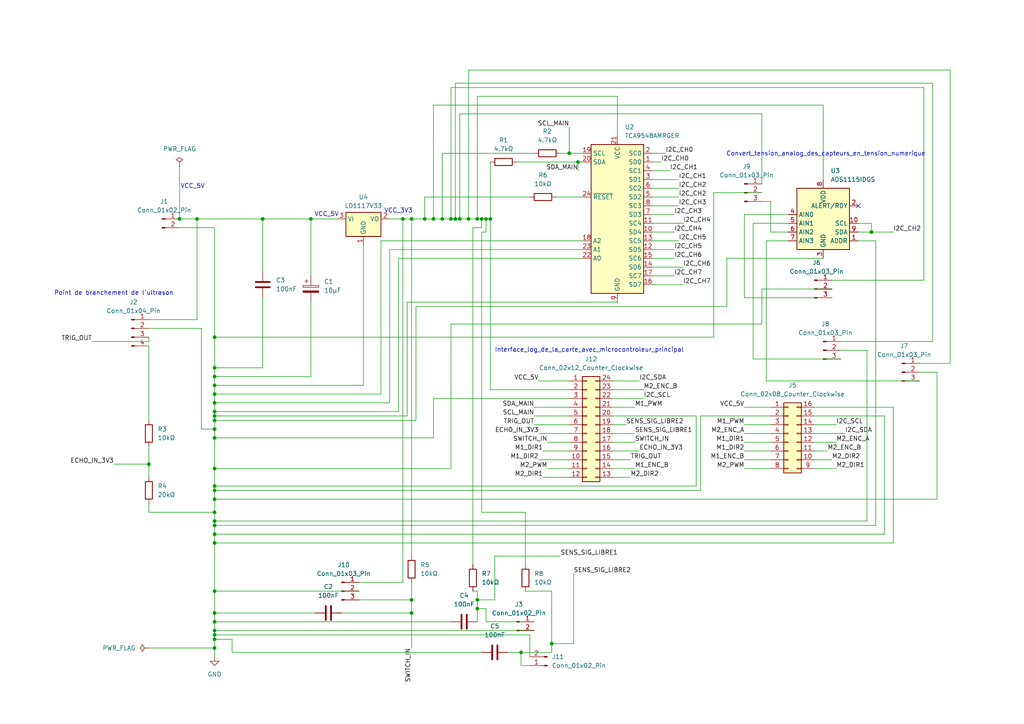
<source format=kicad_sch>
(kicad_sch
	(version 20250114)
	(generator "eeschema")
	(generator_version "9.0")
	(uuid "f940a082-2b4e-4feb-9395-ff0a25314a38")
	(paper "A4")
	(title_block
		(title "Sensor_IO")
		(company "Team SINJAB")
		(comment 1 "Gauthier")
	)
	(lib_symbols
		(symbol "Analog_ADC:ADS1115IDGS"
			(exclude_from_sim no)
			(in_bom yes)
			(on_board yes)
			(property "Reference" "U"
				(at 2.54 13.97 0)
				(effects
					(font
						(size 1.27 1.27)
					)
				)
			)
			(property "Value" "ADS1115IDGS"
				(at 7.62 11.43 0)
				(effects
					(font
						(size 1.27 1.27)
					)
				)
			)
			(property "Footprint" "Package_SO:TSSOP-10_3x3mm_P0.5mm"
				(at 0 -12.7 0)
				(effects
					(font
						(size 1.27 1.27)
					)
					(hide yes)
				)
			)
			(property "Datasheet" "http://www.ti.com/lit/ds/symlink/ads1113.pdf"
				(at -1.27 -22.86 0)
				(effects
					(font
						(size 1.27 1.27)
					)
					(hide yes)
				)
			)
			(property "Description" "Ultra-Small, Low-Power, I2C-Compatible, 860-SPS, 16-Bit ADCs With Internal Reference, Oscillator, and Programmable Comparator, VSSOP-10"
				(at 0 0 0)
				(effects
					(font
						(size 1.27 1.27)
					)
					(hide yes)
				)
			)
			(property "ki_keywords" "16 bit 4 channel I2C ADC"
				(at 0 0 0)
				(effects
					(font
						(size 1.27 1.27)
					)
					(hide yes)
				)
			)
			(property "ki_fp_filters" "TSSOP*3x3mm*P0.5mm*"
				(at 0 0 0)
				(effects
					(font
						(size 1.27 1.27)
					)
					(hide yes)
				)
			)
			(symbol "ADS1115IDGS_0_1"
				(rectangle
					(start -7.62 10.16)
					(end 7.62 -7.62)
					(stroke
						(width 0.254)
						(type default)
					)
					(fill
						(type background)
					)
				)
			)
			(symbol "ADS1115IDGS_1_1"
				(pin input line
					(at -10.16 2.54 0)
					(length 2.54)
					(name "AIN0"
						(effects
							(font
								(size 1.27 1.27)
							)
						)
					)
					(number "4"
						(effects
							(font
								(size 1.27 1.27)
							)
						)
					)
				)
				(pin input line
					(at -10.16 0 0)
					(length 2.54)
					(name "AIN1"
						(effects
							(font
								(size 1.27 1.27)
							)
						)
					)
					(number "5"
						(effects
							(font
								(size 1.27 1.27)
							)
						)
					)
				)
				(pin input line
					(at -10.16 -2.54 0)
					(length 2.54)
					(name "AIN2"
						(effects
							(font
								(size 1.27 1.27)
							)
						)
					)
					(number "6"
						(effects
							(font
								(size 1.27 1.27)
							)
						)
					)
				)
				(pin input line
					(at -10.16 -5.08 0)
					(length 2.54)
					(name "AIN3"
						(effects
							(font
								(size 1.27 1.27)
							)
						)
					)
					(number "7"
						(effects
							(font
								(size 1.27 1.27)
							)
						)
					)
				)
				(pin power_in line
					(at 0 12.7 270)
					(length 2.54)
					(name "VDD"
						(effects
							(font
								(size 1.27 1.27)
							)
						)
					)
					(number "8"
						(effects
							(font
								(size 1.27 1.27)
							)
						)
					)
				)
				(pin power_in line
					(at 0 -10.16 90)
					(length 2.54)
					(name "GND"
						(effects
							(font
								(size 1.27 1.27)
							)
						)
					)
					(number "3"
						(effects
							(font
								(size 1.27 1.27)
							)
						)
					)
				)
				(pin output line
					(at 10.16 5.08 180)
					(length 2.54)
					(name "ALERT/RDY"
						(effects
							(font
								(size 1.27 1.27)
							)
						)
					)
					(number "2"
						(effects
							(font
								(size 1.27 1.27)
							)
						)
					)
				)
				(pin input line
					(at 10.16 0 180)
					(length 2.54)
					(name "SCL"
						(effects
							(font
								(size 1.27 1.27)
							)
						)
					)
					(number "10"
						(effects
							(font
								(size 1.27 1.27)
							)
						)
					)
				)
				(pin bidirectional line
					(at 10.16 -2.54 180)
					(length 2.54)
					(name "SDA"
						(effects
							(font
								(size 1.27 1.27)
							)
						)
					)
					(number "9"
						(effects
							(font
								(size 1.27 1.27)
							)
						)
					)
				)
				(pin input line
					(at 10.16 -5.08 180)
					(length 2.54)
					(name "ADDR"
						(effects
							(font
								(size 1.27 1.27)
							)
						)
					)
					(number "1"
						(effects
							(font
								(size 1.27 1.27)
							)
						)
					)
				)
			)
			(embedded_fonts no)
		)
		(symbol "Connector:Conn_01x02_Pin"
			(pin_names
				(offset 1.016)
				(hide yes)
			)
			(exclude_from_sim no)
			(in_bom yes)
			(on_board yes)
			(property "Reference" "J"
				(at 0 2.54 0)
				(effects
					(font
						(size 1.27 1.27)
					)
				)
			)
			(property "Value" "Conn_01x02_Pin"
				(at 0 -5.08 0)
				(effects
					(font
						(size 1.27 1.27)
					)
				)
			)
			(property "Footprint" ""
				(at 0 0 0)
				(effects
					(font
						(size 1.27 1.27)
					)
					(hide yes)
				)
			)
			(property "Datasheet" "~"
				(at 0 0 0)
				(effects
					(font
						(size 1.27 1.27)
					)
					(hide yes)
				)
			)
			(property "Description" "Generic connector, single row, 01x02, script generated"
				(at 0 0 0)
				(effects
					(font
						(size 1.27 1.27)
					)
					(hide yes)
				)
			)
			(property "ki_locked" ""
				(at 0 0 0)
				(effects
					(font
						(size 1.27 1.27)
					)
				)
			)
			(property "ki_keywords" "connector"
				(at 0 0 0)
				(effects
					(font
						(size 1.27 1.27)
					)
					(hide yes)
				)
			)
			(property "ki_fp_filters" "Connector*:*_1x??_*"
				(at 0 0 0)
				(effects
					(font
						(size 1.27 1.27)
					)
					(hide yes)
				)
			)
			(symbol "Conn_01x02_Pin_1_1"
				(rectangle
					(start 0.8636 0.127)
					(end 0 -0.127)
					(stroke
						(width 0.1524)
						(type default)
					)
					(fill
						(type outline)
					)
				)
				(rectangle
					(start 0.8636 -2.413)
					(end 0 -2.667)
					(stroke
						(width 0.1524)
						(type default)
					)
					(fill
						(type outline)
					)
				)
				(polyline
					(pts
						(xy 1.27 0) (xy 0.8636 0)
					)
					(stroke
						(width 0.1524)
						(type default)
					)
					(fill
						(type none)
					)
				)
				(polyline
					(pts
						(xy 1.27 -2.54) (xy 0.8636 -2.54)
					)
					(stroke
						(width 0.1524)
						(type default)
					)
					(fill
						(type none)
					)
				)
				(pin passive line
					(at 5.08 0 180)
					(length 3.81)
					(name "Pin_1"
						(effects
							(font
								(size 1.27 1.27)
							)
						)
					)
					(number "1"
						(effects
							(font
								(size 1.27 1.27)
							)
						)
					)
				)
				(pin passive line
					(at 5.08 -2.54 180)
					(length 3.81)
					(name "Pin_2"
						(effects
							(font
								(size 1.27 1.27)
							)
						)
					)
					(number "2"
						(effects
							(font
								(size 1.27 1.27)
							)
						)
					)
				)
			)
			(embedded_fonts no)
		)
		(symbol "Connector:Conn_01x03_Pin"
			(pin_names
				(offset 1.016)
				(hide yes)
			)
			(exclude_from_sim no)
			(in_bom yes)
			(on_board yes)
			(property "Reference" "J"
				(at 0 5.08 0)
				(effects
					(font
						(size 1.27 1.27)
					)
				)
			)
			(property "Value" "Conn_01x03_Pin"
				(at 0 -5.08 0)
				(effects
					(font
						(size 1.27 1.27)
					)
				)
			)
			(property "Footprint" ""
				(at 0 0 0)
				(effects
					(font
						(size 1.27 1.27)
					)
					(hide yes)
				)
			)
			(property "Datasheet" "~"
				(at 0 0 0)
				(effects
					(font
						(size 1.27 1.27)
					)
					(hide yes)
				)
			)
			(property "Description" "Generic connector, single row, 01x03, script generated"
				(at 0 0 0)
				(effects
					(font
						(size 1.27 1.27)
					)
					(hide yes)
				)
			)
			(property "ki_locked" ""
				(at 0 0 0)
				(effects
					(font
						(size 1.27 1.27)
					)
				)
			)
			(property "ki_keywords" "connector"
				(at 0 0 0)
				(effects
					(font
						(size 1.27 1.27)
					)
					(hide yes)
				)
			)
			(property "ki_fp_filters" "Connector*:*_1x??_*"
				(at 0 0 0)
				(effects
					(font
						(size 1.27 1.27)
					)
					(hide yes)
				)
			)
			(symbol "Conn_01x03_Pin_1_1"
				(rectangle
					(start 0.8636 2.667)
					(end 0 2.413)
					(stroke
						(width 0.1524)
						(type default)
					)
					(fill
						(type outline)
					)
				)
				(rectangle
					(start 0.8636 0.127)
					(end 0 -0.127)
					(stroke
						(width 0.1524)
						(type default)
					)
					(fill
						(type outline)
					)
				)
				(rectangle
					(start 0.8636 -2.413)
					(end 0 -2.667)
					(stroke
						(width 0.1524)
						(type default)
					)
					(fill
						(type outline)
					)
				)
				(polyline
					(pts
						(xy 1.27 2.54) (xy 0.8636 2.54)
					)
					(stroke
						(width 0.1524)
						(type default)
					)
					(fill
						(type none)
					)
				)
				(polyline
					(pts
						(xy 1.27 0) (xy 0.8636 0)
					)
					(stroke
						(width 0.1524)
						(type default)
					)
					(fill
						(type none)
					)
				)
				(polyline
					(pts
						(xy 1.27 -2.54) (xy 0.8636 -2.54)
					)
					(stroke
						(width 0.1524)
						(type default)
					)
					(fill
						(type none)
					)
				)
				(pin passive line
					(at 5.08 2.54 180)
					(length 3.81)
					(name "Pin_1"
						(effects
							(font
								(size 1.27 1.27)
							)
						)
					)
					(number "1"
						(effects
							(font
								(size 1.27 1.27)
							)
						)
					)
				)
				(pin passive line
					(at 5.08 0 180)
					(length 3.81)
					(name "Pin_2"
						(effects
							(font
								(size 1.27 1.27)
							)
						)
					)
					(number "2"
						(effects
							(font
								(size 1.27 1.27)
							)
						)
					)
				)
				(pin passive line
					(at 5.08 -2.54 180)
					(length 3.81)
					(name "Pin_3"
						(effects
							(font
								(size 1.27 1.27)
							)
						)
					)
					(number "3"
						(effects
							(font
								(size 1.27 1.27)
							)
						)
					)
				)
			)
			(embedded_fonts no)
		)
		(symbol "Connector:Conn_01x04_Pin"
			(pin_names
				(offset 1.016)
				(hide yes)
			)
			(exclude_from_sim no)
			(in_bom yes)
			(on_board yes)
			(property "Reference" "J"
				(at 0 5.08 0)
				(effects
					(font
						(size 1.27 1.27)
					)
				)
			)
			(property "Value" "Conn_01x04_Pin"
				(at 0 -7.62 0)
				(effects
					(font
						(size 1.27 1.27)
					)
				)
			)
			(property "Footprint" ""
				(at 0 0 0)
				(effects
					(font
						(size 1.27 1.27)
					)
					(hide yes)
				)
			)
			(property "Datasheet" "~"
				(at 0 0 0)
				(effects
					(font
						(size 1.27 1.27)
					)
					(hide yes)
				)
			)
			(property "Description" "Generic connector, single row, 01x04, script generated"
				(at 0 0 0)
				(effects
					(font
						(size 1.27 1.27)
					)
					(hide yes)
				)
			)
			(property "ki_locked" ""
				(at 0 0 0)
				(effects
					(font
						(size 1.27 1.27)
					)
				)
			)
			(property "ki_keywords" "connector"
				(at 0 0 0)
				(effects
					(font
						(size 1.27 1.27)
					)
					(hide yes)
				)
			)
			(property "ki_fp_filters" "Connector*:*_1x??_*"
				(at 0 0 0)
				(effects
					(font
						(size 1.27 1.27)
					)
					(hide yes)
				)
			)
			(symbol "Conn_01x04_Pin_1_1"
				(rectangle
					(start 0.8636 2.667)
					(end 0 2.413)
					(stroke
						(width 0.1524)
						(type default)
					)
					(fill
						(type outline)
					)
				)
				(rectangle
					(start 0.8636 0.127)
					(end 0 -0.127)
					(stroke
						(width 0.1524)
						(type default)
					)
					(fill
						(type outline)
					)
				)
				(rectangle
					(start 0.8636 -2.413)
					(end 0 -2.667)
					(stroke
						(width 0.1524)
						(type default)
					)
					(fill
						(type outline)
					)
				)
				(rectangle
					(start 0.8636 -4.953)
					(end 0 -5.207)
					(stroke
						(width 0.1524)
						(type default)
					)
					(fill
						(type outline)
					)
				)
				(polyline
					(pts
						(xy 1.27 2.54) (xy 0.8636 2.54)
					)
					(stroke
						(width 0.1524)
						(type default)
					)
					(fill
						(type none)
					)
				)
				(polyline
					(pts
						(xy 1.27 0) (xy 0.8636 0)
					)
					(stroke
						(width 0.1524)
						(type default)
					)
					(fill
						(type none)
					)
				)
				(polyline
					(pts
						(xy 1.27 -2.54) (xy 0.8636 -2.54)
					)
					(stroke
						(width 0.1524)
						(type default)
					)
					(fill
						(type none)
					)
				)
				(polyline
					(pts
						(xy 1.27 -5.08) (xy 0.8636 -5.08)
					)
					(stroke
						(width 0.1524)
						(type default)
					)
					(fill
						(type none)
					)
				)
				(pin passive line
					(at 5.08 2.54 180)
					(length 3.81)
					(name "Pin_1"
						(effects
							(font
								(size 1.27 1.27)
							)
						)
					)
					(number "1"
						(effects
							(font
								(size 1.27 1.27)
							)
						)
					)
				)
				(pin passive line
					(at 5.08 0 180)
					(length 3.81)
					(name "Pin_2"
						(effects
							(font
								(size 1.27 1.27)
							)
						)
					)
					(number "2"
						(effects
							(font
								(size 1.27 1.27)
							)
						)
					)
				)
				(pin passive line
					(at 5.08 -2.54 180)
					(length 3.81)
					(name "Pin_3"
						(effects
							(font
								(size 1.27 1.27)
							)
						)
					)
					(number "3"
						(effects
							(font
								(size 1.27 1.27)
							)
						)
					)
				)
				(pin passive line
					(at 5.08 -5.08 180)
					(length 3.81)
					(name "Pin_4"
						(effects
							(font
								(size 1.27 1.27)
							)
						)
					)
					(number "4"
						(effects
							(font
								(size 1.27 1.27)
							)
						)
					)
				)
			)
			(embedded_fonts no)
		)
		(symbol "Connector_Generic:Conn_02x08_Counter_Clockwise"
			(pin_names
				(offset 1.016)
				(hide yes)
			)
			(exclude_from_sim no)
			(in_bom yes)
			(on_board yes)
			(property "Reference" "J"
				(at 1.27 10.16 0)
				(effects
					(font
						(size 1.27 1.27)
					)
				)
			)
			(property "Value" "Conn_02x08_Counter_Clockwise"
				(at 1.27 -12.7 0)
				(effects
					(font
						(size 1.27 1.27)
					)
				)
			)
			(property "Footprint" ""
				(at 0 0 0)
				(effects
					(font
						(size 1.27 1.27)
					)
					(hide yes)
				)
			)
			(property "Datasheet" "~"
				(at 0 0 0)
				(effects
					(font
						(size 1.27 1.27)
					)
					(hide yes)
				)
			)
			(property "Description" "Generic connector, double row, 02x08, counter clockwise pin numbering scheme (similar to DIP package numbering), script generated (kicad-library-utils/schlib/autogen/connector/)"
				(at 0 0 0)
				(effects
					(font
						(size 1.27 1.27)
					)
					(hide yes)
				)
			)
			(property "ki_keywords" "connector"
				(at 0 0 0)
				(effects
					(font
						(size 1.27 1.27)
					)
					(hide yes)
				)
			)
			(property "ki_fp_filters" "Connector*:*_2x??_*"
				(at 0 0 0)
				(effects
					(font
						(size 1.27 1.27)
					)
					(hide yes)
				)
			)
			(symbol "Conn_02x08_Counter_Clockwise_1_1"
				(rectangle
					(start -1.27 8.89)
					(end 3.81 -11.43)
					(stroke
						(width 0.254)
						(type default)
					)
					(fill
						(type background)
					)
				)
				(rectangle
					(start -1.27 7.747)
					(end 0 7.493)
					(stroke
						(width 0.1524)
						(type default)
					)
					(fill
						(type none)
					)
				)
				(rectangle
					(start -1.27 5.207)
					(end 0 4.953)
					(stroke
						(width 0.1524)
						(type default)
					)
					(fill
						(type none)
					)
				)
				(rectangle
					(start -1.27 2.667)
					(end 0 2.413)
					(stroke
						(width 0.1524)
						(type default)
					)
					(fill
						(type none)
					)
				)
				(rectangle
					(start -1.27 0.127)
					(end 0 -0.127)
					(stroke
						(width 0.1524)
						(type default)
					)
					(fill
						(type none)
					)
				)
				(rectangle
					(start -1.27 -2.413)
					(end 0 -2.667)
					(stroke
						(width 0.1524)
						(type default)
					)
					(fill
						(type none)
					)
				)
				(rectangle
					(start -1.27 -4.953)
					(end 0 -5.207)
					(stroke
						(width 0.1524)
						(type default)
					)
					(fill
						(type none)
					)
				)
				(rectangle
					(start -1.27 -7.493)
					(end 0 -7.747)
					(stroke
						(width 0.1524)
						(type default)
					)
					(fill
						(type none)
					)
				)
				(rectangle
					(start -1.27 -10.033)
					(end 0 -10.287)
					(stroke
						(width 0.1524)
						(type default)
					)
					(fill
						(type none)
					)
				)
				(rectangle
					(start 3.81 7.747)
					(end 2.54 7.493)
					(stroke
						(width 0.1524)
						(type default)
					)
					(fill
						(type none)
					)
				)
				(rectangle
					(start 3.81 5.207)
					(end 2.54 4.953)
					(stroke
						(width 0.1524)
						(type default)
					)
					(fill
						(type none)
					)
				)
				(rectangle
					(start 3.81 2.667)
					(end 2.54 2.413)
					(stroke
						(width 0.1524)
						(type default)
					)
					(fill
						(type none)
					)
				)
				(rectangle
					(start 3.81 0.127)
					(end 2.54 -0.127)
					(stroke
						(width 0.1524)
						(type default)
					)
					(fill
						(type none)
					)
				)
				(rectangle
					(start 3.81 -2.413)
					(end 2.54 -2.667)
					(stroke
						(width 0.1524)
						(type default)
					)
					(fill
						(type none)
					)
				)
				(rectangle
					(start 3.81 -4.953)
					(end 2.54 -5.207)
					(stroke
						(width 0.1524)
						(type default)
					)
					(fill
						(type none)
					)
				)
				(rectangle
					(start 3.81 -7.493)
					(end 2.54 -7.747)
					(stroke
						(width 0.1524)
						(type default)
					)
					(fill
						(type none)
					)
				)
				(rectangle
					(start 3.81 -10.033)
					(end 2.54 -10.287)
					(stroke
						(width 0.1524)
						(type default)
					)
					(fill
						(type none)
					)
				)
				(pin passive line
					(at -5.08 7.62 0)
					(length 3.81)
					(name "Pin_1"
						(effects
							(font
								(size 1.27 1.27)
							)
						)
					)
					(number "1"
						(effects
							(font
								(size 1.27 1.27)
							)
						)
					)
				)
				(pin passive line
					(at -5.08 5.08 0)
					(length 3.81)
					(name "Pin_2"
						(effects
							(font
								(size 1.27 1.27)
							)
						)
					)
					(number "2"
						(effects
							(font
								(size 1.27 1.27)
							)
						)
					)
				)
				(pin passive line
					(at -5.08 2.54 0)
					(length 3.81)
					(name "Pin_3"
						(effects
							(font
								(size 1.27 1.27)
							)
						)
					)
					(number "3"
						(effects
							(font
								(size 1.27 1.27)
							)
						)
					)
				)
				(pin passive line
					(at -5.08 0 0)
					(length 3.81)
					(name "Pin_4"
						(effects
							(font
								(size 1.27 1.27)
							)
						)
					)
					(number "4"
						(effects
							(font
								(size 1.27 1.27)
							)
						)
					)
				)
				(pin passive line
					(at -5.08 -2.54 0)
					(length 3.81)
					(name "Pin_5"
						(effects
							(font
								(size 1.27 1.27)
							)
						)
					)
					(number "5"
						(effects
							(font
								(size 1.27 1.27)
							)
						)
					)
				)
				(pin passive line
					(at -5.08 -5.08 0)
					(length 3.81)
					(name "Pin_6"
						(effects
							(font
								(size 1.27 1.27)
							)
						)
					)
					(number "6"
						(effects
							(font
								(size 1.27 1.27)
							)
						)
					)
				)
				(pin passive line
					(at -5.08 -7.62 0)
					(length 3.81)
					(name "Pin_7"
						(effects
							(font
								(size 1.27 1.27)
							)
						)
					)
					(number "7"
						(effects
							(font
								(size 1.27 1.27)
							)
						)
					)
				)
				(pin passive line
					(at -5.08 -10.16 0)
					(length 3.81)
					(name "Pin_8"
						(effects
							(font
								(size 1.27 1.27)
							)
						)
					)
					(number "8"
						(effects
							(font
								(size 1.27 1.27)
							)
						)
					)
				)
				(pin passive line
					(at 7.62 7.62 180)
					(length 3.81)
					(name "Pin_16"
						(effects
							(font
								(size 1.27 1.27)
							)
						)
					)
					(number "16"
						(effects
							(font
								(size 1.27 1.27)
							)
						)
					)
				)
				(pin passive line
					(at 7.62 5.08 180)
					(length 3.81)
					(name "Pin_15"
						(effects
							(font
								(size 1.27 1.27)
							)
						)
					)
					(number "15"
						(effects
							(font
								(size 1.27 1.27)
							)
						)
					)
				)
				(pin passive line
					(at 7.62 2.54 180)
					(length 3.81)
					(name "Pin_14"
						(effects
							(font
								(size 1.27 1.27)
							)
						)
					)
					(number "14"
						(effects
							(font
								(size 1.27 1.27)
							)
						)
					)
				)
				(pin passive line
					(at 7.62 0 180)
					(length 3.81)
					(name "Pin_13"
						(effects
							(font
								(size 1.27 1.27)
							)
						)
					)
					(number "13"
						(effects
							(font
								(size 1.27 1.27)
							)
						)
					)
				)
				(pin passive line
					(at 7.62 -2.54 180)
					(length 3.81)
					(name "Pin_12"
						(effects
							(font
								(size 1.27 1.27)
							)
						)
					)
					(number "12"
						(effects
							(font
								(size 1.27 1.27)
							)
						)
					)
				)
				(pin passive line
					(at 7.62 -5.08 180)
					(length 3.81)
					(name "Pin_11"
						(effects
							(font
								(size 1.27 1.27)
							)
						)
					)
					(number "11"
						(effects
							(font
								(size 1.27 1.27)
							)
						)
					)
				)
				(pin passive line
					(at 7.62 -7.62 180)
					(length 3.81)
					(name "Pin_10"
						(effects
							(font
								(size 1.27 1.27)
							)
						)
					)
					(number "10"
						(effects
							(font
								(size 1.27 1.27)
							)
						)
					)
				)
				(pin passive line
					(at 7.62 -10.16 180)
					(length 3.81)
					(name "Pin_9"
						(effects
							(font
								(size 1.27 1.27)
							)
						)
					)
					(number "9"
						(effects
							(font
								(size 1.27 1.27)
							)
						)
					)
				)
			)
			(embedded_fonts no)
		)
		(symbol "Connector_Generic:Conn_02x12_Counter_Clockwise"
			(pin_names
				(offset 1.016)
				(hide yes)
			)
			(exclude_from_sim no)
			(in_bom yes)
			(on_board yes)
			(property "Reference" "J"
				(at 1.27 15.24 0)
				(effects
					(font
						(size 1.27 1.27)
					)
				)
			)
			(property "Value" "Conn_02x12_Counter_Clockwise"
				(at 1.27 -17.78 0)
				(effects
					(font
						(size 1.27 1.27)
					)
				)
			)
			(property "Footprint" ""
				(at 0 0 0)
				(effects
					(font
						(size 1.27 1.27)
					)
					(hide yes)
				)
			)
			(property "Datasheet" "~"
				(at 0 0 0)
				(effects
					(font
						(size 1.27 1.27)
					)
					(hide yes)
				)
			)
			(property "Description" "Generic connector, double row, 02x12, counter clockwise pin numbering scheme (similar to DIP package numbering), script generated (kicad-library-utils/schlib/autogen/connector/)"
				(at 0 0 0)
				(effects
					(font
						(size 1.27 1.27)
					)
					(hide yes)
				)
			)
			(property "ki_keywords" "connector"
				(at 0 0 0)
				(effects
					(font
						(size 1.27 1.27)
					)
					(hide yes)
				)
			)
			(property "ki_fp_filters" "Connector*:*_2x??_*"
				(at 0 0 0)
				(effects
					(font
						(size 1.27 1.27)
					)
					(hide yes)
				)
			)
			(symbol "Conn_02x12_Counter_Clockwise_1_1"
				(rectangle
					(start -1.27 13.97)
					(end 3.81 -16.51)
					(stroke
						(width 0.254)
						(type default)
					)
					(fill
						(type background)
					)
				)
				(rectangle
					(start -1.27 12.827)
					(end 0 12.573)
					(stroke
						(width 0.1524)
						(type default)
					)
					(fill
						(type none)
					)
				)
				(rectangle
					(start -1.27 10.287)
					(end 0 10.033)
					(stroke
						(width 0.1524)
						(type default)
					)
					(fill
						(type none)
					)
				)
				(rectangle
					(start -1.27 7.747)
					(end 0 7.493)
					(stroke
						(width 0.1524)
						(type default)
					)
					(fill
						(type none)
					)
				)
				(rectangle
					(start -1.27 5.207)
					(end 0 4.953)
					(stroke
						(width 0.1524)
						(type default)
					)
					(fill
						(type none)
					)
				)
				(rectangle
					(start -1.27 2.667)
					(end 0 2.413)
					(stroke
						(width 0.1524)
						(type default)
					)
					(fill
						(type none)
					)
				)
				(rectangle
					(start -1.27 0.127)
					(end 0 -0.127)
					(stroke
						(width 0.1524)
						(type default)
					)
					(fill
						(type none)
					)
				)
				(rectangle
					(start -1.27 -2.413)
					(end 0 -2.667)
					(stroke
						(width 0.1524)
						(type default)
					)
					(fill
						(type none)
					)
				)
				(rectangle
					(start -1.27 -4.953)
					(end 0 -5.207)
					(stroke
						(width 0.1524)
						(type default)
					)
					(fill
						(type none)
					)
				)
				(rectangle
					(start -1.27 -7.493)
					(end 0 -7.747)
					(stroke
						(width 0.1524)
						(type default)
					)
					(fill
						(type none)
					)
				)
				(rectangle
					(start -1.27 -10.033)
					(end 0 -10.287)
					(stroke
						(width 0.1524)
						(type default)
					)
					(fill
						(type none)
					)
				)
				(rectangle
					(start -1.27 -12.573)
					(end 0 -12.827)
					(stroke
						(width 0.1524)
						(type default)
					)
					(fill
						(type none)
					)
				)
				(rectangle
					(start -1.27 -15.113)
					(end 0 -15.367)
					(stroke
						(width 0.1524)
						(type default)
					)
					(fill
						(type none)
					)
				)
				(rectangle
					(start 3.81 12.827)
					(end 2.54 12.573)
					(stroke
						(width 0.1524)
						(type default)
					)
					(fill
						(type none)
					)
				)
				(rectangle
					(start 3.81 10.287)
					(end 2.54 10.033)
					(stroke
						(width 0.1524)
						(type default)
					)
					(fill
						(type none)
					)
				)
				(rectangle
					(start 3.81 7.747)
					(end 2.54 7.493)
					(stroke
						(width 0.1524)
						(type default)
					)
					(fill
						(type none)
					)
				)
				(rectangle
					(start 3.81 5.207)
					(end 2.54 4.953)
					(stroke
						(width 0.1524)
						(type default)
					)
					(fill
						(type none)
					)
				)
				(rectangle
					(start 3.81 2.667)
					(end 2.54 2.413)
					(stroke
						(width 0.1524)
						(type default)
					)
					(fill
						(type none)
					)
				)
				(rectangle
					(start 3.81 0.127)
					(end 2.54 -0.127)
					(stroke
						(width 0.1524)
						(type default)
					)
					(fill
						(type none)
					)
				)
				(rectangle
					(start 3.81 -2.413)
					(end 2.54 -2.667)
					(stroke
						(width 0.1524)
						(type default)
					)
					(fill
						(type none)
					)
				)
				(rectangle
					(start 3.81 -4.953)
					(end 2.54 -5.207)
					(stroke
						(width 0.1524)
						(type default)
					)
					(fill
						(type none)
					)
				)
				(rectangle
					(start 3.81 -7.493)
					(end 2.54 -7.747)
					(stroke
						(width 0.1524)
						(type default)
					)
					(fill
						(type none)
					)
				)
				(rectangle
					(start 3.81 -10.033)
					(end 2.54 -10.287)
					(stroke
						(width 0.1524)
						(type default)
					)
					(fill
						(type none)
					)
				)
				(rectangle
					(start 3.81 -12.573)
					(end 2.54 -12.827)
					(stroke
						(width 0.1524)
						(type default)
					)
					(fill
						(type none)
					)
				)
				(rectangle
					(start 3.81 -15.113)
					(end 2.54 -15.367)
					(stroke
						(width 0.1524)
						(type default)
					)
					(fill
						(type none)
					)
				)
				(pin passive line
					(at -5.08 12.7 0)
					(length 3.81)
					(name "Pin_1"
						(effects
							(font
								(size 1.27 1.27)
							)
						)
					)
					(number "1"
						(effects
							(font
								(size 1.27 1.27)
							)
						)
					)
				)
				(pin passive line
					(at -5.08 10.16 0)
					(length 3.81)
					(name "Pin_2"
						(effects
							(font
								(size 1.27 1.27)
							)
						)
					)
					(number "2"
						(effects
							(font
								(size 1.27 1.27)
							)
						)
					)
				)
				(pin passive line
					(at -5.08 7.62 0)
					(length 3.81)
					(name "Pin_3"
						(effects
							(font
								(size 1.27 1.27)
							)
						)
					)
					(number "3"
						(effects
							(font
								(size 1.27 1.27)
							)
						)
					)
				)
				(pin passive line
					(at -5.08 5.08 0)
					(length 3.81)
					(name "Pin_4"
						(effects
							(font
								(size 1.27 1.27)
							)
						)
					)
					(number "4"
						(effects
							(font
								(size 1.27 1.27)
							)
						)
					)
				)
				(pin passive line
					(at -5.08 2.54 0)
					(length 3.81)
					(name "Pin_5"
						(effects
							(font
								(size 1.27 1.27)
							)
						)
					)
					(number "5"
						(effects
							(font
								(size 1.27 1.27)
							)
						)
					)
				)
				(pin passive line
					(at -5.08 0 0)
					(length 3.81)
					(name "Pin_6"
						(effects
							(font
								(size 1.27 1.27)
							)
						)
					)
					(number "6"
						(effects
							(font
								(size 1.27 1.27)
							)
						)
					)
				)
				(pin passive line
					(at -5.08 -2.54 0)
					(length 3.81)
					(name "Pin_7"
						(effects
							(font
								(size 1.27 1.27)
							)
						)
					)
					(number "7"
						(effects
							(font
								(size 1.27 1.27)
							)
						)
					)
				)
				(pin passive line
					(at -5.08 -5.08 0)
					(length 3.81)
					(name "Pin_8"
						(effects
							(font
								(size 1.27 1.27)
							)
						)
					)
					(number "8"
						(effects
							(font
								(size 1.27 1.27)
							)
						)
					)
				)
				(pin passive line
					(at -5.08 -7.62 0)
					(length 3.81)
					(name "Pin_9"
						(effects
							(font
								(size 1.27 1.27)
							)
						)
					)
					(number "9"
						(effects
							(font
								(size 1.27 1.27)
							)
						)
					)
				)
				(pin passive line
					(at -5.08 -10.16 0)
					(length 3.81)
					(name "Pin_10"
						(effects
							(font
								(size 1.27 1.27)
							)
						)
					)
					(number "10"
						(effects
							(font
								(size 1.27 1.27)
							)
						)
					)
				)
				(pin passive line
					(at -5.08 -12.7 0)
					(length 3.81)
					(name "Pin_11"
						(effects
							(font
								(size 1.27 1.27)
							)
						)
					)
					(number "11"
						(effects
							(font
								(size 1.27 1.27)
							)
						)
					)
				)
				(pin passive line
					(at -5.08 -15.24 0)
					(length 3.81)
					(name "Pin_12"
						(effects
							(font
								(size 1.27 1.27)
							)
						)
					)
					(number "12"
						(effects
							(font
								(size 1.27 1.27)
							)
						)
					)
				)
				(pin passive line
					(at 7.62 12.7 180)
					(length 3.81)
					(name "Pin_24"
						(effects
							(font
								(size 1.27 1.27)
							)
						)
					)
					(number "24"
						(effects
							(font
								(size 1.27 1.27)
							)
						)
					)
				)
				(pin passive line
					(at 7.62 10.16 180)
					(length 3.81)
					(name "Pin_23"
						(effects
							(font
								(size 1.27 1.27)
							)
						)
					)
					(number "23"
						(effects
							(font
								(size 1.27 1.27)
							)
						)
					)
				)
				(pin passive line
					(at 7.62 7.62 180)
					(length 3.81)
					(name "Pin_22"
						(effects
							(font
								(size 1.27 1.27)
							)
						)
					)
					(number "22"
						(effects
							(font
								(size 1.27 1.27)
							)
						)
					)
				)
				(pin passive line
					(at 7.62 5.08 180)
					(length 3.81)
					(name "Pin_21"
						(effects
							(font
								(size 1.27 1.27)
							)
						)
					)
					(number "21"
						(effects
							(font
								(size 1.27 1.27)
							)
						)
					)
				)
				(pin passive line
					(at 7.62 2.54 180)
					(length 3.81)
					(name "Pin_20"
						(effects
							(font
								(size 1.27 1.27)
							)
						)
					)
					(number "20"
						(effects
							(font
								(size 1.27 1.27)
							)
						)
					)
				)
				(pin passive line
					(at 7.62 0 180)
					(length 3.81)
					(name "Pin_19"
						(effects
							(font
								(size 1.27 1.27)
							)
						)
					)
					(number "19"
						(effects
							(font
								(size 1.27 1.27)
							)
						)
					)
				)
				(pin passive line
					(at 7.62 -2.54 180)
					(length 3.81)
					(name "Pin_18"
						(effects
							(font
								(size 1.27 1.27)
							)
						)
					)
					(number "18"
						(effects
							(font
								(size 1.27 1.27)
							)
						)
					)
				)
				(pin passive line
					(at 7.62 -5.08 180)
					(length 3.81)
					(name "Pin_17"
						(effects
							(font
								(size 1.27 1.27)
							)
						)
					)
					(number "17"
						(effects
							(font
								(size 1.27 1.27)
							)
						)
					)
				)
				(pin passive line
					(at 7.62 -7.62 180)
					(length 3.81)
					(name "Pin_16"
						(effects
							(font
								(size 1.27 1.27)
							)
						)
					)
					(number "16"
						(effects
							(font
								(size 1.27 1.27)
							)
						)
					)
				)
				(pin passive line
					(at 7.62 -10.16 180)
					(length 3.81)
					(name "Pin_15"
						(effects
							(font
								(size 1.27 1.27)
							)
						)
					)
					(number "15"
						(effects
							(font
								(size 1.27 1.27)
							)
						)
					)
				)
				(pin passive line
					(at 7.62 -12.7 180)
					(length 3.81)
					(name "Pin_14"
						(effects
							(font
								(size 1.27 1.27)
							)
						)
					)
					(number "14"
						(effects
							(font
								(size 1.27 1.27)
							)
						)
					)
				)
				(pin passive line
					(at 7.62 -15.24 180)
					(length 3.81)
					(name "Pin_13"
						(effects
							(font
								(size 1.27 1.27)
							)
						)
					)
					(number "13"
						(effects
							(font
								(size 1.27 1.27)
							)
						)
					)
				)
			)
			(embedded_fonts no)
		)
		(symbol "Device:C"
			(pin_numbers
				(hide yes)
			)
			(pin_names
				(offset 0.254)
			)
			(exclude_from_sim no)
			(in_bom yes)
			(on_board yes)
			(property "Reference" "C"
				(at 0.635 2.54 0)
				(effects
					(font
						(size 1.27 1.27)
					)
					(justify left)
				)
			)
			(property "Value" "C"
				(at 0.635 -2.54 0)
				(effects
					(font
						(size 1.27 1.27)
					)
					(justify left)
				)
			)
			(property "Footprint" ""
				(at 0.9652 -3.81 0)
				(effects
					(font
						(size 1.27 1.27)
					)
					(hide yes)
				)
			)
			(property "Datasheet" "~"
				(at 0 0 0)
				(effects
					(font
						(size 1.27 1.27)
					)
					(hide yes)
				)
			)
			(property "Description" "Unpolarized capacitor"
				(at 0 0 0)
				(effects
					(font
						(size 1.27 1.27)
					)
					(hide yes)
				)
			)
			(property "ki_keywords" "cap capacitor"
				(at 0 0 0)
				(effects
					(font
						(size 1.27 1.27)
					)
					(hide yes)
				)
			)
			(property "ki_fp_filters" "C_*"
				(at 0 0 0)
				(effects
					(font
						(size 1.27 1.27)
					)
					(hide yes)
				)
			)
			(symbol "C_0_1"
				(polyline
					(pts
						(xy -2.032 0.762) (xy 2.032 0.762)
					)
					(stroke
						(width 0.508)
						(type default)
					)
					(fill
						(type none)
					)
				)
				(polyline
					(pts
						(xy -2.032 -0.762) (xy 2.032 -0.762)
					)
					(stroke
						(width 0.508)
						(type default)
					)
					(fill
						(type none)
					)
				)
			)
			(symbol "C_1_1"
				(pin passive line
					(at 0 3.81 270)
					(length 2.794)
					(name "~"
						(effects
							(font
								(size 1.27 1.27)
							)
						)
					)
					(number "1"
						(effects
							(font
								(size 1.27 1.27)
							)
						)
					)
				)
				(pin passive line
					(at 0 -3.81 90)
					(length 2.794)
					(name "~"
						(effects
							(font
								(size 1.27 1.27)
							)
						)
					)
					(number "2"
						(effects
							(font
								(size 1.27 1.27)
							)
						)
					)
				)
			)
			(embedded_fonts no)
		)
		(symbol "Device:C_Polarized"
			(pin_numbers
				(hide yes)
			)
			(pin_names
				(offset 0.254)
			)
			(exclude_from_sim no)
			(in_bom yes)
			(on_board yes)
			(property "Reference" "C"
				(at 0.635 2.54 0)
				(effects
					(font
						(size 1.27 1.27)
					)
					(justify left)
				)
			)
			(property "Value" "C_Polarized"
				(at 0.635 -2.54 0)
				(effects
					(font
						(size 1.27 1.27)
					)
					(justify left)
				)
			)
			(property "Footprint" ""
				(at 0.9652 -3.81 0)
				(effects
					(font
						(size 1.27 1.27)
					)
					(hide yes)
				)
			)
			(property "Datasheet" "~"
				(at 0 0 0)
				(effects
					(font
						(size 1.27 1.27)
					)
					(hide yes)
				)
			)
			(property "Description" "Polarized capacitor"
				(at 0 0 0)
				(effects
					(font
						(size 1.27 1.27)
					)
					(hide yes)
				)
			)
			(property "ki_keywords" "cap capacitor"
				(at 0 0 0)
				(effects
					(font
						(size 1.27 1.27)
					)
					(hide yes)
				)
			)
			(property "ki_fp_filters" "CP_*"
				(at 0 0 0)
				(effects
					(font
						(size 1.27 1.27)
					)
					(hide yes)
				)
			)
			(symbol "C_Polarized_0_1"
				(rectangle
					(start -2.286 0.508)
					(end 2.286 1.016)
					(stroke
						(width 0)
						(type default)
					)
					(fill
						(type none)
					)
				)
				(polyline
					(pts
						(xy -1.778 2.286) (xy -0.762 2.286)
					)
					(stroke
						(width 0)
						(type default)
					)
					(fill
						(type none)
					)
				)
				(polyline
					(pts
						(xy -1.27 2.794) (xy -1.27 1.778)
					)
					(stroke
						(width 0)
						(type default)
					)
					(fill
						(type none)
					)
				)
				(rectangle
					(start 2.286 -0.508)
					(end -2.286 -1.016)
					(stroke
						(width 0)
						(type default)
					)
					(fill
						(type outline)
					)
				)
			)
			(symbol "C_Polarized_1_1"
				(pin passive line
					(at 0 3.81 270)
					(length 2.794)
					(name "~"
						(effects
							(font
								(size 1.27 1.27)
							)
						)
					)
					(number "1"
						(effects
							(font
								(size 1.27 1.27)
							)
						)
					)
				)
				(pin passive line
					(at 0 -3.81 90)
					(length 2.794)
					(name "~"
						(effects
							(font
								(size 1.27 1.27)
							)
						)
					)
					(number "2"
						(effects
							(font
								(size 1.27 1.27)
							)
						)
					)
				)
			)
			(embedded_fonts no)
		)
		(symbol "Device:R"
			(pin_numbers
				(hide yes)
			)
			(pin_names
				(offset 0)
			)
			(exclude_from_sim no)
			(in_bom yes)
			(on_board yes)
			(property "Reference" "R"
				(at 2.032 0 90)
				(effects
					(font
						(size 1.27 1.27)
					)
				)
			)
			(property "Value" "R"
				(at 0 0 90)
				(effects
					(font
						(size 1.27 1.27)
					)
				)
			)
			(property "Footprint" ""
				(at -1.778 0 90)
				(effects
					(font
						(size 1.27 1.27)
					)
					(hide yes)
				)
			)
			(property "Datasheet" "~"
				(at 0 0 0)
				(effects
					(font
						(size 1.27 1.27)
					)
					(hide yes)
				)
			)
			(property "Description" "Resistor"
				(at 0 0 0)
				(effects
					(font
						(size 1.27 1.27)
					)
					(hide yes)
				)
			)
			(property "ki_keywords" "R res resistor"
				(at 0 0 0)
				(effects
					(font
						(size 1.27 1.27)
					)
					(hide yes)
				)
			)
			(property "ki_fp_filters" "R_*"
				(at 0 0 0)
				(effects
					(font
						(size 1.27 1.27)
					)
					(hide yes)
				)
			)
			(symbol "R_0_1"
				(rectangle
					(start -1.016 -2.54)
					(end 1.016 2.54)
					(stroke
						(width 0.254)
						(type default)
					)
					(fill
						(type none)
					)
				)
			)
			(symbol "R_1_1"
				(pin passive line
					(at 0 3.81 270)
					(length 1.27)
					(name "~"
						(effects
							(font
								(size 1.27 1.27)
							)
						)
					)
					(number "1"
						(effects
							(font
								(size 1.27 1.27)
							)
						)
					)
				)
				(pin passive line
					(at 0 -3.81 90)
					(length 1.27)
					(name "~"
						(effects
							(font
								(size 1.27 1.27)
							)
						)
					)
					(number "2"
						(effects
							(font
								(size 1.27 1.27)
							)
						)
					)
				)
			)
			(embedded_fonts no)
		)
		(symbol "Interface_Expansion:TCA9548AMRGER"
			(exclude_from_sim no)
			(in_bom yes)
			(on_board yes)
			(property "Reference" "U"
				(at -7.62 21.59 0)
				(effects
					(font
						(size 1.27 1.27)
					)
					(justify left)
				)
			)
			(property "Value" "TCA9548AMRGER"
				(at 1.016 21.59 0)
				(effects
					(font
						(size 1.27 1.27)
					)
					(justify left)
				)
			)
			(property "Footprint" "Package_DFN_QFN:Texas_RGE0024C_VQFN-24-1EP_4x4mm_P0.5mm_EP2.1x2.1mm"
				(at 0 -25.4 0)
				(effects
					(font
						(size 1.27 1.27)
					)
					(hide yes)
				)
			)
			(property "Datasheet" "http://www.ti.com/lit/ds/symlink/tca9548a.pdf"
				(at 1.27 6.35 0)
				(effects
					(font
						(size 1.27 1.27)
					)
					(hide yes)
				)
			)
			(property "Description" "Low voltage 8-channel I2C switch with reset, VQFN-24"
				(at 0 0 0)
				(effects
					(font
						(size 1.27 1.27)
					)
					(hide yes)
				)
			)
			(property "ki_keywords" "Low voltage 8-channel I2C switch with reset"
				(at 0 0 0)
				(effects
					(font
						(size 1.27 1.27)
					)
					(hide yes)
				)
			)
			(property "ki_fp_filters" "Texas*RGE0024C*"
				(at 0 0 0)
				(effects
					(font
						(size 1.27 1.27)
					)
					(hide yes)
				)
			)
			(symbol "TCA9548AMRGER_0_1"
				(rectangle
					(start -7.62 20.32)
					(end 7.62 -22.86)
					(stroke
						(width 0.254)
						(type default)
					)
					(fill
						(type background)
					)
				)
			)
			(symbol "TCA9548AMRGER_1_1"
				(pin input line
					(at -10.16 17.78 0)
					(length 2.54)
					(name "SCL"
						(effects
							(font
								(size 1.27 1.27)
							)
						)
					)
					(number "19"
						(effects
							(font
								(size 1.27 1.27)
							)
						)
					)
				)
				(pin bidirectional line
					(at -10.16 15.24 0)
					(length 2.54)
					(name "SDA"
						(effects
							(font
								(size 1.27 1.27)
							)
						)
					)
					(number "20"
						(effects
							(font
								(size 1.27 1.27)
							)
						)
					)
				)
				(pin input line
					(at -10.16 5.08 0)
					(length 2.54)
					(name "~{RESET}"
						(effects
							(font
								(size 1.27 1.27)
							)
						)
					)
					(number "24"
						(effects
							(font
								(size 1.27 1.27)
							)
						)
					)
				)
				(pin input line
					(at -10.16 -7.62 0)
					(length 2.54)
					(name "A2"
						(effects
							(font
								(size 1.27 1.27)
							)
						)
					)
					(number "18"
						(effects
							(font
								(size 1.27 1.27)
							)
						)
					)
				)
				(pin input line
					(at -10.16 -10.16 0)
					(length 2.54)
					(name "A1"
						(effects
							(font
								(size 1.27 1.27)
							)
						)
					)
					(number "23"
						(effects
							(font
								(size 1.27 1.27)
							)
						)
					)
				)
				(pin input line
					(at -10.16 -12.7 0)
					(length 2.54)
					(name "A0"
						(effects
							(font
								(size 1.27 1.27)
							)
						)
					)
					(number "22"
						(effects
							(font
								(size 1.27 1.27)
							)
						)
					)
				)
				(pin no_connect line
					(at -7.62 -15.24 0)
					(length 2.54)
					(hide yes)
					(name "1EP"
						(effects
							(font
								(size 1.27 1.27)
							)
						)
					)
					(number "25"
						(effects
							(font
								(size 1.27 1.27)
							)
						)
					)
				)
				(pin power_in line
					(at 0 22.86 270)
					(length 2.54)
					(name "VCC"
						(effects
							(font
								(size 1.27 1.27)
							)
						)
					)
					(number "21"
						(effects
							(font
								(size 1.27 1.27)
							)
						)
					)
				)
				(pin power_in line
					(at 0 -25.4 90)
					(length 2.54)
					(name "GND"
						(effects
							(font
								(size 1.27 1.27)
							)
						)
					)
					(number "9"
						(effects
							(font
								(size 1.27 1.27)
							)
						)
					)
				)
				(pin output line
					(at 10.16 17.78 180)
					(length 2.54)
					(name "SC0"
						(effects
							(font
								(size 1.27 1.27)
							)
						)
					)
					(number "2"
						(effects
							(font
								(size 1.27 1.27)
							)
						)
					)
				)
				(pin bidirectional line
					(at 10.16 15.24 180)
					(length 2.54)
					(name "SD0"
						(effects
							(font
								(size 1.27 1.27)
							)
						)
					)
					(number "1"
						(effects
							(font
								(size 1.27 1.27)
							)
						)
					)
				)
				(pin output line
					(at 10.16 12.7 180)
					(length 2.54)
					(name "SC1"
						(effects
							(font
								(size 1.27 1.27)
							)
						)
					)
					(number "4"
						(effects
							(font
								(size 1.27 1.27)
							)
						)
					)
				)
				(pin bidirectional line
					(at 10.16 10.16 180)
					(length 2.54)
					(name "SD1"
						(effects
							(font
								(size 1.27 1.27)
							)
						)
					)
					(number "3"
						(effects
							(font
								(size 1.27 1.27)
							)
						)
					)
				)
				(pin output line
					(at 10.16 7.62 180)
					(length 2.54)
					(name "SC2"
						(effects
							(font
								(size 1.27 1.27)
							)
						)
					)
					(number "6"
						(effects
							(font
								(size 1.27 1.27)
							)
						)
					)
				)
				(pin bidirectional line
					(at 10.16 5.08 180)
					(length 2.54)
					(name "SD2"
						(effects
							(font
								(size 1.27 1.27)
							)
						)
					)
					(number "5"
						(effects
							(font
								(size 1.27 1.27)
							)
						)
					)
				)
				(pin output line
					(at 10.16 2.54 180)
					(length 2.54)
					(name "SC3"
						(effects
							(font
								(size 1.27 1.27)
							)
						)
					)
					(number "8"
						(effects
							(font
								(size 1.27 1.27)
							)
						)
					)
				)
				(pin bidirectional line
					(at 10.16 0 180)
					(length 2.54)
					(name "SD3"
						(effects
							(font
								(size 1.27 1.27)
							)
						)
					)
					(number "7"
						(effects
							(font
								(size 1.27 1.27)
							)
						)
					)
				)
				(pin output line
					(at 10.16 -2.54 180)
					(length 2.54)
					(name "SC4"
						(effects
							(font
								(size 1.27 1.27)
							)
						)
					)
					(number "11"
						(effects
							(font
								(size 1.27 1.27)
							)
						)
					)
				)
				(pin bidirectional line
					(at 10.16 -5.08 180)
					(length 2.54)
					(name "SD4"
						(effects
							(font
								(size 1.27 1.27)
							)
						)
					)
					(number "10"
						(effects
							(font
								(size 1.27 1.27)
							)
						)
					)
				)
				(pin output line
					(at 10.16 -7.62 180)
					(length 2.54)
					(name "SC5"
						(effects
							(font
								(size 1.27 1.27)
							)
						)
					)
					(number "13"
						(effects
							(font
								(size 1.27 1.27)
							)
						)
					)
				)
				(pin bidirectional line
					(at 10.16 -10.16 180)
					(length 2.54)
					(name "SD5"
						(effects
							(font
								(size 1.27 1.27)
							)
						)
					)
					(number "12"
						(effects
							(font
								(size 1.27 1.27)
							)
						)
					)
				)
				(pin output line
					(at 10.16 -12.7 180)
					(length 2.54)
					(name "SC6"
						(effects
							(font
								(size 1.27 1.27)
							)
						)
					)
					(number "15"
						(effects
							(font
								(size 1.27 1.27)
							)
						)
					)
				)
				(pin bidirectional line
					(at 10.16 -15.24 180)
					(length 2.54)
					(name "SD6"
						(effects
							(font
								(size 1.27 1.27)
							)
						)
					)
					(number "14"
						(effects
							(font
								(size 1.27 1.27)
							)
						)
					)
				)
				(pin output line
					(at 10.16 -17.78 180)
					(length 2.54)
					(name "SC7"
						(effects
							(font
								(size 1.27 1.27)
							)
						)
					)
					(number "17"
						(effects
							(font
								(size 1.27 1.27)
							)
						)
					)
				)
				(pin bidirectional line
					(at 10.16 -20.32 180)
					(length 2.54)
					(name "SD7"
						(effects
							(font
								(size 1.27 1.27)
							)
						)
					)
					(number "16"
						(effects
							(font
								(size 1.27 1.27)
							)
						)
					)
				)
			)
			(embedded_fonts no)
		)
		(symbol "Regulator_Linear:LD1117V33"
			(exclude_from_sim no)
			(in_bom yes)
			(on_board yes)
			(property "Reference" "U"
				(at -3.81 3.175 0)
				(effects
					(font
						(size 1.27 1.27)
					)
				)
			)
			(property "Value" "LD1117V33"
				(at 0 3.175 0)
				(effects
					(font
						(size 1.27 1.27)
					)
					(justify left)
				)
			)
			(property "Footprint" "Package_TO_SOT_THT:TO-220-3_Vertical"
				(at 0 5.08 0)
				(effects
					(font
						(size 1.27 1.27)
					)
					(hide yes)
				)
			)
			(property "Datasheet" "https://www.st.com/resource/en/datasheet/ld1117.pdf"
				(at 2.54 -6.35 0)
				(effects
					(font
						(size 1.27 1.27)
					)
					(hide yes)
				)
			)
			(property "Description" "800 mA Fixed Low Drop Positive Voltage Regulator (ldo). Max input 15V. Fixed Output 3.3V. TO-220-3"
				(at 0 0 0)
				(effects
					(font
						(size 1.27 1.27)
					)
					(hide yes)
				)
			)
			(property "ki_keywords" "low-dropout-regulator ldo"
				(at 0 0 0)
				(effects
					(font
						(size 1.27 1.27)
					)
					(hide yes)
				)
			)
			(property "ki_fp_filters" "*TO?220*"
				(at 0 0 0)
				(effects
					(font
						(size 1.27 1.27)
					)
					(hide yes)
				)
			)
			(symbol "LD1117V33_0_1"
				(rectangle
					(start -5.08 -5.08)
					(end 5.08 1.905)
					(stroke
						(width 0.254)
						(type default)
					)
					(fill
						(type background)
					)
				)
			)
			(symbol "LD1117V33_1_1"
				(pin power_in line
					(at -7.62 0 0)
					(length 2.54)
					(name "VI"
						(effects
							(font
								(size 1.27 1.27)
							)
						)
					)
					(number "3"
						(effects
							(font
								(size 1.27 1.27)
							)
						)
					)
				)
				(pin power_in line
					(at 0 -7.62 90)
					(length 2.54)
					(name "GND"
						(effects
							(font
								(size 1.27 1.27)
							)
						)
					)
					(number "1"
						(effects
							(font
								(size 1.27 1.27)
							)
						)
					)
				)
				(pin power_out line
					(at 7.62 0 180)
					(length 2.54)
					(name "VO"
						(effects
							(font
								(size 1.27 1.27)
							)
						)
					)
					(number "2"
						(effects
							(font
								(size 1.27 1.27)
							)
						)
					)
				)
			)
			(embedded_fonts no)
		)
		(symbol "power:GND"
			(power)
			(pin_numbers
				(hide yes)
			)
			(pin_names
				(offset 0)
				(hide yes)
			)
			(exclude_from_sim no)
			(in_bom yes)
			(on_board yes)
			(property "Reference" "#PWR"
				(at 0 -6.35 0)
				(effects
					(font
						(size 1.27 1.27)
					)
					(hide yes)
				)
			)
			(property "Value" "GND"
				(at 0 -3.81 0)
				(effects
					(font
						(size 1.27 1.27)
					)
				)
			)
			(property "Footprint" ""
				(at 0 0 0)
				(effects
					(font
						(size 1.27 1.27)
					)
					(hide yes)
				)
			)
			(property "Datasheet" ""
				(at 0 0 0)
				(effects
					(font
						(size 1.27 1.27)
					)
					(hide yes)
				)
			)
			(property "Description" "Power symbol creates a global label with name \"GND\" , ground"
				(at 0 0 0)
				(effects
					(font
						(size 1.27 1.27)
					)
					(hide yes)
				)
			)
			(property "ki_keywords" "global power"
				(at 0 0 0)
				(effects
					(font
						(size 1.27 1.27)
					)
					(hide yes)
				)
			)
			(symbol "GND_0_1"
				(polyline
					(pts
						(xy 0 0) (xy 0 -1.27) (xy 1.27 -1.27) (xy 0 -2.54) (xy -1.27 -1.27) (xy 0 -1.27)
					)
					(stroke
						(width 0)
						(type default)
					)
					(fill
						(type none)
					)
				)
			)
			(symbol "GND_1_1"
				(pin power_in line
					(at 0 0 270)
					(length 0)
					(name "~"
						(effects
							(font
								(size 1.27 1.27)
							)
						)
					)
					(number "1"
						(effects
							(font
								(size 1.27 1.27)
							)
						)
					)
				)
			)
			(embedded_fonts no)
		)
		(symbol "power:PWR_FLAG"
			(power)
			(pin_numbers
				(hide yes)
			)
			(pin_names
				(offset 0)
				(hide yes)
			)
			(exclude_from_sim no)
			(in_bom yes)
			(on_board yes)
			(property "Reference" "#FLG"
				(at 0 1.905 0)
				(effects
					(font
						(size 1.27 1.27)
					)
					(hide yes)
				)
			)
			(property "Value" "PWR_FLAG"
				(at 0 3.81 0)
				(effects
					(font
						(size 1.27 1.27)
					)
				)
			)
			(property "Footprint" ""
				(at 0 0 0)
				(effects
					(font
						(size 1.27 1.27)
					)
					(hide yes)
				)
			)
			(property "Datasheet" "~"
				(at 0 0 0)
				(effects
					(font
						(size 1.27 1.27)
					)
					(hide yes)
				)
			)
			(property "Description" "Special symbol for telling ERC where power comes from"
				(at 0 0 0)
				(effects
					(font
						(size 1.27 1.27)
					)
					(hide yes)
				)
			)
			(property "ki_keywords" "flag power"
				(at 0 0 0)
				(effects
					(font
						(size 1.27 1.27)
					)
					(hide yes)
				)
			)
			(symbol "PWR_FLAG_0_0"
				(pin power_out line
					(at 0 0 90)
					(length 0)
					(name "~"
						(effects
							(font
								(size 1.27 1.27)
							)
						)
					)
					(number "1"
						(effects
							(font
								(size 1.27 1.27)
							)
						)
					)
				)
			)
			(symbol "PWR_FLAG_0_1"
				(polyline
					(pts
						(xy 0 0) (xy 0 1.27) (xy -1.016 1.905) (xy 0 2.54) (xy 1.016 1.905) (xy 0 1.27)
					)
					(stroke
						(width 0)
						(type default)
					)
					(fill
						(type none)
					)
				)
			)
			(embedded_fonts no)
		)
	)
	(text "Point de branchement de l'ultrason"
		(exclude_from_sim no)
		(at 33.02 85.09 0)
		(effects
			(font
				(size 1.27 1.27)
			)
		)
		(uuid "2e1f05af-7e1a-4753-826d-36f3f70983e6")
	)
	(text "Interface_log_de_la_carte_avec_microcontroleur_principal"
		(exclude_from_sim no)
		(at 170.942 101.6 0)
		(effects
			(font
				(size 1.27 1.27)
			)
		)
		(uuid "31ab4e72-9f86-4e87-b574-56b07377044b")
	)
	(text "VCC_5V"
		(exclude_from_sim no)
		(at 55.88 54.102 0)
		(effects
			(font
				(size 1.27 1.27)
			)
		)
		(uuid "4cf4952d-3041-4c34-ba81-20255f6f122a")
	)
	(text "Convert_tension_analog_des_capteurs_en_tension_numerique"
		(exclude_from_sim no)
		(at 239.522 44.704 0)
		(effects
			(font
				(size 1.27 1.27)
			)
		)
		(uuid "563ca1d6-c0a0-4595-848f-edb32e8035c5")
	)
	(text "VCC_5V"
		(exclude_from_sim no)
		(at 94.742 62.23 0)
		(effects
			(font
				(size 1.27 1.27)
			)
		)
		(uuid "a55e4047-16d2-4ef4-908d-c2d0d7173ab5")
	)
	(text "VCC_3V3"
		(exclude_from_sim no)
		(at 115.57 61.214 0)
		(effects
			(font
				(size 1.27 1.27)
			)
		)
		(uuid "bbd56e74-7950-45cc-99c0-9c0bf40beb96")
	)
	(junction
		(at 119.38 177.8)
		(diameter 0)
		(color 0 0 0 0)
		(uuid "018a03ff-8b7d-4607-81ad-dfdd50aa4c54")
	)
	(junction
		(at 62.23 151.13)
		(diameter 0)
		(color 0 0 0 0)
		(uuid "0608008c-f03d-4102-9e45-c0aac9124c6a")
	)
	(junction
		(at 167.64 46.99)
		(diameter 0)
		(color 0 0 0 0)
		(uuid "07d9a7fc-b7c8-4458-a301-0585e34e5e4d")
	)
	(junction
		(at 135.89 63.5)
		(diameter 0)
		(color 0 0 0 0)
		(uuid "0a51d14c-c5e4-4019-9705-632fe837b867")
	)
	(junction
		(at 165.1 44.45)
		(diameter 0)
		(color 0 0 0 0)
		(uuid "100043f1-8408-4de3-a25f-680bfd1a51da")
	)
	(junction
		(at 62.23 177.8)
		(diameter 0)
		(color 0 0 0 0)
		(uuid "153d8f25-943e-40ad-b44a-303fc64d5729")
	)
	(junction
		(at 151.13 189.23)
		(diameter 0)
		(color 0 0 0 0)
		(uuid "252a86bd-4992-4e0b-b290-8ba2cacb8ade")
	)
	(junction
		(at 125.73 63.5)
		(diameter 0)
		(color 0 0 0 0)
		(uuid "36919fd3-21c5-4ae4-a828-26b0a6749c95")
	)
	(junction
		(at 62.23 97.79)
		(diameter 0)
		(color 0 0 0 0)
		(uuid "3afde7b7-e8e5-429c-b696-4b5512a5429b")
	)
	(junction
		(at 62.23 157.48)
		(diameter 0)
		(color 0 0 0 0)
		(uuid "3bd0f21a-3ab8-4349-af25-a4b92c34042b")
	)
	(junction
		(at 62.23 148.59)
		(diameter 0)
		(color 0 0 0 0)
		(uuid "4e03f490-a72e-4c14-8b0b-7df94e005042")
	)
	(junction
		(at 90.17 63.5)
		(diameter 0)
		(color 0 0 0 0)
		(uuid "54d3e60f-bb8b-4a6d-bbc0-f355a5f750d1")
	)
	(junction
		(at 123.19 63.5)
		(diameter 0)
		(color 0 0 0 0)
		(uuid "55385b1d-be9d-4d01-aa72-8779047f5e42")
	)
	(junction
		(at 62.23 121.92)
		(diameter 0)
		(color 0 0 0 0)
		(uuid "553a6d0a-9adf-49e5-95d5-a7a1b4b50e3f")
	)
	(junction
		(at 128.27 63.5)
		(diameter 0)
		(color 0 0 0 0)
		(uuid "5ee6388e-a50c-41f6-895a-87985060a70d")
	)
	(junction
		(at 62.23 144.78)
		(diameter 0)
		(color 0 0 0 0)
		(uuid "62dbf79b-a651-401e-a119-1164d412efb8")
	)
	(junction
		(at 62.23 182.88)
		(diameter 0)
		(color 0 0 0 0)
		(uuid "641ad9f4-358b-4129-be3f-2068b787b48a")
	)
	(junction
		(at 140.97 63.5)
		(diameter 0)
		(color 0 0 0 0)
		(uuid "692c64d1-66c1-4fa2-817c-ca2f4aae4c70")
	)
	(junction
		(at 62.23 140.97)
		(diameter 0)
		(color 0 0 0 0)
		(uuid "6a47daa3-510f-448c-ae71-dcf2885724ec")
	)
	(junction
		(at 62.23 116.84)
		(diameter 0)
		(color 0 0 0 0)
		(uuid "6c89d900-66e4-4947-aa54-61e657641a44")
	)
	(junction
		(at 119.38 63.5)
		(diameter 0)
		(color 0 0 0 0)
		(uuid "6cb76043-fb10-4e7f-a294-b1c2bfc4c1eb")
	)
	(junction
		(at 62.23 152.4)
		(diameter 0)
		(color 0 0 0 0)
		(uuid "6d9b810b-cf46-4706-894a-3ca0029698ed")
	)
	(junction
		(at 62.23 109.22)
		(diameter 0)
		(color 0 0 0 0)
		(uuid "73e2f794-10b5-4bf4-827a-196368becfdd")
	)
	(junction
		(at 62.23 187.96)
		(diameter 0)
		(color 0 0 0 0)
		(uuid "7fc92c70-9675-4ba0-afc1-17486e539115")
	)
	(junction
		(at 116.84 63.5)
		(diameter 0)
		(color 0 0 0 0)
		(uuid "8551b4b6-2fda-42ab-89a4-e22cf9e21330")
	)
	(junction
		(at 130.81 63.5)
		(diameter 0)
		(color 0 0 0 0)
		(uuid "881dcf71-b3e3-4e0a-b0bc-a5842afca71d")
	)
	(junction
		(at 142.24 63.5)
		(diameter 0)
		(color 0 0 0 0)
		(uuid "8c81ebd5-cfca-4146-b99d-70be9d12efb9")
	)
	(junction
		(at 160.02 186.69)
		(diameter 0)
		(color 0 0 0 0)
		(uuid "8f48bc0d-0544-4dbf-8db1-d3f9dbf28c5b")
	)
	(junction
		(at 252.73 67.31)
		(diameter 0)
		(color 0 0 0 0)
		(uuid "8fac9b22-797e-4dd0-9a12-8564705635c0")
	)
	(junction
		(at 133.35 63.5)
		(diameter 0)
		(color 0 0 0 0)
		(uuid "90609e64-3795-4cb6-a7e1-5edeb61c327f")
	)
	(junction
		(at 62.23 185.42)
		(diameter 0)
		(color 0 0 0 0)
		(uuid "91587203-fe40-4c2c-9cd9-42f75de32c3e")
	)
	(junction
		(at 138.43 173.99)
		(diameter 0)
		(color 0 0 0 0)
		(uuid "916a35d2-e511-40a8-9aa1-a54296608cf7")
	)
	(junction
		(at 62.23 142.24)
		(diameter 0)
		(color 0 0 0 0)
		(uuid "97390b84-84d7-462e-a0a8-457116a56555")
	)
	(junction
		(at 62.23 111.76)
		(diameter 0)
		(color 0 0 0 0)
		(uuid "9ba711e7-42df-4e7e-90ff-bf81cebb1f15")
	)
	(junction
		(at 43.18 134.62)
		(diameter 0)
		(color 0 0 0 0)
		(uuid "9cdf1724-b2a7-4967-b499-2704a58d05ff")
	)
	(junction
		(at 62.23 119.38)
		(diameter 0)
		(color 0 0 0 0)
		(uuid "a0562a13-3c2c-4736-90a5-4c53f476d885")
	)
	(junction
		(at 62.23 154.94)
		(diameter 0)
		(color 0 0 0 0)
		(uuid "a16fc478-2a8c-47b7-88a5-2b51b08c3354")
	)
	(junction
		(at 138.43 63.5)
		(diameter 0)
		(color 0 0 0 0)
		(uuid "a217ec07-3bda-4c96-934c-1f065146b948")
	)
	(junction
		(at 132.08 63.5)
		(diameter 0)
		(color 0 0 0 0)
		(uuid "a5ee563d-c919-49ae-8dc7-7f83155675d4")
	)
	(junction
		(at 62.23 171.45)
		(diameter 0)
		(color 0 0 0 0)
		(uuid "a6904f8f-48b4-4f00-a60c-11e8c074f177")
	)
	(junction
		(at 62.23 180.34)
		(diameter 0)
		(color 0 0 0 0)
		(uuid "ab9d2ec4-29ee-42dc-bef6-aa413141ffdc")
	)
	(junction
		(at 62.23 184.15)
		(diameter 0)
		(color 0 0 0 0)
		(uuid "b1ac1977-c8c7-4a2e-9bfa-3acac2559b98")
	)
	(junction
		(at 62.23 106.68)
		(diameter 0)
		(color 0 0 0 0)
		(uuid "b538cd9f-9eb2-4969-ace6-1d428de0218e")
	)
	(junction
		(at 139.7 63.5)
		(diameter 0)
		(color 0 0 0 0)
		(uuid "b56949cc-1f3e-404f-becf-9b9ffc0f1d80")
	)
	(junction
		(at 62.23 114.3)
		(diameter 0)
		(color 0 0 0 0)
		(uuid "b8985234-5c0d-40d6-98e7-c854923d15bb")
	)
	(junction
		(at 52.07 63.5)
		(diameter 0)
		(color 0 0 0 0)
		(uuid "bf6a5a99-2f46-471e-b70b-cea354ffe977")
	)
	(junction
		(at 62.23 135.89)
		(diameter 0)
		(color 0 0 0 0)
		(uuid "c7cfd850-1ecc-4fc7-be95-1c0888ff6cd5")
	)
	(junction
		(at 62.23 120.65)
		(diameter 0)
		(color 0 0 0 0)
		(uuid "c8fe5111-842d-43cf-ae6c-e5c6f91a1054")
	)
	(junction
		(at 76.2 63.5)
		(diameter 0)
		(color 0 0 0 0)
		(uuid "cb610f1f-3398-4294-9f86-bddc52c6aca4")
	)
	(junction
		(at 62.23 127)
		(diameter 0)
		(color 0 0 0 0)
		(uuid "cc02c90c-082c-4554-9960-d03e0137bab7")
	)
	(junction
		(at 57.15 63.5)
		(diameter 0)
		(color 0 0 0 0)
		(uuid "d9deb1c5-33a8-4067-ae9e-78015747c3a2")
	)
	(junction
		(at 119.38 173.99)
		(diameter 0)
		(color 0 0 0 0)
		(uuid "ddf9664f-15f1-498e-b70a-3ca5f48e15b6")
	)
	(junction
		(at 62.23 124.46)
		(diameter 0)
		(color 0 0 0 0)
		(uuid "eb14e799-e63d-454d-94c3-023f63556b42")
	)
	(junction
		(at 138.43 176.53)
		(diameter 0)
		(color 0 0 0 0)
		(uuid "f5b1ca1e-e387-4300-8d8d-917cab1aa649")
	)
	(no_connect
		(at 248.92 59.69)
		(uuid "d989cf02-6c80-40f4-9fef-29955eeb01ab")
	)
	(wire
		(pts
			(xy 62.23 184.15) (xy 62.23 185.42)
		)
		(stroke
			(width 0)
			(type default)
		)
		(uuid "02b947c2-7d28-44bf-a71a-707be85d1de0")
	)
	(wire
		(pts
			(xy 138.43 171.45) (xy 137.16 171.45)
		)
		(stroke
			(width 0)
			(type default)
		)
		(uuid "035bb5e7-6932-425c-961e-4de0bdc87b6c")
	)
	(wire
		(pts
			(xy 153.67 193.04) (xy 151.13 193.04)
		)
		(stroke
			(width 0)
			(type default)
		)
		(uuid "03a7dc46-1345-4501-9ae9-f9fd7a6072a6")
	)
	(wire
		(pts
			(xy 128.27 63.5) (xy 130.81 63.5)
		)
		(stroke
			(width 0)
			(type default)
		)
		(uuid "04018e05-4729-4ab9-b3a1-4ca528f4aafe")
	)
	(wire
		(pts
			(xy 62.23 109.22) (xy 62.23 111.76)
		)
		(stroke
			(width 0)
			(type default)
		)
		(uuid "05807f52-46be-4733-bd66-e505464ec927")
	)
	(wire
		(pts
			(xy 130.81 135.89) (xy 62.23 135.89)
		)
		(stroke
			(width 0)
			(type default)
		)
		(uuid "063e82f5-919f-459e-8b09-b43c2568d4ca")
	)
	(wire
		(pts
			(xy 236.22 120.65) (xy 256.54 120.65)
		)
		(stroke
			(width 0)
			(type default)
		)
		(uuid "07b900d0-cd73-448b-8f8b-1c243c9e1d33")
	)
	(wire
		(pts
			(xy 177.8 113.03) (xy 186.69 113.03)
		)
		(stroke
			(width 0)
			(type default)
		)
		(uuid "08870205-f35b-4ca5-9cee-00609a294358")
	)
	(wire
		(pts
			(xy 203.2 120.65) (xy 203.2 142.24)
		)
		(stroke
			(width 0)
			(type default)
		)
		(uuid "08aa0b60-e6d8-4f93-829b-63449e5c4533")
	)
	(wire
		(pts
			(xy 218.44 64.77) (xy 228.6 64.77)
		)
		(stroke
			(width 0)
			(type default)
		)
		(uuid "08c46bf0-7e1b-4ee6-bacd-318191608b23")
	)
	(wire
		(pts
			(xy 275.59 105.41) (xy 275.59 20.32)
		)
		(stroke
			(width 0)
			(type default)
		)
		(uuid "0965e1da-30ee-4404-9903-183a745f1240")
	)
	(wire
		(pts
			(xy 119.38 63.5) (xy 123.19 63.5)
		)
		(stroke
			(width 0)
			(type default)
		)
		(uuid "09a15420-47ce-40ff-9068-e89da981a1f9")
	)
	(wire
		(pts
			(xy 152.4 148.59) (xy 139.7 148.59)
		)
		(stroke
			(width 0)
			(type default)
		)
		(uuid "0a194bbf-31ca-4002-bd64-ebe23fe4721f")
	)
	(wire
		(pts
			(xy 137.16 163.83) (xy 137.16 66.04)
		)
		(stroke
			(width 0)
			(type default)
		)
		(uuid "0c26ec64-23e2-47a6-a981-6b725c54eff9")
	)
	(wire
		(pts
			(xy 189.23 57.15) (xy 196.85 57.15)
		)
		(stroke
			(width 0)
			(type default)
		)
		(uuid "0c2a10a7-969d-4ea7-90e7-eb19a4d08b85")
	)
	(wire
		(pts
			(xy 119.38 177.8) (xy 119.38 187.96)
		)
		(stroke
			(width 0)
			(type default)
		)
		(uuid "0d024b7d-b75a-4f0c-9827-fd3d5a642a57")
	)
	(wire
		(pts
			(xy 118.11 120.65) (xy 62.23 120.65)
		)
		(stroke
			(width 0)
			(type default)
		)
		(uuid "0deeb0da-08ac-4288-9444-567fcd9745f8")
	)
	(wire
		(pts
			(xy 201.93 140.97) (xy 62.23 140.97)
		)
		(stroke
			(width 0)
			(type default)
		)
		(uuid "0fe7d759-1307-4029-8dd1-b9096ff61372")
	)
	(wire
		(pts
			(xy 62.23 151.13) (xy 62.23 152.4)
		)
		(stroke
			(width 0)
			(type default)
		)
		(uuid "114501d4-dec4-46be-a681-1af5202fbead")
	)
	(wire
		(pts
			(xy 62.23 106.68) (xy 62.23 109.22)
		)
		(stroke
			(width 0)
			(type default)
		)
		(uuid "129b70de-5b42-4824-9d7a-7f69d36d3539")
	)
	(wire
		(pts
			(xy 271.78 107.95) (xy 271.78 144.78)
		)
		(stroke
			(width 0)
			(type default)
		)
		(uuid "135e8a68-f1b3-423f-8e29-3533ae141c12")
	)
	(wire
		(pts
			(xy 143.51 173.99) (xy 138.43 173.99)
		)
		(stroke
			(width 0)
			(type default)
		)
		(uuid "1422b89e-c708-4c45-9b40-34e144e02958")
	)
	(wire
		(pts
			(xy 105.41 111.76) (xy 62.23 111.76)
		)
		(stroke
			(width 0)
			(type default)
		)
		(uuid "14864bad-2259-4ac4-9629-c49b8854a66d")
	)
	(wire
		(pts
			(xy 243.84 104.14) (xy 218.44 104.14)
		)
		(stroke
			(width 0)
			(type default)
		)
		(uuid "17cd6dac-f5ff-4459-bf1a-89d7e1fe34fb")
	)
	(wire
		(pts
			(xy 177.8 115.57) (xy 186.69 115.57)
		)
		(stroke
			(width 0)
			(type default)
		)
		(uuid "195ddfe3-421a-468b-8977-151a674130f9")
	)
	(wire
		(pts
			(xy 236.22 123.19) (xy 242.57 123.19)
		)
		(stroke
			(width 0)
			(type default)
		)
		(uuid "19f3ab04-4fcd-4d3a-9b8c-c3d53886cbf6")
	)
	(wire
		(pts
			(xy 104.14 168.91) (xy 116.84 168.91)
		)
		(stroke
			(width 0)
			(type default)
		)
		(uuid "1a3b3d85-6fc8-4eca-8100-ee027a27f4c8")
	)
	(wire
		(pts
			(xy 189.23 59.69) (xy 196.85 59.69)
		)
		(stroke
			(width 0)
			(type default)
		)
		(uuid "1b5d6da7-d2fe-4dc7-b5d7-38d62d7c7962")
	)
	(wire
		(pts
			(xy 154.94 118.11) (xy 165.1 118.11)
		)
		(stroke
			(width 0)
			(type default)
		)
		(uuid "1e667664-6b46-40a9-9fbe-a519b6fa5ffe")
	)
	(wire
		(pts
			(xy 154.94 44.45) (xy 128.27 44.45)
		)
		(stroke
			(width 0)
			(type default)
		)
		(uuid "1ed8a10e-46c7-47c4-a09a-0a42ee08df9e")
	)
	(wire
		(pts
			(xy 118.11 87.63) (xy 118.11 120.65)
		)
		(stroke
			(width 0)
			(type default)
		)
		(uuid "2051f37c-69c2-423e-867b-fdbc4e96ec11")
	)
	(wire
		(pts
			(xy 119.38 173.99) (xy 119.38 177.8)
		)
		(stroke
			(width 0)
			(type default)
		)
		(uuid "2056873d-d8d5-445a-b049-c1df6b0ef5fb")
	)
	(wire
		(pts
			(xy 248.92 64.77) (xy 252.73 64.77)
		)
		(stroke
			(width 0)
			(type default)
		)
		(uuid "20ca9c6c-1a3d-450a-8117-0f7d73513766")
	)
	(wire
		(pts
			(xy 151.13 193.04) (xy 151.13 189.23)
		)
		(stroke
			(width 0)
			(type default)
		)
		(uuid "2286b496-51af-4403-a6de-8b4d5c4a8f44")
	)
	(wire
		(pts
			(xy 179.07 39.37) (xy 179.07 27.94)
		)
		(stroke
			(width 0)
			(type default)
		)
		(uuid "236847e5-2e22-409d-a09e-3785f5b117c2")
	)
	(wire
		(pts
			(xy 259.08 118.11) (xy 259.08 157.48)
		)
		(stroke
			(width 0)
			(type default)
		)
		(uuid "23b3a0ed-8309-4c35-9d6a-b72171d37e4f")
	)
	(wire
		(pts
			(xy 62.23 127) (xy 62.23 135.89)
		)
		(stroke
			(width 0)
			(type default)
		)
		(uuid "271bba91-a2ec-489f-b8ac-5b47af6b5a73")
	)
	(wire
		(pts
			(xy 210.82 74.93) (xy 210.82 88.9)
		)
		(stroke
			(width 0)
			(type default)
		)
		(uuid "2974be2c-0b98-4c5e-a668-259a6120966f")
	)
	(wire
		(pts
			(xy 215.9 123.19) (xy 223.52 123.19)
		)
		(stroke
			(width 0)
			(type default)
		)
		(uuid "2ab01636-72a4-47e1-b6a4-2d87739a81ac")
	)
	(wire
		(pts
			(xy 189.23 80.01) (xy 195.58 80.01)
		)
		(stroke
			(width 0)
			(type default)
		)
		(uuid "2c7603e3-0f86-4e31-b882-fe4d4cd5908e")
	)
	(wire
		(pts
			(xy 58.42 124.46) (xy 62.23 124.46)
		)
		(stroke
			(width 0)
			(type default)
		)
		(uuid "2d00fcdf-ccbe-4b43-892c-e4feafb76951")
	)
	(wire
		(pts
			(xy 189.23 77.47) (xy 198.12 77.47)
		)
		(stroke
			(width 0)
			(type default)
		)
		(uuid "2d6b8d2a-0bdd-4812-aecd-b2ec62ae50e9")
	)
	(wire
		(pts
			(xy 168.91 69.85) (xy 110.49 69.85)
		)
		(stroke
			(width 0)
			(type default)
		)
		(uuid "2df0eafe-3303-47ba-bc99-78cfbbcf0343")
	)
	(wire
		(pts
			(xy 158.75 128.27) (xy 165.1 128.27)
		)
		(stroke
			(width 0)
			(type default)
		)
		(uuid "2e838eaa-a971-4638-ba43-33f4efb6f9c6")
	)
	(wire
		(pts
			(xy 189.23 52.07) (xy 196.85 52.07)
		)
		(stroke
			(width 0)
			(type default)
		)
		(uuid "3251fff1-d856-485a-8a63-e21df72dca6a")
	)
	(wire
		(pts
			(xy 248.92 67.31) (xy 252.73 67.31)
		)
		(stroke
			(width 0)
			(type default)
		)
		(uuid "32b4e184-ef66-4eae-8eba-ba616c7df6c9")
	)
	(wire
		(pts
			(xy 266.7 110.49) (xy 222.25 110.49)
		)
		(stroke
			(width 0)
			(type default)
		)
		(uuid "349c04f3-e73c-481d-b349-d01ffe729fb1")
	)
	(wire
		(pts
			(xy 135.89 63.5) (xy 138.43 63.5)
		)
		(stroke
			(width 0)
			(type default)
		)
		(uuid "352b3e50-88c5-4c27-9aaa-d104b7be4ed3")
	)
	(wire
		(pts
			(xy 189.23 82.55) (xy 198.12 82.55)
		)
		(stroke
			(width 0)
			(type default)
		)
		(uuid "354eb975-c2d3-48b2-a51d-5dc78a47ac7f")
	)
	(wire
		(pts
			(xy 62.23 180.34) (xy 62.23 182.88)
		)
		(stroke
			(width 0)
			(type default)
		)
		(uuid "35e7a6df-37bb-448d-bf95-0bb3fa67fd0c")
	)
	(wire
		(pts
			(xy 160.02 171.45) (xy 152.4 171.45)
		)
		(stroke
			(width 0)
			(type default)
		)
		(uuid "36496ee7-d337-4bb3-afd1-e470c82998af")
	)
	(wire
		(pts
			(xy 105.41 71.12) (xy 105.41 111.76)
		)
		(stroke
			(width 0)
			(type default)
		)
		(uuid "37ebfe30-4f25-40c5-8596-32551e676c6c")
	)
	(wire
		(pts
			(xy 140.97 63.5) (xy 142.24 63.5)
		)
		(stroke
			(width 0)
			(type default)
		)
		(uuid "39ece3b3-a46f-4937-8ee0-ce9c8c6ee774")
	)
	(wire
		(pts
			(xy 236.22 135.89) (xy 242.57 135.89)
		)
		(stroke
			(width 0)
			(type default)
		)
		(uuid "3a079f30-fb2e-47c4-9133-51bc7dc19e79")
	)
	(wire
		(pts
			(xy 62.23 144.78) (xy 62.23 148.59)
		)
		(stroke
			(width 0)
			(type default)
		)
		(uuid "3b451279-b454-444d-92c3-818c88e77e48")
	)
	(wire
		(pts
			(xy 215.9 135.89) (xy 223.52 135.89)
		)
		(stroke
			(width 0)
			(type default)
		)
		(uuid "3b455868-4b6c-4bef-aba0-b5414d21f03e")
	)
	(wire
		(pts
			(xy 62.23 182.88) (xy 154.94 182.88)
		)
		(stroke
			(width 0)
			(type default)
		)
		(uuid "3f115d9b-b73a-4e56-b5aa-385e8df4d328")
	)
	(wire
		(pts
			(xy 151.13 189.23) (xy 160.02 189.23)
		)
		(stroke
			(width 0)
			(type default)
		)
		(uuid "3fd3ed61-0590-4a2d-9593-8ba78100f96b")
	)
	(wire
		(pts
			(xy 223.52 120.65) (xy 203.2 120.65)
		)
		(stroke
			(width 0)
			(type default)
		)
		(uuid "405647d4-64a6-4572-bb87-ad150bd3449a")
	)
	(wire
		(pts
			(xy 254 152.4) (xy 62.23 152.4)
		)
		(stroke
			(width 0)
			(type default)
		)
		(uuid "41037b12-de98-4250-ae92-9ada998f7c97")
	)
	(wire
		(pts
			(xy 125.73 127) (xy 62.23 127)
		)
		(stroke
			(width 0)
			(type default)
		)
		(uuid "41fd9b46-547a-4eb5-b8a4-150ad353731a")
	)
	(wire
		(pts
			(xy 252.73 64.77) (xy 252.73 67.31)
		)
		(stroke
			(width 0)
			(type default)
		)
		(uuid "445934ec-b03b-465f-ad63-f4b988fd08f1")
	)
	(wire
		(pts
			(xy 215.9 133.35) (xy 223.52 133.35)
		)
		(stroke
			(width 0)
			(type default)
		)
		(uuid "45ae5b6d-31c3-4c93-968c-b0fec7458314")
	)
	(wire
		(pts
			(xy 139.7 63.5) (xy 140.97 63.5)
		)
		(stroke
			(width 0)
			(type default)
		)
		(uuid "4775f9bb-3b6d-4b19-a339-50c3b9161c35")
	)
	(wire
		(pts
			(xy 165.1 36.83) (xy 165.1 44.45)
		)
		(stroke
			(width 0)
			(type default)
		)
		(uuid "48a175f1-c253-44f3-979f-a03cc81d41ad")
	)
	(wire
		(pts
			(xy 62.23 135.89) (xy 62.23 140.97)
		)
		(stroke
			(width 0)
			(type default)
		)
		(uuid "49c32363-74b3-414b-a683-1721de747ae1")
	)
	(wire
		(pts
			(xy 177.8 138.43) (xy 182.88 138.43)
		)
		(stroke
			(width 0)
			(type default)
		)
		(uuid "4a01e695-0c0a-4938-a476-45dfc359c303")
	)
	(wire
		(pts
			(xy 115.57 74.93) (xy 115.57 119.38)
		)
		(stroke
			(width 0)
			(type default)
		)
		(uuid "4ad53a1c-4e93-4578-8ad7-de78eda109f9")
	)
	(wire
		(pts
			(xy 62.23 119.38) (xy 62.23 120.65)
		)
		(stroke
			(width 0)
			(type default)
		)
		(uuid "4c0d1113-22b0-4969-889f-3a230a4fbec4")
	)
	(wire
		(pts
			(xy 140.97 180.34) (xy 140.97 176.53)
		)
		(stroke
			(width 0)
			(type default)
		)
		(uuid "4c1cb3c9-01e6-44b5-8cbc-3ad3e9d516e1")
	)
	(wire
		(pts
			(xy 133.35 33.02) (xy 133.35 63.5)
		)
		(stroke
			(width 0)
			(type default)
		)
		(uuid "4e0781ef-8815-4f49-85a9-6a907f307a06")
	)
	(wire
		(pts
			(xy 156.21 133.35) (xy 165.1 133.35)
		)
		(stroke
			(width 0)
			(type default)
		)
		(uuid "4e4460cf-8eef-4eab-a0c5-8873f4aebbf8")
	)
	(wire
		(pts
			(xy 62.23 157.48) (xy 62.23 171.45)
		)
		(stroke
			(width 0)
			(type default)
		)
		(uuid "4e478a96-0980-4b63-9cb9-2e106ba0252b")
	)
	(wire
		(pts
			(xy 160.02 189.23) (xy 160.02 186.69)
		)
		(stroke
			(width 0)
			(type default)
		)
		(uuid "4e87149b-dbcc-432e-8be9-3d88824f9a45")
	)
	(wire
		(pts
			(xy 113.03 63.5) (xy 116.84 63.5)
		)
		(stroke
			(width 0)
			(type default)
		)
		(uuid "4f3f69fa-8926-4962-b8db-e63e5b2c57fa")
	)
	(wire
		(pts
			(xy 104.14 173.99) (xy 119.38 173.99)
		)
		(stroke
			(width 0)
			(type default)
		)
		(uuid "4f72f4ba-38db-42e8-adb4-6afcf6b53853")
	)
	(wire
		(pts
			(xy 203.2 142.24) (xy 62.23 142.24)
		)
		(stroke
			(width 0)
			(type default)
		)
		(uuid "4fa8354d-48c4-4368-b65c-aa83503e3499")
	)
	(wire
		(pts
			(xy 58.42 95.25) (xy 58.42 124.46)
		)
		(stroke
			(width 0)
			(type default)
		)
		(uuid "502cf411-10d2-48de-8fe7-4b50b48dc04d")
	)
	(wire
		(pts
			(xy 165.1 113.03) (xy 142.24 113.03)
		)
		(stroke
			(width 0)
			(type default)
		)
		(uuid "51bd6c92-320d-41da-99c5-9b001399a956")
	)
	(wire
		(pts
			(xy 177.8 133.35) (xy 182.88 133.35)
		)
		(stroke
			(width 0)
			(type default)
		)
		(uuid "551b19d0-8313-4cd2-b3bb-4bbb8d4560a9")
	)
	(wire
		(pts
			(xy 142.24 46.99) (xy 142.24 63.5)
		)
		(stroke
			(width 0)
			(type default)
		)
		(uuid "565419c1-6806-4198-8e74-441c42572d6e")
	)
	(wire
		(pts
			(xy 57.15 63.5) (xy 76.2 63.5)
		)
		(stroke
			(width 0)
			(type default)
		)
		(uuid "56bdb10d-da18-4882-8f5d-3074db743451")
	)
	(wire
		(pts
			(xy 62.23 171.45) (xy 104.14 171.45)
		)
		(stroke
			(width 0)
			(type default)
		)
		(uuid "59fd6057-b5a5-4b3d-964f-245c6c08dea4")
	)
	(wire
		(pts
			(xy 189.23 54.61) (xy 196.85 54.61)
		)
		(stroke
			(width 0)
			(type default)
		)
		(uuid "5a901317-4a55-4636-b127-e26a0b818166")
	)
	(wire
		(pts
			(xy 256.54 120.65) (xy 256.54 154.94)
		)
		(stroke
			(width 0)
			(type default)
		)
		(uuid "5c2a2347-d42d-41c2-91b7-2afc19dd0fac")
	)
	(wire
		(pts
			(xy 125.73 30.48) (xy 125.73 63.5)
		)
		(stroke
			(width 0)
			(type default)
		)
		(uuid "5f037376-eca7-4871-bdf1-0672eabc2318")
	)
	(wire
		(pts
			(xy 110.49 69.85) (xy 110.49 114.3)
		)
		(stroke
			(width 0)
			(type default)
		)
		(uuid "61960cd8-4347-48b6-8b71-d1080d02a2fc")
	)
	(wire
		(pts
			(xy 132.08 24.13) (xy 132.08 63.5)
		)
		(stroke
			(width 0)
			(type default)
		)
		(uuid "6235ddc9-f6fa-41f9-8bd2-8dd5dbd0bbdf")
	)
	(wire
		(pts
			(xy 241.3 81.28) (xy 267.97 81.28)
		)
		(stroke
			(width 0)
			(type default)
		)
		(uuid "625346d0-3fb0-4493-802d-18e36f1fad64")
	)
	(wire
		(pts
			(xy 243.84 99.06) (xy 270.51 99.06)
		)
		(stroke
			(width 0)
			(type default)
		)
		(uuid "62b48473-f7d7-4d36-9b79-3aaf2973ef46")
	)
	(wire
		(pts
			(xy 177.8 118.11) (xy 184.15 118.11)
		)
		(stroke
			(width 0)
			(type default)
		)
		(uuid "637b125b-4ff2-44c5-b096-7a56267da1f3")
	)
	(wire
		(pts
			(xy 130.81 25.4) (xy 130.81 63.5)
		)
		(stroke
			(width 0)
			(type default)
		)
		(uuid "646e8e32-6dc3-4735-8ce6-c260bd4e822d")
	)
	(wire
		(pts
			(xy 120.65 121.92) (xy 62.23 121.92)
		)
		(stroke
			(width 0)
			(type default)
		)
		(uuid "64bf9ef5-8363-4a7d-af43-b6944598003e")
	)
	(wire
		(pts
			(xy 165.1 44.45) (xy 168.91 44.45)
		)
		(stroke
			(width 0)
			(type default)
		)
		(uuid "64e378a8-5eac-4530-b8d3-4442ad9bcdc4")
	)
	(wire
		(pts
			(xy 110.49 114.3) (xy 62.23 114.3)
		)
		(stroke
			(width 0)
			(type default)
		)
		(uuid "65be0ecb-8b38-4dc1-8c9f-7ae4ed359430")
	)
	(wire
		(pts
			(xy 270.51 99.06) (xy 270.51 24.13)
		)
		(stroke
			(width 0)
			(type default)
		)
		(uuid "661ec4d4-1f04-4fcf-baaf-d463697fb944")
	)
	(wire
		(pts
			(xy 76.2 86.36) (xy 76.2 106.68)
		)
		(stroke
			(width 0)
			(type default)
		)
		(uuid "664231da-0f17-41e1-bf17-1320bab7267e")
	)
	(wire
		(pts
			(xy 90.17 87.63) (xy 90.17 109.22)
		)
		(stroke
			(width 0)
			(type default)
		)
		(uuid "66b34c98-a3eb-4102-b7f2-5a3b3b733a9c")
	)
	(wire
		(pts
			(xy 222.25 110.49) (xy 222.25 69.85)
		)
		(stroke
			(width 0)
			(type default)
		)
		(uuid "683ee580-cb8a-4ac4-963d-60a3af263b65")
	)
	(wire
		(pts
			(xy 62.23 140.97) (xy 62.23 142.24)
		)
		(stroke
			(width 0)
			(type default)
		)
		(uuid "68859b18-c9d2-492c-9a3a-e7ab224bb255")
	)
	(wire
		(pts
			(xy 139.7 148.59) (xy 139.7 67.31)
		)
		(stroke
			(width 0)
			(type default)
		)
		(uuid "68f9847e-6259-43f0-b680-90f6b1fab850")
	)
	(wire
		(pts
			(xy 189.23 67.31) (xy 195.58 67.31)
		)
		(stroke
			(width 0)
			(type default)
		)
		(uuid "6a6bb274-5ec7-4f4b-973d-eb955fb581ae")
	)
	(wire
		(pts
			(xy 90.17 63.5) (xy 76.2 63.5)
		)
		(stroke
			(width 0)
			(type default)
		)
		(uuid "6c9e1785-6db6-4050-8872-93db389ff62d")
	)
	(wire
		(pts
			(xy 43.18 92.71) (xy 57.15 92.71)
		)
		(stroke
			(width 0)
			(type default)
		)
		(uuid "6e2d5b14-01fc-4942-931e-4b32fd61e156")
	)
	(wire
		(pts
			(xy 254 69.85) (xy 248.92 69.85)
		)
		(stroke
			(width 0)
			(type default)
		)
		(uuid "6e986926-d3c5-46d2-a231-b632ec3d5341")
	)
	(wire
		(pts
			(xy 113.03 116.84) (xy 62.23 116.84)
		)
		(stroke
			(width 0)
			(type default)
		)
		(uuid "6f161768-9cc6-4d6b-ab2b-8fb935276c88")
	)
	(wire
		(pts
			(xy 177.8 125.73) (xy 184.15 125.73)
		)
		(stroke
			(width 0)
			(type default)
		)
		(uuid "72715e32-1671-43d6-a9cc-f91bcec3251f")
	)
	(wire
		(pts
			(xy 76.2 63.5) (xy 76.2 78.74)
		)
		(stroke
			(width 0)
			(type default)
		)
		(uuid "72a7e7fc-9ff0-4d51-a585-4391a277fcf9")
	)
	(wire
		(pts
			(xy 137.16 66.04) (xy 139.7 66.04)
		)
		(stroke
			(width 0)
			(type default)
		)
		(uuid "740ebf57-a6f7-477c-9e87-6e0ec3d84897")
	)
	(wire
		(pts
			(xy 62.23 171.45) (xy 62.23 177.8)
		)
		(stroke
			(width 0)
			(type default)
		)
		(uuid "754568b1-9612-4323-83a0-06c406271a8f")
	)
	(wire
		(pts
			(xy 153.67 190.5) (xy 153.67 184.15)
		)
		(stroke
			(width 0)
			(type default)
		)
		(uuid "778ee14f-38be-4fbf-abe5-02bc6ed9afb0")
	)
	(wire
		(pts
			(xy 149.86 46.99) (xy 167.64 46.99)
		)
		(stroke
			(width 0)
			(type default)
		)
		(uuid "7879af97-8d40-4e9f-b8b8-2931742e109e")
	)
	(wire
		(pts
			(xy 168.91 74.93) (xy 115.57 74.93)
		)
		(stroke
			(width 0)
			(type default)
		)
		(uuid "78ac736f-3e70-498c-88b9-483902884d6a")
	)
	(wire
		(pts
			(xy 241.3 83.82) (xy 220.98 83.82)
		)
		(stroke
			(width 0)
			(type default)
		)
		(uuid "78d76ed6-fa70-4d87-80a7-1dc8f7a3ce8e")
	)
	(wire
		(pts
			(xy 189.23 62.23) (xy 195.58 62.23)
		)
		(stroke
			(width 0)
			(type default)
		)
		(uuid "79748955-2fee-4ebd-af49-270ee45e0b7e")
	)
	(wire
		(pts
			(xy 116.84 63.5) (xy 119.38 63.5)
		)
		(stroke
			(width 0)
			(type default)
		)
		(uuid "7a3b496e-54e9-411c-aea6-3976d549bc9c")
	)
	(wire
		(pts
			(xy 223.52 67.31) (xy 228.6 67.31)
		)
		(stroke
			(width 0)
			(type default)
		)
		(uuid "7b3376fa-f3c0-4ce4-afe6-afabe39041ca")
	)
	(wire
		(pts
			(xy 267.97 25.4) (xy 130.81 25.4)
		)
		(stroke
			(width 0)
			(type default)
		)
		(uuid "7c10f5b9-e645-4ae9-90dc-f72a57df473a")
	)
	(wire
		(pts
			(xy 52.07 63.5) (xy 57.15 63.5)
		)
		(stroke
			(width 0)
			(type default)
		)
		(uuid "7ce53fba-ef12-4fb5-bc15-b2cf42320b73")
	)
	(wire
		(pts
			(xy 236.22 128.27) (xy 242.57 128.27)
		)
		(stroke
			(width 0)
			(type default)
		)
		(uuid "7d87b990-f56c-48ef-b89c-bb8bf7108722")
	)
	(wire
		(pts
			(xy 220.98 53.34) (xy 220.98 33.02)
		)
		(stroke
			(width 0)
			(type default)
		)
		(uuid "7e79ada0-a8de-46a3-b865-32575c61dd78")
	)
	(wire
		(pts
			(xy 138.43 173.99) (xy 138.43 171.45)
		)
		(stroke
			(width 0)
			(type default)
		)
		(uuid "7f01443a-fed7-46ab-b7d6-0053515e9ec4")
	)
	(wire
		(pts
			(xy 62.23 66.04) (xy 62.23 97.79)
		)
		(stroke
			(width 0)
			(type default)
		)
		(uuid "81cc402d-5c53-4883-8237-dcfc3da0b0ea")
	)
	(wire
		(pts
			(xy 62.23 97.79) (xy 62.23 106.68)
		)
		(stroke
			(width 0)
			(type default)
		)
		(uuid "828dcfd2-545e-4e19-97dc-b9f8f5b8cd79")
	)
	(wire
		(pts
			(xy 43.18 187.96) (xy 62.23 187.96)
		)
		(stroke
			(width 0)
			(type default)
		)
		(uuid "82a3d3b7-06b6-4004-9fbf-bfa2bb4e7c11")
	)
	(wire
		(pts
			(xy 157.48 138.43) (xy 165.1 138.43)
		)
		(stroke
			(width 0)
			(type default)
		)
		(uuid "82b93ac5-d7c6-4275-abc8-226eef4d0099")
	)
	(wire
		(pts
			(xy 179.07 87.63) (xy 118.11 87.63)
		)
		(stroke
			(width 0)
			(type default)
		)
		(uuid "8311c522-b9ec-413a-ad78-9dc23db79298")
	)
	(wire
		(pts
			(xy 139.7 67.31) (xy 140.97 67.31)
		)
		(stroke
			(width 0)
			(type default)
		)
		(uuid "83927c31-e6dc-40d3-9e80-619ded5b184a")
	)
	(wire
		(pts
			(xy 158.75 135.89) (xy 165.1 135.89)
		)
		(stroke
			(width 0)
			(type default)
		)
		(uuid "83ff9560-8066-4d7e-8742-adea1f56abdb")
	)
	(wire
		(pts
			(xy 128.27 44.45) (xy 128.27 63.5)
		)
		(stroke
			(width 0)
			(type default)
		)
		(uuid "849b8018-25d3-4b02-a932-dbda9ab6545b")
	)
	(wire
		(pts
			(xy 223.52 58.42) (xy 223.52 67.31)
		)
		(stroke
			(width 0)
			(type default)
		)
		(uuid "85424fc3-fa45-4c28-a61d-1291563569a7")
	)
	(wire
		(pts
			(xy 135.89 20.32) (xy 135.89 63.5)
		)
		(stroke
			(width 0)
			(type default)
		)
		(uuid "8830d6a9-bb66-4253-b4b4-62231df9bea1")
	)
	(wire
		(pts
			(xy 67.31 189.23) (xy 67.31 185.42)
		)
		(stroke
			(width 0)
			(type default)
		)
		(uuid "89a6fc6b-2abf-4974-99bd-71e54052f75d")
	)
	(wire
		(pts
			(xy 43.18 148.59) (xy 62.23 148.59)
		)
		(stroke
			(width 0)
			(type default)
		)
		(uuid "8a07d6d9-151a-4cdc-8e07-b4faa28e0ff7")
	)
	(wire
		(pts
			(xy 220.98 55.88) (xy 207.01 55.88)
		)
		(stroke
			(width 0)
			(type default)
		)
		(uuid "8b3f7c12-1d28-42a9-aa27-046f2e7f2a06")
	)
	(wire
		(pts
			(xy 189.23 72.39) (xy 195.58 72.39)
		)
		(stroke
			(width 0)
			(type default)
		)
		(uuid "8b5ca08a-3269-4670-9f99-18c5599365ed")
	)
	(wire
		(pts
			(xy 119.38 63.5) (xy 119.38 161.29)
		)
		(stroke
			(width 0)
			(type default)
		)
		(uuid "8ce7986d-28b9-42d8-b292-b9f11f557842")
	)
	(wire
		(pts
			(xy 138.43 180.34) (xy 138.43 176.53)
		)
		(stroke
			(width 0)
			(type default)
		)
		(uuid "8d41745a-8653-479a-85b6-dd36ad39afc8")
	)
	(wire
		(pts
			(xy 252.73 67.31) (xy 259.08 67.31)
		)
		(stroke
			(width 0)
			(type default)
		)
		(uuid "8de680e4-ac19-4e36-8e91-a53de319524b")
	)
	(wire
		(pts
			(xy 189.23 69.85) (xy 196.85 69.85)
		)
		(stroke
			(width 0)
			(type default)
		)
		(uuid "8ecfc004-0bca-478b-b090-a3ea97fc5742")
	)
	(wire
		(pts
			(xy 236.22 118.11) (xy 259.08 118.11)
		)
		(stroke
			(width 0)
			(type default)
		)
		(uuid "8fbf4160-69d7-4f65-ba8b-a70175f796d1")
	)
	(wire
		(pts
			(xy 62.23 185.42) (xy 62.23 187.96)
		)
		(stroke
			(width 0)
			(type default)
		)
		(uuid "8fc542fb-9219-49e9-91f3-f3f5cc5f6c62")
	)
	(wire
		(pts
			(xy 165.1 115.57) (xy 125.73 115.57)
		)
		(stroke
			(width 0)
			(type default)
		)
		(uuid "9089137f-4568-4f99-9d71-eaf2f94a0fde")
	)
	(wire
		(pts
			(xy 238.76 30.48) (xy 125.73 30.48)
		)
		(stroke
			(width 0)
			(type default)
		)
		(uuid "923bb00f-0c24-4bd1-86c6-4f8b9bf73763")
	)
	(wire
		(pts
			(xy 275.59 20.32) (xy 135.89 20.32)
		)
		(stroke
			(width 0)
			(type default)
		)
		(uuid "92542364-30bb-47ab-97a1-0df36f5a44c4")
	)
	(wire
		(pts
			(xy 267.97 81.28) (xy 267.97 25.4)
		)
		(stroke
			(width 0)
			(type default)
		)
		(uuid "92ac007f-9a2a-4f8f-bdbd-ca4019ac29ce")
	)
	(wire
		(pts
			(xy 62.23 154.94) (xy 62.23 157.48)
		)
		(stroke
			(width 0)
			(type default)
		)
		(uuid "92b6ea2f-a9f6-4e8d-aba4-21a539f4f0fe")
	)
	(wire
		(pts
			(xy 177.8 130.81) (xy 185.42 130.81)
		)
		(stroke
			(width 0)
			(type default)
		)
		(uuid "9384756c-ac92-4d40-b857-ca0307356806")
	)
	(wire
		(pts
			(xy 62.23 177.8) (xy 91.44 177.8)
		)
		(stroke
			(width 0)
			(type default)
		)
		(uuid "93f2d58b-a97d-4fbf-b711-b1eda8b44b6b")
	)
	(wire
		(pts
			(xy 62.23 187.96) (xy 62.23 190.5)
		)
		(stroke
			(width 0)
			(type default)
		)
		(uuid "9425da7a-da06-4ce3-b8a7-f1ed524b5d04")
	)
	(wire
		(pts
			(xy 177.8 120.65) (xy 201.93 120.65)
		)
		(stroke
			(width 0)
			(type default)
		)
		(uuid "95cff3a7-7453-4915-a787-bda226e5bb5c")
	)
	(wire
		(pts
			(xy 270.51 24.13) (xy 132.08 24.13)
		)
		(stroke
			(width 0)
			(type default)
		)
		(uuid "9c8a904b-d340-4176-a98f-5f793de682cc")
	)
	(wire
		(pts
			(xy 139.7 66.04) (xy 139.7 63.5)
		)
		(stroke
			(width 0)
			(type default)
		)
		(uuid "9c9974f9-c6e0-466f-87fc-fe2b4f51b0a2")
	)
	(wire
		(pts
			(xy 220.98 33.02) (xy 133.35 33.02)
		)
		(stroke
			(width 0)
			(type default)
		)
		(uuid "9cd827ff-06c1-43f1-b01a-5bdc684bbbf2")
	)
	(wire
		(pts
			(xy 156.21 125.73) (xy 165.1 125.73)
		)
		(stroke
			(width 0)
			(type default)
		)
		(uuid "9d3199b6-5d00-470e-9cea-bb966cab379e")
	)
	(wire
		(pts
			(xy 62.23 182.88) (xy 62.23 184.15)
		)
		(stroke
			(width 0)
			(type default)
		)
		(uuid "9e49b213-c13b-4687-a3c4-6f69df82fbe6")
	)
	(wire
		(pts
			(xy 162.56 161.29) (xy 143.51 161.29)
		)
		(stroke
			(width 0)
			(type default)
		)
		(uuid "9f4ff99e-fa9b-48cc-91b4-2b89f8dbf26e")
	)
	(wire
		(pts
			(xy 140.97 63.5) (xy 140.97 67.31)
		)
		(stroke
			(width 0)
			(type default)
		)
		(uuid "9fa3adc1-d348-4410-8f22-69f3c04bdf5e")
	)
	(wire
		(pts
			(xy 52.07 48.26) (xy 52.07 63.5)
		)
		(stroke
			(width 0)
			(type default)
		)
		(uuid "a20efa17-20fe-43e3-a7c1-71162c7ca25a")
	)
	(wire
		(pts
			(xy 236.22 125.73) (xy 245.11 125.73)
		)
		(stroke
			(width 0)
			(type default)
		)
		(uuid "a3ce99a2-f5bd-4dbc-a32f-f585ce11f6b5")
	)
	(wire
		(pts
			(xy 43.18 95.25) (xy 58.42 95.25)
		)
		(stroke
			(width 0)
			(type default)
		)
		(uuid "a60fb91a-b07f-4a60-b63a-b7edbd593077")
	)
	(wire
		(pts
			(xy 43.18 134.62) (xy 43.18 138.43)
		)
		(stroke
			(width 0)
			(type default)
		)
		(uuid "a779c656-94c2-41eb-8437-f9cbd4b6afe2")
	)
	(wire
		(pts
			(xy 166.37 186.69) (xy 160.02 186.69)
		)
		(stroke
			(width 0)
			(type default)
		)
		(uuid "a8204592-c692-4f58-980e-79ebfbd15bae")
	)
	(wire
		(pts
			(xy 62.23 152.4) (xy 62.23 154.94)
		)
		(stroke
			(width 0)
			(type default)
		)
		(uuid "a8b67f55-57fc-4d8e-a814-dabec95fe4a7")
	)
	(wire
		(pts
			(xy 140.97 176.53) (xy 138.43 176.53)
		)
		(stroke
			(width 0)
			(type default)
		)
		(uuid "a925c5f7-8d14-47a5-ab1a-5e57bd6701cf")
	)
	(wire
		(pts
			(xy 266.7 105.41) (xy 275.59 105.41)
		)
		(stroke
			(width 0)
			(type default)
		)
		(uuid "a95ce2ad-8f20-404a-b5a8-bb7509931cf8")
	)
	(wire
		(pts
			(xy 166.37 166.37) (xy 166.37 186.69)
		)
		(stroke
			(width 0)
			(type default)
		)
		(uuid "ac7cf6e9-2ae9-4c41-870d-21658903cdad")
	)
	(wire
		(pts
			(xy 90.17 63.5) (xy 97.79 63.5)
		)
		(stroke
			(width 0)
			(type default)
		)
		(uuid "adefd210-1f30-4565-ba61-b06faa21df59")
	)
	(wire
		(pts
			(xy 139.7 189.23) (xy 67.31 189.23)
		)
		(stroke
			(width 0)
			(type default)
		)
		(uuid "aed45c7f-9905-48d3-ac7b-e79e7484064e")
	)
	(wire
		(pts
			(xy 156.21 110.49) (xy 165.1 110.49)
		)
		(stroke
			(width 0)
			(type default)
		)
		(uuid "b14f335d-0507-4c0e-853f-c4ef73ee5716")
	)
	(wire
		(pts
			(xy 52.07 66.04) (xy 62.23 66.04)
		)
		(stroke
			(width 0)
			(type default)
		)
		(uuid "b168c310-7857-4723-b7b7-3f1868235c68")
	)
	(wire
		(pts
			(xy 153.67 184.15) (xy 62.23 184.15)
		)
		(stroke
			(width 0)
			(type default)
		)
		(uuid "b1758f01-722a-4971-8483-888b9652bd30")
	)
	(wire
		(pts
			(xy 201.93 120.65) (xy 201.93 140.97)
		)
		(stroke
			(width 0)
			(type default)
		)
		(uuid "b1926f5e-2307-40ba-8df5-29048b073073")
	)
	(wire
		(pts
			(xy 119.38 168.91) (xy 119.38 173.99)
		)
		(stroke
			(width 0)
			(type default)
		)
		(uuid "b37110db-b04f-4f72-a7bb-0413fd6cfdbe")
	)
	(wire
		(pts
			(xy 154.94 120.65) (xy 165.1 120.65)
		)
		(stroke
			(width 0)
			(type default)
		)
		(uuid "b407ce13-0e4f-4e99-b566-c4c068dcdec4")
	)
	(wire
		(pts
			(xy 57.15 92.71) (xy 57.15 63.5)
		)
		(stroke
			(width 0)
			(type default)
		)
		(uuid "b56870e8-3162-4c38-9f6b-d38b55ebaa3e")
	)
	(wire
		(pts
			(xy 152.4 163.83) (xy 152.4 148.59)
		)
		(stroke
			(width 0)
			(type default)
		)
		(uuid "b5991cb2-17bf-42a7-b40b-e8015ffa428e")
	)
	(wire
		(pts
			(xy 62.23 120.65) (xy 62.23 121.92)
		)
		(stroke
			(width 0)
			(type default)
		)
		(uuid "b5fc844a-629f-4d72-a449-7261bff79924")
	)
	(wire
		(pts
			(xy 62.23 124.46) (xy 62.23 127)
		)
		(stroke
			(width 0)
			(type default)
		)
		(uuid "b73a9ddc-4b65-4406-bba8-ab758b48a28b")
	)
	(wire
		(pts
			(xy 207.01 97.79) (xy 62.23 97.79)
		)
		(stroke
			(width 0)
			(type default)
		)
		(uuid "b8e8433a-af2f-44e4-830d-a17d2c2a3345")
	)
	(wire
		(pts
			(xy 167.64 46.99) (xy 167.64 49.53)
		)
		(stroke
			(width 0)
			(type default)
		)
		(uuid "ba81750d-1f94-4623-bf6f-0f9baf31e0bf")
	)
	(wire
		(pts
			(xy 189.23 64.77) (xy 198.12 64.77)
		)
		(stroke
			(width 0)
			(type default)
		)
		(uuid "ba84f15d-ea66-4b24-b8b4-95a37beeea91")
	)
	(wire
		(pts
			(xy 241.3 86.36) (xy 215.9 86.36)
		)
		(stroke
			(width 0)
			(type default)
		)
		(uuid "baadaea8-cd9c-41eb-889e-9a69927cf506")
	)
	(wire
		(pts
			(xy 161.29 57.15) (xy 168.91 57.15)
		)
		(stroke
			(width 0)
			(type default)
		)
		(uuid "bc49e956-1cb9-4942-9827-0a398323b7e7")
	)
	(wire
		(pts
			(xy 62.23 180.34) (xy 130.81 180.34)
		)
		(stroke
			(width 0)
			(type default)
		)
		(uuid "bd5019fd-9eb1-446e-bef3-52c714a08915")
	)
	(wire
		(pts
			(xy 215.9 128.27) (xy 223.52 128.27)
		)
		(stroke
			(width 0)
			(type default)
		)
		(uuid "bd6c7cc9-bb5c-435d-9df6-fbee195d8854")
	)
	(wire
		(pts
			(xy 132.08 63.5) (xy 133.35 63.5)
		)
		(stroke
			(width 0)
			(type default)
		)
		(uuid "bf4f86ac-7170-43b3-a967-7d75b99c9704")
	)
	(wire
		(pts
			(xy 210.82 88.9) (xy 120.65 88.9)
		)
		(stroke
			(width 0)
			(type default)
		)
		(uuid "c0b06e75-dd47-4dc9-b50a-c862812d6ac8")
	)
	(wire
		(pts
			(xy 177.8 110.49) (xy 185.42 110.49)
		)
		(stroke
			(width 0)
			(type default)
		)
		(uuid "c0bf4dbb-8bb0-4af5-8eb6-240323f7bfe3")
	)
	(wire
		(pts
			(xy 90.17 80.01) (xy 90.17 63.5)
		)
		(stroke
			(width 0)
			(type default)
		)
		(uuid "c12d26ca-0f98-4ce2-8ad9-ac8a703c8a39")
	)
	(wire
		(pts
			(xy 215.9 62.23) (xy 228.6 62.23)
		)
		(stroke
			(width 0)
			(type default)
		)
		(uuid "c2546d20-2a61-44b8-a8e9-5afe7e9f242f")
	)
	(wire
		(pts
			(xy 138.43 27.94) (xy 138.43 63.5)
		)
		(stroke
			(width 0)
			(type default)
		)
		(uuid "c3ab059f-a8b1-4fb5-9b71-0a1d1ee5d5f2")
	)
	(wire
		(pts
			(xy 259.08 157.48) (xy 62.23 157.48)
		)
		(stroke
			(width 0)
			(type default)
		)
		(uuid "c3c818ac-3cbd-4772-a75b-19a4ab7c3ce6")
	)
	(wire
		(pts
			(xy 220.98 58.42) (xy 223.52 58.42)
		)
		(stroke
			(width 0)
			(type default)
		)
		(uuid "c7c63f41-57be-4065-b3b6-b29cdf2633a6")
	)
	(wire
		(pts
			(xy 130.81 63.5) (xy 132.08 63.5)
		)
		(stroke
			(width 0)
			(type default)
		)
		(uuid "cb4007e3-6b58-4d30-88fb-a1642a73ab82")
	)
	(wire
		(pts
			(xy 215.9 86.36) (xy 215.9 62.23)
		)
		(stroke
			(width 0)
			(type default)
		)
		(uuid "cc6a567a-9bc6-42c9-942f-8a8485272fa0")
	)
	(wire
		(pts
			(xy 62.23 121.92) (xy 62.23 124.46)
		)
		(stroke
			(width 0)
			(type default)
		)
		(uuid "cd4fcf05-c781-434d-a75c-2b6be6b282b6")
	)
	(wire
		(pts
			(xy 113.03 72.39) (xy 113.03 116.84)
		)
		(stroke
			(width 0)
			(type default)
		)
		(uuid "cf3cfbd0-5cf3-44c9-abc2-84afa053bc6a")
	)
	(wire
		(pts
			(xy 218.44 104.14) (xy 218.44 64.77)
		)
		(stroke
			(width 0)
			(type default)
		)
		(uuid "d0936319-4581-413b-9696-126b30fcbfa9")
	)
	(wire
		(pts
			(xy 177.8 135.89) (xy 184.15 135.89)
		)
		(stroke
			(width 0)
			(type default)
		)
		(uuid "d0ba281b-bb95-4579-9373-79107cdf876a")
	)
	(wire
		(pts
			(xy 254 69.85) (xy 254 152.4)
		)
		(stroke
			(width 0)
			(type default)
		)
		(uuid "d1c2549d-5669-4e08-b9df-5795cfcd2b8d")
	)
	(wire
		(pts
			(xy 26.67 99.06) (xy 43.18 99.06)
		)
		(stroke
			(width 0)
			(type default)
		)
		(uuid "d48a0f7a-41a7-4cf7-a96c-c668eebe6160")
	)
	(wire
		(pts
			(xy 153.67 57.15) (xy 123.19 57.15)
		)
		(stroke
			(width 0)
			(type default)
		)
		(uuid "d4b6543e-7e04-4cdd-a6f6-6deddc947aec")
	)
	(wire
		(pts
			(xy 62.23 116.84) (xy 62.23 119.38)
		)
		(stroke
			(width 0)
			(type default)
		)
		(uuid "d4f3826d-3065-421c-bca3-7858679603b5")
	)
	(wire
		(pts
			(xy 43.18 99.06) (xy 43.18 97.79)
		)
		(stroke
			(width 0)
			(type default)
		)
		(uuid "d4fbe178-1405-4cc5-a9a2-522278b28321")
	)
	(wire
		(pts
			(xy 220.98 93.98) (xy 130.81 93.98)
		)
		(stroke
			(width 0)
			(type default)
		)
		(uuid "d5829ffa-c28c-4ede-8896-d4571a2a511c")
	)
	(wire
		(pts
			(xy 266.7 107.95) (xy 271.78 107.95)
		)
		(stroke
			(width 0)
			(type default)
		)
		(uuid "d616dab0-a823-4218-9496-95871b8cd73c")
	)
	(wire
		(pts
			(xy 62.23 142.24) (xy 62.23 144.78)
		)
		(stroke
			(width 0)
			(type default)
		)
		(uuid "d7149072-dd01-4ece-bd1c-b262fe36db67")
	)
	(wire
		(pts
			(xy 177.8 128.27) (xy 184.15 128.27)
		)
		(stroke
			(width 0)
			(type default)
		)
		(uuid "d82b49c3-c531-452d-8221-48c17fc09710")
	)
	(wire
		(pts
			(xy 215.9 118.11) (xy 223.52 118.11)
		)
		(stroke
			(width 0)
			(type default)
		)
		(uuid "d90ac562-eeb8-4393-8782-9129968306f2")
	)
	(wire
		(pts
			(xy 189.23 49.53) (xy 194.31 49.53)
		)
		(stroke
			(width 0)
			(type default)
		)
		(uuid "d942846e-b914-4772-a4e3-3f963ebd9b4b")
	)
	(wire
		(pts
			(xy 62.23 177.8) (xy 62.23 180.34)
		)
		(stroke
			(width 0)
			(type default)
		)
		(uuid "da8ae7ea-4a67-4dd2-a5ab-2f3d9beb4b28")
	)
	(wire
		(pts
			(xy 167.64 46.99) (xy 168.91 46.99)
		)
		(stroke
			(width 0)
			(type default)
		)
		(uuid "dbb2ecae-8a15-4b37-afdd-24cfccd1d0fa")
	)
	(wire
		(pts
			(xy 251.46 101.6) (xy 251.46 151.13)
		)
		(stroke
			(width 0)
			(type default)
		)
		(uuid "dc97e6d5-081d-4dbd-b701-4d35cf10df8f")
	)
	(wire
		(pts
			(xy 147.32 189.23) (xy 151.13 189.23)
		)
		(stroke
			(width 0)
			(type default)
		)
		(uuid "dd5b8bf5-c00b-4b4c-bcfb-ea4feb9ea535")
	)
	(wire
		(pts
			(xy 125.73 63.5) (xy 128.27 63.5)
		)
		(stroke
			(width 0)
			(type default)
		)
		(uuid "dd866af7-1ecc-4aab-ad26-30c6d5140890")
	)
	(wire
		(pts
			(xy 179.07 27.94) (xy 138.43 27.94)
		)
		(stroke
			(width 0)
			(type default)
		)
		(uuid "df53b4b1-e992-4ad1-9f86-958cad6cc7a3")
	)
	(wire
		(pts
			(xy 215.9 125.73) (xy 223.52 125.73)
		)
		(stroke
			(width 0)
			(type default)
		)
		(uuid "dfe1723e-cd23-42a5-af2d-bc42eb0ba655")
	)
	(wire
		(pts
			(xy 189.23 74.93) (xy 195.58 74.93)
		)
		(stroke
			(width 0)
			(type default)
		)
		(uuid "e0d414ab-f65a-44d8-a3e3-4078a761728a")
	)
	(wire
		(pts
			(xy 236.22 130.81) (xy 240.03 130.81)
		)
		(stroke
			(width 0)
			(type default)
		)
		(uuid "e170324c-ce1a-4b4d-a47d-baa913a86bf7")
	)
	(wire
		(pts
			(xy 143.51 161.29) (xy 143.51 173.99)
		)
		(stroke
			(width 0)
			(type default)
		)
		(uuid "e1d31344-a81e-4a4e-a7c5-ba3bf9166001")
	)
	(wire
		(pts
			(xy 243.84 101.6) (xy 251.46 101.6)
		)
		(stroke
			(width 0)
			(type default)
		)
		(uuid "e1f1017c-2c6a-47d7-b5a5-5982516dc540")
	)
	(wire
		(pts
			(xy 90.17 109.22) (xy 62.23 109.22)
		)
		(stroke
			(width 0)
			(type default)
		)
		(uuid "e2391264-d719-4c0a-af3a-02dc20c7ec18")
	)
	(wire
		(pts
			(xy 236.22 133.35) (xy 241.3 133.35)
		)
		(stroke
			(width 0)
			(type default)
		)
		(uuid "e25554a0-25a6-48eb-86b6-2d1eab39d0ca")
	)
	(wire
		(pts
			(xy 142.24 113.03) (xy 142.24 63.5)
		)
		(stroke
			(width 0)
			(type default)
		)
		(uuid "e2fd2413-3aa4-4e9b-97a5-3f2dc2b7ad27")
	)
	(wire
		(pts
			(xy 62.23 114.3) (xy 62.23 116.84)
		)
		(stroke
			(width 0)
			(type default)
		)
		(uuid "e3285a61-01f8-4487-9c3e-71470bec807e")
	)
	(wire
		(pts
			(xy 215.9 130.81) (xy 223.52 130.81)
		)
		(stroke
			(width 0)
			(type default)
		)
		(uuid "e58c2778-eae4-4c4f-9e27-3aed6030fe12")
	)
	(wire
		(pts
			(xy 207.01 55.88) (xy 207.01 97.79)
		)
		(stroke
			(width 0)
			(type default)
		)
		(uuid "e6e3b567-4507-4ebc-add4-d8c2e960d00e")
	)
	(wire
		(pts
			(xy 238.76 52.07) (xy 238.76 30.48)
		)
		(stroke
			(width 0)
			(type default)
		)
		(uuid "e7171e13-1ac9-43a9-89d2-b09af20dbcb1")
	)
	(wire
		(pts
			(xy 189.23 44.45) (xy 193.04 44.45)
		)
		(stroke
			(width 0)
			(type default)
		)
		(uuid "e717ffab-ac03-4817-a8ae-be56d6157a75")
	)
	(wire
		(pts
			(xy 43.18 146.05) (xy 43.18 148.59)
		)
		(stroke
			(width 0)
			(type default)
		)
		(uuid "e72ec834-72f4-4913-9d94-5b630f7169e2")
	)
	(wire
		(pts
			(xy 189.23 46.99) (xy 191.77 46.99)
		)
		(stroke
			(width 0)
			(type default)
		)
		(uuid "e776ec6f-9c7a-4f92-b262-18d9da985972")
	)
	(wire
		(pts
			(xy 177.8 123.19) (xy 181.61 123.19)
		)
		(stroke
			(width 0)
			(type default)
		)
		(uuid "e79fac74-c18a-4052-a2f8-307ccdb0f2a2")
	)
	(wire
		(pts
			(xy 123.19 63.5) (xy 125.73 63.5)
		)
		(stroke
			(width 0)
			(type default)
		)
		(uuid "e7f43962-1f18-4dba-a619-759ba0e861b6")
	)
	(wire
		(pts
			(xy 160.02 186.69) (xy 160.02 171.45)
		)
		(stroke
			(width 0)
			(type default)
		)
		(uuid "e7fa45ea-93be-490d-acef-4e8b7cf14c99")
	)
	(wire
		(pts
			(xy 115.57 119.38) (xy 62.23 119.38)
		)
		(stroke
			(width 0)
			(type default)
		)
		(uuid "e90b18a9-2f0d-4df1-940f-d32636618a89")
	)
	(wire
		(pts
			(xy 123.19 57.15) (xy 123.19 63.5)
		)
		(stroke
			(width 0)
			(type default)
		)
		(uuid "e97e5eaa-4ce4-4a49-8a7c-c39ae97ea513")
	)
	(wire
		(pts
			(xy 256.54 154.94) (xy 62.23 154.94)
		)
		(stroke
			(width 0)
			(type default)
		)
		(uuid "ebb03de2-fdce-45e3-961c-4d3a7abc7b9d")
	)
	(wire
		(pts
			(xy 222.25 69.85) (xy 228.6 69.85)
		)
		(stroke
			(width 0)
			(type default)
		)
		(uuid "eda6dd26-1645-43db-9f27-f2e49d1c367e")
	)
	(wire
		(pts
			(xy 138.43 63.5) (xy 139.7 63.5)
		)
		(stroke
			(width 0)
			(type default)
		)
		(uuid "ee048b10-e57a-4010-9eeb-8720d831a5ae")
	)
	(wire
		(pts
			(xy 251.46 151.13) (xy 62.23 151.13)
		)
		(stroke
			(width 0)
			(type default)
		)
		(uuid "ef607e75-36ac-4f24-8c24-98990d3d0297")
	)
	(wire
		(pts
			(xy 120.65 88.9) (xy 120.65 121.92)
		)
		(stroke
			(width 0)
			(type default)
		)
		(uuid "ef72726d-66f0-4e2b-9ba3-0f2d08013850")
	)
	(wire
		(pts
			(xy 67.31 185.42) (xy 62.23 185.42)
		)
		(stroke
			(width 0)
			(type default)
		)
		(uuid "efc95755-53cf-4546-9d77-08a6fd15867c")
	)
	(wire
		(pts
			(xy 220.98 83.82) (xy 220.98 93.98)
		)
		(stroke
			(width 0)
			(type default)
		)
		(uuid "f03dfd96-7cf7-453d-854c-5014a688e9f5")
	)
	(wire
		(pts
			(xy 130.81 93.98) (xy 130.81 135.89)
		)
		(stroke
			(width 0)
			(type default)
		)
		(uuid "f21d6821-a256-40c6-a2ab-f23adc57e444")
	)
	(wire
		(pts
			(xy 154.94 180.34) (xy 140.97 180.34)
		)
		(stroke
			(width 0)
			(type default)
		)
		(uuid "f2220c9f-e696-421d-bb5a-85c40f11684f")
	)
	(wire
		(pts
			(xy 210.82 74.93) (xy 238.76 74.93)
		)
		(stroke
			(width 0)
			(type default)
		)
		(uuid "f23081a4-0edf-4bda-acf9-4e68a2fce6bf")
	)
	(wire
		(pts
			(xy 43.18 100.33) (xy 43.18 121.92)
		)
		(stroke
			(width 0)
			(type default)
		)
		(uuid "f343463f-ba6e-46c5-bec4-bf09ba38caf3")
	)
	(wire
		(pts
			(xy 62.23 111.76) (xy 62.23 114.3)
		)
		(stroke
			(width 0)
			(type default)
		)
		(uuid "f38d2307-7fbb-46c7-9637-fe356889e861")
	)
	(wire
		(pts
			(xy 138.43 176.53) (xy 138.43 173.99)
		)
		(stroke
			(width 0)
			(type default)
		)
		(uuid "f3a68410-c6db-45d8-bf4c-5456df85c79a")
	)
	(wire
		(pts
			(xy 43.18 129.54) (xy 43.18 134.62)
		)
		(stroke
			(width 0)
			(type default)
		)
		(uuid "f6139d44-4fec-4ba1-8415-68f643c0a001")
	)
	(wire
		(pts
			(xy 168.91 72.39) (xy 113.03 72.39)
		)
		(stroke
			(width 0)
			(type default)
		)
		(uuid "f6a04794-4110-4be8-8061-a5d78bccfa3b")
	)
	(wire
		(pts
			(xy 116.84 168.91) (xy 116.84 63.5)
		)
		(stroke
			(width 0)
			(type default)
		)
		(uuid "f6ed4ec3-1a25-4359-9419-cfca9ad0e445")
	)
	(wire
		(pts
			(xy 154.94 123.19) (xy 165.1 123.19)
		)
		(stroke
			(width 0)
			(type default)
		)
		(uuid "f73bdfdd-4d41-48f6-bac2-c269aa015a7f")
	)
	(wire
		(pts
			(xy 99.06 177.8) (xy 119.38 177.8)
		)
		(stroke
			(width 0)
			(type default)
		)
		(uuid "f75d6288-f784-4241-99d3-aecfc8163ae8")
	)
	(wire
		(pts
			(xy 133.35 63.5) (xy 135.89 63.5)
		)
		(stroke
			(width 0)
			(type default)
		)
		(uuid "f7f5cd54-33e1-4ad8-a91f-0f21c58d7b9f")
	)
	(wire
		(pts
			(xy 125.73 115.57) (xy 125.73 127)
		)
		(stroke
			(width 0)
			(type default)
		)
		(uuid "f9aa7215-917f-4e0d-b514-60a64df235f0")
	)
	(wire
		(pts
			(xy 62.23 148.59) (xy 62.23 151.13)
		)
		(stroke
			(width 0)
			(type default)
		)
		(uuid "fa558cf9-4e05-4430-b822-65c27607a13d")
	)
	(wire
		(pts
			(xy 33.02 134.62) (xy 43.18 134.62)
		)
		(stroke
			(width 0)
			(type default)
		)
		(uuid "fa6de993-0f31-43ff-9964-9a007302d664")
	)
	(wire
		(pts
			(xy 162.56 44.45) (xy 165.1 44.45)
		)
		(stroke
			(width 0)
			(type default)
		)
		(uuid "fc76234f-dbf3-43a0-b6f5-c1e1edadb6d0")
	)
	(wire
		(pts
			(xy 157.48 130.81) (xy 165.1 130.81)
		)
		(stroke
			(width 0)
			(type default)
		)
		(uuid "fc7d8686-0a95-47f6-bc71-7406ccec1231")
	)
	(wire
		(pts
			(xy 271.78 144.78) (xy 62.23 144.78)
		)
		(stroke
			(width 0)
			(type default)
		)
		(uuid "fd977a3c-16bc-483d-aa26-d351dc7e2178")
	)
	(wire
		(pts
			(xy 76.2 106.68) (xy 62.23 106.68)
		)
		(stroke
			(width 0)
			(type default)
		)
		(uuid "ff0f3d75-d5ee-456b-8883-1b0458bf1833")
	)
	(label "I2C_CH3"
		(at 195.58 62.23 0)
		(effects
			(font
				(size 1.27 1.27)
			)
			(justify left bottom)
		)
		(uuid "03a19a4c-2b47-49cc-8140-397e04420a57")
	)
	(label "I2C_CH1"
		(at 196.85 52.07 0)
		(effects
			(font
				(size 1.27 1.27)
			)
			(justify left bottom)
		)
		(uuid "0a15b212-876f-420c-9a4f-a0f7cb308977")
	)
	(label "M2_ENC_A"
		(at 215.9 125.73 180)
		(effects
			(font
				(size 1.27 1.27)
			)
			(justify right bottom)
		)
		(uuid "0e22856a-2a1f-4ba2-a4b9-1de8560229f3")
	)
	(label "I2C_CH3"
		(at 196.85 59.69 0)
		(effects
			(font
				(size 1.27 1.27)
			)
			(justify left bottom)
		)
		(uuid "16703060-d89e-48c6-b955-651762939c0b")
	)
	(label "SENS_SIG_LIBRE2"
		(at 181.61 123.19 0)
		(effects
			(font
				(size 1.27 1.27)
			)
			(justify left bottom)
		)
		(uuid "17be4aa2-362b-4dbe-8660-4add21787816")
	)
	(label "M1_DIR2"
		(at 215.9 130.81 180)
		(effects
			(font
				(size 1.27 1.27)
			)
			(justify right bottom)
		)
		(uuid "1db4ece7-08e6-4331-ba56-f7e29997bf3f")
	)
	(label "M2_DIR1"
		(at 157.48 138.43 180)
		(effects
			(font
				(size 1.27 1.27)
			)
			(justify right bottom)
		)
		(uuid "1e64fdf3-a8a0-4105-b86d-295827de2e1e")
	)
	(label "I2C_CH4"
		(at 198.12 64.77 0)
		(effects
			(font
				(size 1.27 1.27)
			)
			(justify left bottom)
		)
		(uuid "1e6f9214-4860-4068-9301-75024ffe5bc1")
	)
	(label "ECHO_IN_3V3"
		(at 156.21 125.73 180)
		(effects
			(font
				(size 1.27 1.27)
			)
			(justify right bottom)
		)
		(uuid "2039297b-32a9-4054-b4a5-feecb1257e9b")
	)
	(label "M2_ENC_B"
		(at 240.03 130.81 0)
		(effects
			(font
				(size 1.27 1.27)
			)
			(justify left bottom)
		)
		(uuid "21525976-e7cd-4dc1-9288-c602a725fc9f")
	)
	(label "I2C_CH6"
		(at 198.12 77.47 0)
		(effects
			(font
				(size 1.27 1.27)
			)
			(justify left bottom)
		)
		(uuid "22417e78-537e-4a1e-b248-f38260656ce2")
	)
	(label "I2C_CH6"
		(at 195.58 74.93 0)
		(effects
			(font
				(size 1.27 1.27)
			)
			(justify left bottom)
		)
		(uuid "229fc92b-407a-45c6-af43-5652cf872727")
	)
	(label "M1_DIR1"
		(at 157.48 130.81 180)
		(effects
			(font
				(size 1.27 1.27)
			)
			(justify right bottom)
		)
		(uuid "31617d95-daa1-4897-b927-147f2c8899e2")
	)
	(label "ECHO_IN_3V3"
		(at 33.02 134.62 180)
		(effects
			(font
				(size 1.27 1.27)
			)
			(justify right bottom)
		)
		(uuid "37e77a11-4d21-4faa-bc9d-648817dd5088")
	)
	(label "SENS_SIG_LIBRE2"
		(at 166.37 166.37 0)
		(effects
			(font
				(size 1.27 1.27)
			)
			(justify left bottom)
		)
		(uuid "3ace3fe9-93d3-47f7-87c5-1339d853b87b")
	)
	(label "I2C_CH5"
		(at 196.85 69.85 0)
		(effects
			(font
				(size 1.27 1.27)
			)
			(justify left bottom)
		)
		(uuid "3e837a7f-e709-47f5-88ae-4171f9ef3f49")
	)
	(label "SCL_MAIN"
		(at 165.1 36.83 180)
		(effects
			(font
				(size 1.27 1.27)
			)
			(justify right bottom)
		)
		(uuid "43d90307-b12a-47bc-bffb-4e4dcb197875")
	)
	(label "I2C_CH7"
		(at 195.58 80.01 0)
		(effects
			(font
				(size 1.27 1.27)
			)
			(justify left bottom)
		)
		(uuid "4a9e30ee-d9fd-418f-a576-162b30fac9c7")
	)
	(label "M1_PWM"
		(at 215.9 123.19 180)
		(effects
			(font
				(size 1.27 1.27)
			)
			(justify right bottom)
		)
		(uuid "4ccc166f-d080-4908-8c15-6727c8f38615")
	)
	(label "I2C_CH0"
		(at 191.77 46.99 0)
		(effects
			(font
				(size 1.27 1.27)
			)
			(justify left bottom)
		)
		(uuid "67325e78-44fd-4e53-a461-77fcae1e6cb6")
	)
	(label "I2C_CH4"
		(at 195.58 67.31 0)
		(effects
			(font
				(size 1.27 1.27)
			)
			(justify left bottom)
		)
		(uuid "676f118a-4243-43b3-b617-58eaed58cefb")
	)
	(label "M2_ENC_B"
		(at 186.69 113.03 0)
		(effects
			(font
				(size 1.27 1.27)
			)
			(justify left bottom)
		)
		(uuid "6c4b49e5-6da7-4027-8cfa-34c5a82f865f")
	)
	(label "I2C_CH2"
		(at 259.08 67.31 0)
		(effects
			(font
				(size 1.27 1.27)
			)
			(justify left bottom)
		)
		(uuid "775f7202-1706-4405-af02-78e42eb89d6f")
	)
	(label "SWITCH_IN"
		(at 158.75 128.27 180)
		(effects
			(font
				(size 1.27 1.27)
			)
			(justify right bottom)
		)
		(uuid "7836c651-5eae-41ac-a4c0-0d4cba3a927f")
	)
	(label "M1_PWM"
		(at 184.15 118.11 0)
		(effects
			(font
				(size 1.27 1.27)
			)
			(justify left bottom)
		)
		(uuid "7d522dac-d7d7-401d-afe3-b1f5dc8a40a5")
	)
	(label "VCC_5V"
		(at 156.21 110.49 180)
		(effects
			(font
				(size 1.27 1.27)
			)
			(justify right bottom)
		)
		(uuid "7fefb415-8236-42ce-98e9-b8d86f2bb099")
	)
	(label "TRIG_OUT"
		(at 182.88 133.35 0)
		(effects
			(font
				(size 1.27 1.27)
			)
			(justify left bottom)
		)
		(uuid "808f5a95-0a87-4350-980e-385ede076a74")
	)
	(label "SWITCH_IN"
		(at 184.15 128.27 0)
		(effects
			(font
				(size 1.27 1.27)
			)
			(justify left bottom)
		)
		(uuid "8112a2d4-e3ca-47b5-8daa-60ad408f0594")
	)
	(label "TRIG_OUT"
		(at 154.94 123.19 180)
		(effects
			(font
				(size 1.27 1.27)
			)
			(justify right bottom)
		)
		(uuid "8201552b-1693-405f-9139-8234e02fdbd8")
	)
	(label "SCL_MAIN"
		(at 154.94 120.65 180)
		(effects
			(font
				(size 1.27 1.27)
			)
			(justify right bottom)
		)
		(uuid "835c20ea-6ec6-4024-87c1-edfbba59025a")
	)
	(label "M2_PWM"
		(at 215.9 135.89 180)
		(effects
			(font
				(size 1.27 1.27)
			)
			(justify right bottom)
		)
		(uuid "903eda4d-e405-4d72-bbf7-b1b6983806e3")
	)
	(label "I2C_SCL"
		(at 186.69 115.57 0)
		(effects
			(font
				(size 1.27 1.27)
			)
			(justify left bottom)
		)
		(uuid "97fca22a-a1d1-477e-9cc5-e5957fb36757")
	)
	(label "I2C_CH2"
		(at 196.85 54.61 0)
		(effects
			(font
				(size 1.27 1.27)
			)
			(justify left bottom)
		)
		(uuid "a4a0ff78-af31-49f0-8024-82f1b87647a6")
	)
	(label "I2C_CH7"
		(at 198.12 82.55 0)
		(effects
			(font
				(size 1.27 1.27)
			)
			(justify left bottom)
		)
		(uuid "a8eee257-9538-42fd-a0e2-a621af5c0f01")
	)
	(label "M2_PWM"
		(at 158.75 135.89 180)
		(effects
			(font
				(size 1.27 1.27)
			)
			(justify right bottom)
		)
		(uuid "af0749aa-f876-49ff-8bd4-4d987798b72c")
	)
	(label "M2_DIR2"
		(at 241.3 133.35 0)
		(effects
			(font
				(size 1.27 1.27)
			)
			(justify left bottom)
		)
		(uuid "af0f24dd-9d99-4ee7-8fd4-0b2c970e39ec")
	)
	(label "I2C_SDA"
		(at 245.11 125.73 0)
		(effects
			(font
				(size 1.27 1.27)
			)
			(justify left bottom)
		)
		(uuid "b0190ceb-7df6-4e4c-80db-2d75c7f5cc58")
	)
	(label "SENS_SIG_LIBRE1"
		(at 184.15 125.73 0)
		(effects
			(font
				(size 1.27 1.27)
			)
			(justify left bottom)
		)
		(uuid "b028d071-859e-486a-960d-1b8cd5f959a2")
	)
	(label "M1_ENC_B"
		(at 215.9 133.35 180)
		(effects
			(font
				(size 1.27 1.27)
			)
			(justify right bottom)
		)
		(uuid "b427590e-73d6-44fd-b086-beda33f17ece")
	)
	(label "I2C_CH1"
		(at 194.31 49.53 0)
		(effects
			(font
				(size 1.27 1.27)
			)
			(justify left bottom)
		)
		(uuid "b6c2078b-5a42-4683-a2be-2ca933c63c04")
	)
	(label "ECHO_IN_3V3"
		(at 185.42 130.81 0)
		(effects
			(font
				(size 1.27 1.27)
			)
			(justify left bottom)
		)
		(uuid "b6ed06ed-29db-4a54-a9e2-0a7d64f423d4")
	)
	(label "SENS_SIG_LIBRE1"
		(at 162.56 161.29 0)
		(effects
			(font
				(size 1.27 1.27)
			)
			(justify left bottom)
		)
		(uuid "ba235b41-94c9-4a8a-9509-3f98018854a3")
	)
	(label "M1_ENC_B"
		(at 184.15 135.89 0)
		(effects
			(font
				(size 1.27 1.27)
			)
			(justify left bottom)
		)
		(uuid "c824b2dd-17b4-4cda-9592-c6ecf8791bba")
	)
	(label "TRIG_OUT"
		(at 26.67 99.06 180)
		(effects
			(font
				(size 1.27 1.27)
			)
			(justify right bottom)
		)
		(uuid "c8d3a388-d56f-4114-b120-3cd68bfac652")
	)
	(label "M2_ENC_A"
		(at 242.57 128.27 0)
		(effects
			(font
				(size 1.27 1.27)
			)
			(justify left bottom)
		)
		(uuid "cd169531-9ed0-4e29-894e-4f3f1917c4bf")
	)
	(label "I2C_SDA"
		(at 185.42 110.49 0)
		(effects
			(font
				(size 1.27 1.27)
			)
			(justify left bottom)
		)
		(uuid "ce060c2f-044b-4f12-8bbb-d3c2473cc414")
	)
	(label "I2C_CH2"
		(at 196.85 57.15 0)
		(effects
			(font
				(size 1.27 1.27)
			)
			(justify left bottom)
		)
		(uuid "cf367a04-2f03-41d3-9f05-b76bb02b9201")
	)
	(label "SDA_MAIN"
		(at 154.94 118.11 180)
		(effects
			(font
				(size 1.27 1.27)
			)
			(justify right bottom)
		)
		(uuid "d2b68090-8e18-4dd9-ab81-7ab79c2103d0")
	)
	(label "I2C_CH0"
		(at 193.04 44.45 0)
		(effects
			(font
				(size 1.27 1.27)
			)
			(justify left bottom)
		)
		(uuid "d9ae9baa-dc97-4529-829e-c92d71f094d8")
	)
	(label "SDA_MAIN"
		(at 167.64 49.53 180)
		(effects
			(font
				(size 1.27 1.27)
			)
			(justify right bottom)
		)
		(uuid "da69347a-14fc-4911-a938-2bc9ca6ee4de")
	)
	(label "I2C_CH5"
		(at 195.58 72.39 0)
		(effects
			(font
				(size 1.27 1.27)
			)
			(justify left bottom)
		)
		(uuid "da8b72e4-1e5f-454e-a870-4f112fbe4ed8")
	)
	(label "VCC_5V"
		(at 215.9 118.11 180)
		(effects
			(font
				(size 1.27 1.27)
			)
			(justify right bottom)
		)
		(uuid "db77da4a-a954-483f-8924-f4254a982a0a")
	)
	(label "I2C_SCL"
		(at 242.57 123.19 0)
		(effects
			(font
				(size 1.27 1.27)
			)
			(justify left bottom)
		)
		(uuid "e4ae1c9a-1232-4601-b369-b3fc1fafe324")
	)
	(label "SWITCH_IN"
		(at 119.38 187.96 270)
		(effects
			(font
				(size 1.27 1.27)
			)
			(justify right bottom)
		)
		(uuid "e5421d34-07e9-40ff-ab37-4955341da523")
	)
	(label "M1_DIR1"
		(at 215.9 128.27 180)
		(effects
			(font
				(size 1.27 1.27)
			)
			(justify right bottom)
		)
		(uuid "e98a86dc-e8ad-4071-831c-ebaa093876d6")
	)
	(label "M2_DIR2"
		(at 182.88 138.43 0)
		(effects
			(font
				(size 1.27 1.27)
			)
			(justify left bottom)
		)
		(uuid "eb28ea6f-a693-4929-9f3d-362e66301639")
	)
	(label "M2_DIR1"
		(at 242.57 135.89 0)
		(effects
			(font
				(size 1.27 1.27)
			)
			(justify left bottom)
		)
		(uuid "f902cdef-5842-40a5-a3bc-e0e80a005381")
	)
	(label "M1_DIR2"
		(at 156.21 133.35 180)
		(effects
			(font
				(size 1.27 1.27)
			)
			(justify right bottom)
		)
		(uuid "f9aee3f5-d47b-4ef2-8d5e-607a3b28eea0")
	)
	(symbol
		(lib_id "Connector:Conn_01x03_Pin")
		(at 261.62 107.95 0)
		(unit 1)
		(exclude_from_sim no)
		(in_bom yes)
		(on_board yes)
		(dnp no)
		(fields_autoplaced yes)
		(uuid "0ba983b2-0501-498c-98f4-d3ebbbbee8ea")
		(property "Reference" "J7"
			(at 262.255 100.33 0)
			(effects
				(font
					(size 1.27 1.27)
				)
			)
		)
		(property "Value" "Conn_01x03_Pin"
			(at 262.255 102.87 0)
			(effects
				(font
					(size 1.27 1.27)
				)
			)
		)
		(property "Footprint" ""
			(at 261.62 107.95 0)
			(effects
				(font
					(size 1.27 1.27)
				)
				(hide yes)
			)
		)
		(property "Datasheet" "~"
			(at 261.62 107.95 0)
			(effects
				(font
					(size 1.27 1.27)
				)
				(hide yes)
			)
		)
		(property "Description" "Generic connector, single row, 01x03, script generated"
			(at 261.62 107.95 0)
			(effects
				(font
					(size 1.27 1.27)
				)
				(hide yes)
			)
		)
		(pin "3"
			(uuid "047e1c5d-2c82-4559-a9aa-934d88a41158")
		)
		(pin "1"
			(uuid "80d6e017-c988-4c3b-9d38-d1c04180dd04")
		)
		(pin "2"
			(uuid "6074d22d-c0d3-43fe-869f-183e9149ca6e")
		)
		(instances
			(project "Sencor_IO"
				(path "/f940a082-2b4e-4feb-9395-ff0a25314a38"
					(reference "J7")
					(unit 1)
				)
			)
		)
	)
	(symbol
		(lib_id "Connector:Conn_01x02_Pin")
		(at 149.86 180.34 0)
		(unit 1)
		(exclude_from_sim no)
		(in_bom yes)
		(on_board yes)
		(dnp no)
		(fields_autoplaced yes)
		(uuid "0f2298ab-fe97-4451-a3a4-25bbfbf68632")
		(property "Reference" "J3"
			(at 150.495 175.26 0)
			(effects
				(font
					(size 1.27 1.27)
				)
			)
		)
		(property "Value" "Conn_01x02_Pin"
			(at 150.495 177.8 0)
			(effects
				(font
					(size 1.27 1.27)
				)
			)
		)
		(property "Footprint" ""
			(at 149.86 180.34 0)
			(effects
				(font
					(size 1.27 1.27)
				)
				(hide yes)
			)
		)
		(property "Datasheet" "~"
			(at 149.86 180.34 0)
			(effects
				(font
					(size 1.27 1.27)
				)
				(hide yes)
			)
		)
		(property "Description" "Generic connector, single row, 01x02, script generated"
			(at 149.86 180.34 0)
			(effects
				(font
					(size 1.27 1.27)
				)
				(hide yes)
			)
		)
		(pin "1"
			(uuid "c976a7f8-0871-4cdd-997c-d261854fab79")
		)
		(pin "2"
			(uuid "88b3bab2-c4e4-4bc8-9699-90d637f8265b")
		)
		(instances
			(project ""
				(path "/f940a082-2b4e-4feb-9395-ff0a25314a38"
					(reference "J3")
					(unit 1)
				)
			)
		)
	)
	(symbol
		(lib_id "Connector_Generic:Conn_02x12_Counter_Clockwise")
		(at 170.18 123.19 0)
		(unit 1)
		(exclude_from_sim no)
		(in_bom yes)
		(on_board yes)
		(dnp no)
		(fields_autoplaced yes)
		(uuid "114ba801-7233-46c1-be28-c3cec8a84ab7")
		(property "Reference" "J12"
			(at 171.45 104.14 0)
			(effects
				(font
					(size 1.27 1.27)
				)
			)
		)
		(property "Value" "Conn_02x12_Counter_Clockwise"
			(at 171.45 106.68 0)
			(effects
				(font
					(size 1.27 1.27)
				)
			)
		)
		(property "Footprint" ""
			(at 170.18 123.19 0)
			(effects
				(font
					(size 1.27 1.27)
				)
				(hide yes)
			)
		)
		(property "Datasheet" "~"
			(at 170.18 123.19 0)
			(effects
				(font
					(size 1.27 1.27)
				)
				(hide yes)
			)
		)
		(property "Description" "Generic connector, double row, 02x12, counter clockwise pin numbering scheme (similar to DIP package numbering), script generated (kicad-library-utils/schlib/autogen/connector/)"
			(at 170.18 123.19 0)
			(effects
				(font
					(size 1.27 1.27)
				)
				(hide yes)
			)
		)
		(pin "6"
			(uuid "27476bef-ff22-4014-9eb2-550dc9da3dca")
		)
		(pin "1"
			(uuid "2058745f-f70d-4389-a319-306cb637a434")
		)
		(pin "3"
			(uuid "46f54d7a-8937-4398-aadc-e2eb488b4dcc")
		)
		(pin "4"
			(uuid "e0763d17-e7ed-41d8-8115-808bd24daea9")
		)
		(pin "5"
			(uuid "a080c30a-3f5a-47e1-aa68-e5c34bbdd8ec")
		)
		(pin "2"
			(uuid "f40d8762-c5b1-4d11-9f7c-dc483de10703")
		)
		(pin "7"
			(uuid "99e842ea-b836-4b9c-8bd9-a591c19cabef")
		)
		(pin "8"
			(uuid "310f296c-bc58-4e9d-9525-232e8ca0e669")
		)
		(pin "10"
			(uuid "33ac30a9-1864-4e48-a215-6a369c77d872")
		)
		(pin "12"
			(uuid "61383628-d592-46a9-882b-3476c612ff19")
		)
		(pin "9"
			(uuid "e7946c78-0681-4485-9022-15b552191e10")
		)
		(pin "24"
			(uuid "0ad98246-a1f4-476b-bdbf-8fe8c5ffdbe2")
		)
		(pin "23"
			(uuid "b64e1314-2004-41a8-8cb9-07cdb6db8945")
		)
		(pin "11"
			(uuid "9f86f166-e478-44c6-8bd9-7167a7e1b2f1")
		)
		(pin "22"
			(uuid "39dff0bd-64dd-4a0d-8fed-b4ba13bb5285")
		)
		(pin "21"
			(uuid "7bab6d2a-eae6-4a47-958e-09d514192731")
		)
		(pin "16"
			(uuid "6f54ef50-609e-4347-8c4d-1d9f8661635f")
		)
		(pin "15"
			(uuid "afd29984-fb39-4931-a583-603a8c0166c6")
		)
		(pin "19"
			(uuid "76e449cd-d7ba-455e-90d9-4b4b1baa9ccb")
		)
		(pin "14"
			(uuid "8d02832e-9d23-4908-b40e-ab8695ed53fb")
		)
		(pin "20"
			(uuid "d7417be2-570f-407b-9bc7-3b4fcc5fe704")
		)
		(pin "18"
			(uuid "7b79eb28-87e2-48c9-968c-14b8d5bb418e")
		)
		(pin "17"
			(uuid "9ceb991f-8a98-4d59-ab18-411fc7e058d5")
		)
		(pin "13"
			(uuid "f24c4d3b-8a9a-40fa-8987-f7b9c183b961")
		)
		(instances
			(project ""
				(path "/f940a082-2b4e-4feb-9395-ff0a25314a38"
					(reference "J12")
					(unit 1)
				)
			)
		)
	)
	(symbol
		(lib_id "power:GND")
		(at 62.23 190.5 0)
		(unit 1)
		(exclude_from_sim no)
		(in_bom yes)
		(on_board yes)
		(dnp no)
		(fields_autoplaced yes)
		(uuid "1d54ee52-bd96-4c2a-b370-8e467eb62b15")
		(property "Reference" "#PWR01"
			(at 62.23 196.85 0)
			(effects
				(font
					(size 1.27 1.27)
				)
				(hide yes)
			)
		)
		(property "Value" "GND"
			(at 62.23 195.58 0)
			(effects
				(font
					(size 1.27 1.27)
				)
			)
		)
		(property "Footprint" ""
			(at 62.23 190.5 0)
			(effects
				(font
					(size 1.27 1.27)
				)
				(hide yes)
			)
		)
		(property "Datasheet" ""
			(at 62.23 190.5 0)
			(effects
				(font
					(size 1.27 1.27)
				)
				(hide yes)
			)
		)
		(property "Description" "Power symbol creates a global label with name \"GND\" , ground"
			(at 62.23 190.5 0)
			(effects
				(font
					(size 1.27 1.27)
				)
				(hide yes)
			)
		)
		(pin "1"
			(uuid "748a8ddf-4a47-4a64-b405-7c93d2321fb2")
		)
		(instances
			(project ""
				(path "/f940a082-2b4e-4feb-9395-ff0a25314a38"
					(reference "#PWR01")
					(unit 1)
				)
			)
		)
	)
	(symbol
		(lib_id "Device:R")
		(at 137.16 167.64 0)
		(unit 1)
		(exclude_from_sim no)
		(in_bom yes)
		(on_board yes)
		(dnp no)
		(fields_autoplaced yes)
		(uuid "33716a88-5586-42ed-8bb2-3e21ec9ddfd8")
		(property "Reference" "R7"
			(at 139.7 166.3699 0)
			(effects
				(font
					(size 1.27 1.27)
				)
				(justify left)
			)
		)
		(property "Value" "10kΩ"
			(at 139.7 168.9099 0)
			(effects
				(font
					(size 1.27 1.27)
				)
				(justify left)
			)
		)
		(property "Footprint" ""
			(at 135.382 167.64 90)
			(effects
				(font
					(size 1.27 1.27)
				)
				(hide yes)
			)
		)
		(property "Datasheet" "~"
			(at 137.16 167.64 0)
			(effects
				(font
					(size 1.27 1.27)
				)
				(hide yes)
			)
		)
		(property "Description" "Resistor"
			(at 137.16 167.64 0)
			(effects
				(font
					(size 1.27 1.27)
				)
				(hide yes)
			)
		)
		(pin "1"
			(uuid "368ec5ea-cbb0-46ca-9486-6604c2539328")
		)
		(pin "2"
			(uuid "699d05aa-2f20-4c18-95fe-4b5519f1416c")
		)
		(instances
			(project "Sencor_IO"
				(path "/f940a082-2b4e-4feb-9395-ff0a25314a38"
					(reference "R7")
					(unit 1)
				)
			)
		)
	)
	(symbol
		(lib_id "Analog_ADC:ADS1115IDGS")
		(at 238.76 64.77 0)
		(unit 1)
		(exclude_from_sim no)
		(in_bom yes)
		(on_board yes)
		(dnp no)
		(fields_autoplaced yes)
		(uuid "40958c45-953f-41dd-96e0-0d27d768296c")
		(property "Reference" "U3"
			(at 240.9033 49.53 0)
			(effects
				(font
					(size 1.27 1.27)
				)
				(justify left)
			)
		)
		(property "Value" "ADS1115IDGS"
			(at 240.9033 52.07 0)
			(effects
				(font
					(size 1.27 1.27)
				)
				(justify left)
			)
		)
		(property "Footprint" "Package_SO:TSSOP-10_3x3mm_P0.5mm"
			(at 238.76 77.47 0)
			(effects
				(font
					(size 1.27 1.27)
				)
				(hide yes)
			)
		)
		(property "Datasheet" "http://www.ti.com/lit/ds/symlink/ads1113.pdf"
			(at 237.49 87.63 0)
			(effects
				(font
					(size 1.27 1.27)
				)
				(hide yes)
			)
		)
		(property "Description" "Ultra-Small, Low-Power, I2C-Compatible, 860-SPS, 16-Bit ADCs With Internal Reference, Oscillator, and Programmable Comparator, VSSOP-10"
			(at 238.76 64.77 0)
			(effects
				(font
					(size 1.27 1.27)
				)
				(hide yes)
			)
		)
		(pin "5"
			(uuid "97223d36-62a9-4e26-a952-c221c6f69c56")
		)
		(pin "7"
			(uuid "226b658c-bdc6-4a9e-9cd0-061580e25df2")
		)
		(pin "4"
			(uuid "7f767933-d941-49fb-ba8d-0612bac3569c")
		)
		(pin "2"
			(uuid "8e7297b9-8518-41e1-9744-e74cfa95017c")
		)
		(pin "6"
			(uuid "4a777d59-f3df-4e1f-ab79-e768397c375d")
		)
		(pin "8"
			(uuid "2314bb37-e7ec-4b59-9e59-5a25480d2809")
		)
		(pin "3"
			(uuid "84c2ce24-392c-4d1e-965f-417057ac959c")
		)
		(pin "10"
			(uuid "ac9cb819-17d5-44d3-b3a6-764135e68e1f")
		)
		(pin "1"
			(uuid "3804d7fe-a83e-48e9-900f-14131faaaf4d")
		)
		(pin "9"
			(uuid "c6bf7f4a-d850-40fc-a966-59f5fb17125d")
		)
		(instances
			(project ""
				(path "/f940a082-2b4e-4feb-9395-ff0a25314a38"
					(reference "U3")
					(unit 1)
				)
			)
		)
	)
	(symbol
		(lib_id "Device:C_Polarized")
		(at 90.17 83.82 0)
		(unit 1)
		(exclude_from_sim no)
		(in_bom yes)
		(on_board yes)
		(dnp no)
		(uuid "46bd083a-4469-44c8-88a2-70084f46ffce")
		(property "Reference" "C1"
			(at 93.98 81.6609 0)
			(effects
				(font
					(size 1.27 1.27)
				)
				(justify left)
			)
		)
		(property "Value" "10μF"
			(at 93.98 84.2009 0)
			(effects
				(font
					(size 1.27 1.27)
				)
				(justify left)
			)
		)
		(property "Footprint" ""
			(at 91.1352 87.63 0)
			(effects
				(font
					(size 1.27 1.27)
				)
				(hide yes)
			)
		)
		(property "Datasheet" "~"
			(at 90.17 83.82 0)
			(effects
				(font
					(size 1.27 1.27)
				)
				(hide yes)
			)
		)
		(property "Description" "Polarized capacitor"
			(at 90.17 83.82 0)
			(effects
				(font
					(size 1.27 1.27)
				)
				(hide yes)
			)
		)
		(pin "2"
			(uuid "f79d4de6-c6e1-46de-96d9-10863d2102eb")
		)
		(pin "1"
			(uuid "5e8ceb23-d5f4-442b-89ed-783343eee175")
		)
		(instances
			(project ""
				(path "/f940a082-2b4e-4feb-9395-ff0a25314a38"
					(reference "C1")
					(unit 1)
				)
			)
		)
	)
	(symbol
		(lib_id "power:PWR_FLAG")
		(at 43.18 187.96 90)
		(unit 1)
		(exclude_from_sim no)
		(in_bom yes)
		(on_board yes)
		(dnp no)
		(fields_autoplaced yes)
		(uuid "470e65ef-a7fe-4b7e-b3e4-494f4c979708")
		(property "Reference" "#FLG02"
			(at 41.275 187.96 0)
			(effects
				(font
					(size 1.27 1.27)
				)
				(hide yes)
			)
		)
		(property "Value" "PWR_FLAG"
			(at 39.37 187.9599 90)
			(effects
				(font
					(size 1.27 1.27)
				)
				(justify left)
			)
		)
		(property "Footprint" ""
			(at 43.18 187.96 0)
			(effects
				(font
					(size 1.27 1.27)
				)
				(hide yes)
			)
		)
		(property "Datasheet" "~"
			(at 43.18 187.96 0)
			(effects
				(font
					(size 1.27 1.27)
				)
				(hide yes)
			)
		)
		(property "Description" "Special symbol for telling ERC where power comes from"
			(at 43.18 187.96 0)
			(effects
				(font
					(size 1.27 1.27)
				)
				(hide yes)
			)
		)
		(pin "1"
			(uuid "306fe546-9519-41fb-ad41-de2da3f10ab2")
		)
		(instances
			(project "Sencor_IO"
				(path "/f940a082-2b4e-4feb-9395-ff0a25314a38"
					(reference "#FLG02")
					(unit 1)
				)
			)
		)
	)
	(symbol
		(lib_id "Device:R")
		(at 119.38 165.1 0)
		(unit 1)
		(exclude_from_sim no)
		(in_bom yes)
		(on_board yes)
		(dnp no)
		(fields_autoplaced yes)
		(uuid "64101497-68d5-4b65-8480-a6f4fb4e178a")
		(property "Reference" "R5"
			(at 121.92 163.8299 0)
			(effects
				(font
					(size 1.27 1.27)
				)
				(justify left)
			)
		)
		(property "Value" "10kΩ"
			(at 121.92 166.3699 0)
			(effects
				(font
					(size 1.27 1.27)
				)
				(justify left)
			)
		)
		(property "Footprint" ""
			(at 117.602 165.1 90)
			(effects
				(font
					(size 1.27 1.27)
				)
				(hide yes)
			)
		)
		(property "Datasheet" "~"
			(at 119.38 165.1 0)
			(effects
				(font
					(size 1.27 1.27)
				)
				(hide yes)
			)
		)
		(property "Description" "Resistor"
			(at 119.38 165.1 0)
			(effects
				(font
					(size 1.27 1.27)
				)
				(hide yes)
			)
		)
		(pin "1"
			(uuid "55e36145-f137-4ee2-9025-67e2463a0ed7")
		)
		(pin "2"
			(uuid "a23f374f-806b-4cd0-b674-a26fab81bfa5")
		)
		(instances
			(project "Sencor_IO"
				(path "/f940a082-2b4e-4feb-9395-ff0a25314a38"
					(reference "R5")
					(unit 1)
				)
			)
		)
	)
	(symbol
		(lib_id "Device:C")
		(at 76.2 82.55 0)
		(unit 1)
		(exclude_from_sim no)
		(in_bom yes)
		(on_board yes)
		(dnp no)
		(fields_autoplaced yes)
		(uuid "64449559-346d-43c1-a9ac-ec565025b8fa")
		(property "Reference" "C3"
			(at 80.01 81.2799 0)
			(effects
				(font
					(size 1.27 1.27)
				)
				(justify left)
			)
		)
		(property "Value" "100nF"
			(at 80.01 83.8199 0)
			(effects
				(font
					(size 1.27 1.27)
				)
				(justify left)
			)
		)
		(property "Footprint" ""
			(at 77.1652 86.36 0)
			(effects
				(font
					(size 1.27 1.27)
				)
				(hide yes)
			)
		)
		(property "Datasheet" "~"
			(at 76.2 82.55 0)
			(effects
				(font
					(size 1.27 1.27)
				)
				(hide yes)
			)
		)
		(property "Description" "Unpolarized capacitor"
			(at 76.2 82.55 0)
			(effects
				(font
					(size 1.27 1.27)
				)
				(hide yes)
			)
		)
		(pin "2"
			(uuid "9a009a31-3637-4e43-a780-1bac2bfe6f44")
		)
		(pin "1"
			(uuid "4f5f9439-5dac-4a63-b747-f2849c876137")
		)
		(instances
			(project "Sencor_IO"
				(path "/f940a082-2b4e-4feb-9395-ff0a25314a38"
					(reference "C3")
					(unit 1)
				)
			)
		)
	)
	(symbol
		(lib_id "Regulator_Linear:LD1117V33")
		(at 105.41 63.5 0)
		(unit 1)
		(exclude_from_sim no)
		(in_bom yes)
		(on_board yes)
		(dnp no)
		(fields_autoplaced yes)
		(uuid "69a10e7b-f6b8-48fa-b07d-e399e57f3d55")
		(property "Reference" "U4"
			(at 105.41 57.15 0)
			(effects
				(font
					(size 1.27 1.27)
				)
			)
		)
		(property "Value" "LD1117V33"
			(at 105.41 59.69 0)
			(effects
				(font
					(size 1.27 1.27)
				)
			)
		)
		(property "Footprint" "Package_TO_SOT_THT:TO-220-3_Vertical"
			(at 105.41 58.42 0)
			(effects
				(font
					(size 1.27 1.27)
				)
				(hide yes)
			)
		)
		(property "Datasheet" "https://www.st.com/resource/en/datasheet/ld1117.pdf"
			(at 107.95 69.85 0)
			(effects
				(font
					(size 1.27 1.27)
				)
				(hide yes)
			)
		)
		(property "Description" "800 mA Fixed Low Drop Positive Voltage Regulator (ldo). Max input 15V. Fixed Output 3.3V. TO-220-3"
			(at 105.41 63.5 0)
			(effects
				(font
					(size 1.27 1.27)
				)
				(hide yes)
			)
		)
		(pin "3"
			(uuid "2050df55-a242-4a19-a0ec-bd4af839d606")
		)
		(pin "1"
			(uuid "6c71d955-95a4-4065-a870-e52118d03785")
		)
		(pin "2"
			(uuid "1795bbe6-b54e-4aca-8903-fe12bd4e8b7d")
		)
		(instances
			(project ""
				(path "/f940a082-2b4e-4feb-9395-ff0a25314a38"
					(reference "U4")
					(unit 1)
				)
			)
		)
	)
	(symbol
		(lib_id "Connector:Conn_01x02_Pin")
		(at 158.75 193.04 180)
		(unit 1)
		(exclude_from_sim no)
		(in_bom yes)
		(on_board yes)
		(dnp no)
		(fields_autoplaced yes)
		(uuid "6cecc4e6-ba23-462d-99b3-fef8194be7e2")
		(property "Reference" "J11"
			(at 160.02 190.4999 0)
			(effects
				(font
					(size 1.27 1.27)
				)
				(justify right)
			)
		)
		(property "Value" "Conn_01x02_Pin"
			(at 160.02 193.0399 0)
			(effects
				(font
					(size 1.27 1.27)
				)
				(justify right)
			)
		)
		(property "Footprint" ""
			(at 158.75 193.04 0)
			(effects
				(font
					(size 1.27 1.27)
				)
				(hide yes)
			)
		)
		(property "Datasheet" "~"
			(at 158.75 193.04 0)
			(effects
				(font
					(size 1.27 1.27)
				)
				(hide yes)
			)
		)
		(property "Description" "Generic connector, single row, 01x02, script generated"
			(at 158.75 193.04 0)
			(effects
				(font
					(size 1.27 1.27)
				)
				(hide yes)
			)
		)
		(pin "1"
			(uuid "a5291964-ac05-4abe-b7de-131f5db112c9")
		)
		(pin "2"
			(uuid "c8648403-1bcb-4db0-adee-c502f1d7cc5e")
		)
		(instances
			(project "Sencor_IO"
				(path "/f940a082-2b4e-4feb-9395-ff0a25314a38"
					(reference "J11")
					(unit 1)
				)
			)
		)
	)
	(symbol
		(lib_id "Device:C")
		(at 143.51 189.23 90)
		(unit 1)
		(exclude_from_sim no)
		(in_bom yes)
		(on_board yes)
		(dnp no)
		(fields_autoplaced yes)
		(uuid "6dfef0ea-e850-4bba-80d8-0dc460b9ad5b")
		(property "Reference" "C5"
			(at 143.51 181.61 90)
			(effects
				(font
					(size 1.27 1.27)
				)
			)
		)
		(property "Value" "100nF"
			(at 143.51 184.15 90)
			(effects
				(font
					(size 1.27 1.27)
				)
			)
		)
		(property "Footprint" ""
			(at 147.32 188.2648 0)
			(effects
				(font
					(size 1.27 1.27)
				)
				(hide yes)
			)
		)
		(property "Datasheet" "~"
			(at 143.51 189.23 0)
			(effects
				(font
					(size 1.27 1.27)
				)
				(hide yes)
			)
		)
		(property "Description" "Unpolarized capacitor"
			(at 143.51 189.23 0)
			(effects
				(font
					(size 1.27 1.27)
				)
				(hide yes)
			)
		)
		(pin "2"
			(uuid "c1e61e6e-3723-4b9c-ac4c-aedf24f1b73a")
		)
		(pin "1"
			(uuid "ef626e08-dee6-412d-92be-ce61ff7d7d3e")
		)
		(instances
			(project "Sencor_IO"
				(path "/f940a082-2b4e-4feb-9395-ff0a25314a38"
					(reference "C5")
					(unit 1)
				)
			)
		)
	)
	(symbol
		(lib_id "Connector:Conn_01x03_Pin")
		(at 236.22 83.82 0)
		(unit 1)
		(exclude_from_sim no)
		(in_bom yes)
		(on_board yes)
		(dnp no)
		(fields_autoplaced yes)
		(uuid "84daff71-727d-4281-a813-27fdf4bc93cc")
		(property "Reference" "J6"
			(at 236.855 76.2 0)
			(effects
				(font
					(size 1.27 1.27)
				)
			)
		)
		(property "Value" "Conn_01x03_Pin"
			(at 236.855 78.74 0)
			(effects
				(font
					(size 1.27 1.27)
				)
			)
		)
		(property "Footprint" ""
			(at 236.22 83.82 0)
			(effects
				(font
					(size 1.27 1.27)
				)
				(hide yes)
			)
		)
		(property "Datasheet" "~"
			(at 236.22 83.82 0)
			(effects
				(font
					(size 1.27 1.27)
				)
				(hide yes)
			)
		)
		(property "Description" "Generic connector, single row, 01x03, script generated"
			(at 236.22 83.82 0)
			(effects
				(font
					(size 1.27 1.27)
				)
				(hide yes)
			)
		)
		(pin "3"
			(uuid "07bd4a3b-a97e-4873-9a7e-0d245a752be3")
		)
		(pin "1"
			(uuid "f35e911d-a3f3-4b6a-9a94-5255d767b6dd")
		)
		(pin "2"
			(uuid "c1c61d9a-4077-4e52-8f0d-eecce59cc8ba")
		)
		(instances
			(project ""
				(path "/f940a082-2b4e-4feb-9395-ff0a25314a38"
					(reference "J6")
					(unit 1)
				)
			)
		)
	)
	(symbol
		(lib_id "Interface_Expansion:TCA9548AMRGER")
		(at 179.07 62.23 0)
		(unit 1)
		(exclude_from_sim no)
		(in_bom yes)
		(on_board yes)
		(dnp no)
		(fields_autoplaced yes)
		(uuid "8bf61d04-0970-43d1-8557-50d32ff12957")
		(property "Reference" "U2"
			(at 181.2133 36.83 0)
			(effects
				(font
					(size 1.27 1.27)
				)
				(justify left)
			)
		)
		(property "Value" "TCA9548AMRGER"
			(at 181.2133 39.37 0)
			(effects
				(font
					(size 1.27 1.27)
				)
				(justify left)
			)
		)
		(property "Footprint" "Package_DFN_QFN:Texas_RGE0024C_VQFN-24-1EP_4x4mm_P0.5mm_EP2.1x2.1mm"
			(at 179.07 87.63 0)
			(effects
				(font
					(size 1.27 1.27)
				)
				(hide yes)
			)
		)
		(property "Datasheet" "http://www.ti.com/lit/ds/symlink/tca9548a.pdf"
			(at 180.34 55.88 0)
			(effects
				(font
					(size 1.27 1.27)
				)
				(hide yes)
			)
		)
		(property "Description" "Low voltage 8-channel I2C switch with reset, VQFN-24"
			(at 179.07 62.23 0)
			(effects
				(font
					(size 1.27 1.27)
				)
				(hide yes)
			)
		)
		(pin "9"
			(uuid "5d1ebbf4-61b1-49be-a65f-9e062fb980d5")
		)
		(pin "20"
			(uuid "2684076c-1152-4550-aebd-da07ff6c8675")
		)
		(pin "24"
			(uuid "e71f5730-f93b-4673-ac1b-3892d4354c1a")
		)
		(pin "18"
			(uuid "a05aa7dc-0968-4ca6-82e4-aef96d3b784d")
		)
		(pin "23"
			(uuid "c4faeb98-bf1b-431a-96d2-bb85a52f3a90")
		)
		(pin "25"
			(uuid "8c405b94-4d56-4b40-9759-a0e68ecbe02a")
		)
		(pin "21"
			(uuid "3d5c946e-5cf1-4acf-b2da-ced70dde2202")
		)
		(pin "22"
			(uuid "37988997-9dc0-4593-8caa-c93f4916017f")
		)
		(pin "10"
			(uuid "d2958455-a503-4d70-afb6-c74345d8073b")
		)
		(pin "4"
			(uuid "ffa8195d-306a-4bae-9475-f08a5ea6c5d0")
		)
		(pin "3"
			(uuid "e6d64ff2-e46a-4db0-af33-fec74ff96978")
		)
		(pin "15"
			(uuid "ca342487-86ca-4776-b4f9-e7f22c8b0545")
		)
		(pin "13"
			(uuid "b73cf9c7-eac8-48fd-8c6e-64e79979a599")
		)
		(pin "19"
			(uuid "5853bc15-96c2-4fa7-bf99-e52212fc54f1")
		)
		(pin "6"
			(uuid "e2ddbfdb-a7b3-4120-9b5a-2785948fa5f8")
		)
		(pin "5"
			(uuid "b183928a-3c12-490b-b642-efe352e184e7")
		)
		(pin "11"
			(uuid "c557e3e8-d9f6-4287-8318-21100d5a2bf6")
		)
		(pin "1"
			(uuid "460fe764-4ef3-4e07-b571-e5bb8920a0f6")
		)
		(pin "7"
			(uuid "cf40d1a4-2170-4d58-be83-5e2d9f3a160b")
		)
		(pin "8"
			(uuid "23187738-38e8-4d31-b643-21129f09f900")
		)
		(pin "12"
			(uuid "fcc290cc-c40f-4491-96c6-e0ac5252e528")
		)
		(pin "17"
			(uuid "986dd482-6e82-4897-b506-de506909e001")
		)
		(pin "16"
			(uuid "4e9461a3-f6d2-4cf2-9c38-92fd75db35df")
		)
		(pin "2"
			(uuid "422ec0a4-0d17-43e6-8c55-19118b3ee559")
		)
		(pin "14"
			(uuid "6de90ce3-b0be-4dfc-b06b-51f09578e5b4")
		)
		(instances
			(project ""
				(path "/f940a082-2b4e-4feb-9395-ff0a25314a38"
					(reference "U2")
					(unit 1)
				)
			)
		)
	)
	(symbol
		(lib_id "Device:C")
		(at 95.25 177.8 90)
		(unit 1)
		(exclude_from_sim no)
		(in_bom yes)
		(on_board yes)
		(dnp no)
		(fields_autoplaced yes)
		(uuid "987ecfba-7cf8-41ef-9058-2f435c4b1135")
		(property "Reference" "C2"
			(at 95.25 170.18 90)
			(effects
				(font
					(size 1.27 1.27)
				)
			)
		)
		(property "Value" "100nF"
			(at 95.25 172.72 90)
			(effects
				(font
					(size 1.27 1.27)
				)
			)
		)
		(property "Footprint" ""
			(at 99.06 176.8348 0)
			(effects
				(font
					(size 1.27 1.27)
				)
				(hide yes)
			)
		)
		(property "Datasheet" "~"
			(at 95.25 177.8 0)
			(effects
				(font
					(size 1.27 1.27)
				)
				(hide yes)
			)
		)
		(property "Description" "Unpolarized capacitor"
			(at 95.25 177.8 0)
			(effects
				(font
					(size 1.27 1.27)
				)
				(hide yes)
			)
		)
		(pin "2"
			(uuid "0b56261c-7864-4b54-aa24-ace93fc34151")
		)
		(pin "1"
			(uuid "bb1fb814-acc1-4c50-a772-9718b19678a0")
		)
		(instances
			(project ""
				(path "/f940a082-2b4e-4feb-9395-ff0a25314a38"
					(reference "C2")
					(unit 1)
				)
			)
		)
	)
	(symbol
		(lib_id "Connector:Conn_01x02_Pin")
		(at 46.99 63.5 0)
		(unit 1)
		(exclude_from_sim no)
		(in_bom yes)
		(on_board yes)
		(dnp no)
		(fields_autoplaced yes)
		(uuid "9d2cf17f-c572-4992-a10d-7d0293323f54")
		(property "Reference" "J1"
			(at 47.625 58.42 0)
			(effects
				(font
					(size 1.27 1.27)
				)
			)
		)
		(property "Value" "Conn_01x02_Pin"
			(at 47.625 60.96 0)
			(effects
				(font
					(size 1.27 1.27)
				)
			)
		)
		(property "Footprint" ""
			(at 46.99 63.5 0)
			(effects
				(font
					(size 1.27 1.27)
				)
				(hide yes)
			)
		)
		(property "Datasheet" "~"
			(at 46.99 63.5 0)
			(effects
				(font
					(size 1.27 1.27)
				)
				(hide yes)
			)
		)
		(property "Description" "Generic connector, single row, 01x02, script generated"
			(at 46.99 63.5 0)
			(effects
				(font
					(size 1.27 1.27)
				)
				(hide yes)
			)
		)
		(pin "1"
			(uuid "efe199ac-0bc2-4a77-8ed6-80be36f5c04d")
		)
		(pin "2"
			(uuid "b25d3d8a-5654-490a-aa66-b7491456e759")
		)
		(instances
			(project ""
				(path "/f940a082-2b4e-4feb-9395-ff0a25314a38"
					(reference "J1")
					(unit 1)
				)
			)
		)
	)
	(symbol
		(lib_id "Device:R")
		(at 157.48 57.15 90)
		(unit 1)
		(exclude_from_sim no)
		(in_bom yes)
		(on_board yes)
		(dnp no)
		(fields_autoplaced yes)
		(uuid "a1592cae-d7a6-416b-9438-7ba9451f9a1c")
		(property "Reference" "R6"
			(at 157.48 50.8 90)
			(effects
				(font
					(size 1.27 1.27)
				)
			)
		)
		(property "Value" "10kΩ"
			(at 157.48 53.34 90)
			(effects
				(font
					(size 1.27 1.27)
				)
			)
		)
		(property "Footprint" ""
			(at 157.48 58.928 90)
			(effects
				(font
					(size 1.27 1.27)
				)
				(hide yes)
			)
		)
		(property "Datasheet" "~"
			(at 157.48 57.15 0)
			(effects
				(font
					(size 1.27 1.27)
				)
				(hide yes)
			)
		)
		(property "Description" "Resistor"
			(at 157.48 57.15 0)
			(effects
				(font
					(size 1.27 1.27)
				)
				(hide yes)
			)
		)
		(pin "1"
			(uuid "43ecd513-0ec5-4085-be05-cab3c3ab5fb4")
		)
		(pin "2"
			(uuid "d5b36752-10ef-4960-84f1-adb57a2442e9")
		)
		(instances
			(project "Sencor_IO"
				(path "/f940a082-2b4e-4feb-9395-ff0a25314a38"
					(reference "R6")
					(unit 1)
				)
			)
		)
	)
	(symbol
		(lib_id "Device:C")
		(at 134.62 180.34 90)
		(unit 1)
		(exclude_from_sim no)
		(in_bom yes)
		(on_board yes)
		(dnp no)
		(fields_autoplaced yes)
		(uuid "a2927c76-5c55-44c7-9051-a2659e1d880c")
		(property "Reference" "C4"
			(at 134.62 172.72 90)
			(effects
				(font
					(size 1.27 1.27)
				)
			)
		)
		(property "Value" "100nF"
			(at 134.62 175.26 90)
			(effects
				(font
					(size 1.27 1.27)
				)
			)
		)
		(property "Footprint" ""
			(at 138.43 179.3748 0)
			(effects
				(font
					(size 1.27 1.27)
				)
				(hide yes)
			)
		)
		(property "Datasheet" "~"
			(at 134.62 180.34 0)
			(effects
				(font
					(size 1.27 1.27)
				)
				(hide yes)
			)
		)
		(property "Description" "Unpolarized capacitor"
			(at 134.62 180.34 0)
			(effects
				(font
					(size 1.27 1.27)
				)
				(hide yes)
			)
		)
		(pin "2"
			(uuid "1bc7efb0-60ad-44c5-9c36-3684a0e5240d")
		)
		(pin "1"
			(uuid "39adc158-14bb-4228-9715-f167af818773")
		)
		(instances
			(project "Sencor_IO"
				(path "/f940a082-2b4e-4feb-9395-ff0a25314a38"
					(reference "C4")
					(unit 1)
				)
			)
		)
	)
	(symbol
		(lib_id "Device:R")
		(at 146.05 46.99 90)
		(unit 1)
		(exclude_from_sim no)
		(in_bom yes)
		(on_board yes)
		(dnp no)
		(fields_autoplaced yes)
		(uuid "b15870f1-85cd-4ff7-83ff-698dcb65e3ee")
		(property "Reference" "R1"
			(at 146.05 40.64 90)
			(effects
				(font
					(size 1.27 1.27)
				)
			)
		)
		(property "Value" "4.7kΩ"
			(at 146.05 43.18 90)
			(effects
				(font
					(size 1.27 1.27)
				)
			)
		)
		(property "Footprint" ""
			(at 146.05 48.768 90)
			(effects
				(font
					(size 1.27 1.27)
				)
				(hide yes)
			)
		)
		(property "Datasheet" "~"
			(at 146.05 46.99 0)
			(effects
				(font
					(size 1.27 1.27)
				)
				(hide yes)
			)
		)
		(property "Description" "Resistor"
			(at 146.05 46.99 0)
			(effects
				(font
					(size 1.27 1.27)
				)
				(hide yes)
			)
		)
		(pin "2"
			(uuid "abb05596-a845-468a-bb6f-4b13d50f6352")
		)
		(pin "1"
			(uuid "0364d75f-4bc9-4a49-8165-53a3e598c942")
		)
		(instances
			(project ""
				(path "/f940a082-2b4e-4feb-9395-ff0a25314a38"
					(reference "R1")
					(unit 1)
				)
			)
		)
	)
	(symbol
		(lib_id "Device:R")
		(at 43.18 142.24 0)
		(unit 1)
		(exclude_from_sim no)
		(in_bom yes)
		(on_board yes)
		(dnp no)
		(fields_autoplaced yes)
		(uuid "b7bb10b8-f5b4-485a-8e08-18776ba0f322")
		(property "Reference" "R4"
			(at 45.72 140.9699 0)
			(effects
				(font
					(size 1.27 1.27)
				)
				(justify left)
			)
		)
		(property "Value" "20kΩ"
			(at 45.72 143.5099 0)
			(effects
				(font
					(size 1.27 1.27)
				)
				(justify left)
			)
		)
		(property "Footprint" ""
			(at 41.402 142.24 90)
			(effects
				(font
					(size 1.27 1.27)
				)
				(hide yes)
			)
		)
		(property "Datasheet" "~"
			(at 43.18 142.24 0)
			(effects
				(font
					(size 1.27 1.27)
				)
				(hide yes)
			)
		)
		(property "Description" "Resistor"
			(at 43.18 142.24 0)
			(effects
				(font
					(size 1.27 1.27)
				)
				(hide yes)
			)
		)
		(pin "1"
			(uuid "3d119870-af6e-4075-bbe0-522682797dd0")
		)
		(pin "2"
			(uuid "9eac4c84-892f-4884-b04a-10ce07f9eccf")
		)
		(instances
			(project "Sencor_IO"
				(path "/f940a082-2b4e-4feb-9395-ff0a25314a38"
					(reference "R4")
					(unit 1)
				)
			)
		)
	)
	(symbol
		(lib_id "Connector:Conn_01x03_Pin")
		(at 238.76 101.6 0)
		(unit 1)
		(exclude_from_sim no)
		(in_bom yes)
		(on_board yes)
		(dnp no)
		(uuid "c6bea598-d159-4492-902d-1eacea271265")
		(property "Reference" "J8"
			(at 239.395 93.98 0)
			(effects
				(font
					(size 1.27 1.27)
				)
			)
		)
		(property "Value" "Conn_01x03_Pin"
			(at 239.395 96.52 0)
			(effects
				(font
					(size 1.27 1.27)
				)
			)
		)
		(property "Footprint" ""
			(at 238.76 101.6 0)
			(effects
				(font
					(size 1.27 1.27)
				)
				(hide yes)
			)
		)
		(property "Datasheet" "~"
			(at 238.76 101.6 0)
			(effects
				(font
					(size 1.27 1.27)
				)
				(hide yes)
			)
		)
		(property "Description" "Generic connector, single row, 01x03, script generated"
			(at 238.76 101.6 0)
			(effects
				(font
					(size 1.27 1.27)
				)
				(hide yes)
			)
		)
		(pin "3"
			(uuid "2c33dd10-51ad-40a2-ac67-b3d6d576e1d3")
		)
		(pin "1"
			(uuid "7559a125-4268-418c-9c14-60a50c1fd928")
		)
		(pin "2"
			(uuid "fdd95620-e73f-47aa-9791-f40b41bec18b")
		)
		(instances
			(project "Sencor_IO"
				(path "/f940a082-2b4e-4feb-9395-ff0a25314a38"
					(reference "J8")
					(unit 1)
				)
			)
		)
	)
	(symbol
		(lib_id "Device:R")
		(at 152.4 167.64 0)
		(unit 1)
		(exclude_from_sim no)
		(in_bom yes)
		(on_board yes)
		(dnp no)
		(fields_autoplaced yes)
		(uuid "cec97547-a46d-4606-a180-f01efd9466d0")
		(property "Reference" "R8"
			(at 154.94 166.3699 0)
			(effects
				(font
					(size 1.27 1.27)
				)
				(justify left)
			)
		)
		(property "Value" "10kΩ"
			(at 154.94 168.9099 0)
			(effects
				(font
					(size 1.27 1.27)
				)
				(justify left)
			)
		)
		(property "Footprint" ""
			(at 150.622 167.64 90)
			(effects
				(font
					(size 1.27 1.27)
				)
				(hide yes)
			)
		)
		(property "Datasheet" "~"
			(at 152.4 167.64 0)
			(effects
				(font
					(size 1.27 1.27)
				)
				(hide yes)
			)
		)
		(property "Description" "Resistor"
			(at 152.4 167.64 0)
			(effects
				(font
					(size 1.27 1.27)
				)
				(hide yes)
			)
		)
		(pin "1"
			(uuid "5898a1ce-068b-4dc9-af76-e62dda088573")
		)
		(pin "2"
			(uuid "dd1d0101-cd2b-45d9-878e-a6682defdcb3")
		)
		(instances
			(project "Sencor_IO"
				(path "/f940a082-2b4e-4feb-9395-ff0a25314a38"
					(reference "R8")
					(unit 1)
				)
			)
		)
	)
	(symbol
		(lib_id "Device:R")
		(at 43.18 125.73 0)
		(unit 1)
		(exclude_from_sim no)
		(in_bom yes)
		(on_board yes)
		(dnp no)
		(fields_autoplaced yes)
		(uuid "d9a9fc55-aa48-49d0-85b4-d68833ddf1a0")
		(property "Reference" "R3"
			(at 45.72 124.4599 0)
			(effects
				(font
					(size 1.27 1.27)
				)
				(justify left)
			)
		)
		(property "Value" "10kΩ"
			(at 45.72 126.9999 0)
			(effects
				(font
					(size 1.27 1.27)
				)
				(justify left)
			)
		)
		(property "Footprint" ""
			(at 41.402 125.73 90)
			(effects
				(font
					(size 1.27 1.27)
				)
				(hide yes)
			)
		)
		(property "Datasheet" "~"
			(at 43.18 125.73 0)
			(effects
				(font
					(size 1.27 1.27)
				)
				(hide yes)
			)
		)
		(property "Description" "Resistor"
			(at 43.18 125.73 0)
			(effects
				(font
					(size 1.27 1.27)
				)
				(hide yes)
			)
		)
		(pin "1"
			(uuid "31dcb48e-9498-49e6-8038-89a6ef37d7d8")
		)
		(pin "2"
			(uuid "c4740221-ebeb-47e7-bf02-a53453e3bac4")
		)
		(instances
			(project "Sencor_IO"
				(path "/f940a082-2b4e-4feb-9395-ff0a25314a38"
					(reference "R3")
					(unit 1)
				)
			)
		)
	)
	(symbol
		(lib_id "Connector_Generic:Conn_02x08_Counter_Clockwise")
		(at 228.6 125.73 0)
		(unit 1)
		(exclude_from_sim no)
		(in_bom yes)
		(on_board yes)
		(dnp no)
		(fields_autoplaced yes)
		(uuid "da588ac3-ed53-4de6-93e8-b4fd0ad6812e")
		(property "Reference" "J5"
			(at 229.87 111.76 0)
			(effects
				(font
					(size 1.27 1.27)
				)
			)
		)
		(property "Value" "Conn_02x08_Counter_Clockwise"
			(at 229.87 114.3 0)
			(effects
				(font
					(size 1.27 1.27)
				)
			)
		)
		(property "Footprint" ""
			(at 228.6 125.73 0)
			(effects
				(font
					(size 1.27 1.27)
				)
				(hide yes)
			)
		)
		(property "Datasheet" "~"
			(at 228.6 125.73 0)
			(effects
				(font
					(size 1.27 1.27)
				)
				(hide yes)
			)
		)
		(property "Description" "Generic connector, double row, 02x08, counter clockwise pin numbering scheme (similar to DIP package numbering), script generated (kicad-library-utils/schlib/autogen/connector/)"
			(at 228.6 125.73 0)
			(effects
				(font
					(size 1.27 1.27)
				)
				(hide yes)
			)
		)
		(pin "4"
			(uuid "a06a43e3-0f92-42df-8162-bfe21c725182")
		)
		(pin "5"
			(uuid "ee7f085d-d54c-4281-a8f7-fdc713c8e0b5")
		)
		(pin "8"
			(uuid "cd278cee-d4fe-4504-b228-321960932097")
		)
		(pin "14"
			(uuid "69d071ca-d1f6-4556-845b-be059c2a61a6")
		)
		(pin "1"
			(uuid "d8565ef7-b1b5-4250-aa8f-728de7c17fa9")
		)
		(pin "2"
			(uuid "b8a718bf-770d-49e3-8d1c-0ea7d226fd2e")
		)
		(pin "3"
			(uuid "d18c71bb-1e09-48d4-98ca-c24a19f1d57b")
		)
		(pin "7"
			(uuid "476cc5b2-fc19-4178-8eb7-1c8241c0e9f2")
		)
		(pin "6"
			(uuid "2d64c651-f90c-43b1-9ab3-7dc0eda1bcd4")
		)
		(pin "16"
			(uuid "8062c6af-22da-4228-a7d5-37095fb05a3a")
		)
		(pin "15"
			(uuid "be96c283-95e7-4d29-bf2d-e69f7ca843b7")
		)
		(pin "13"
			(uuid "2b5a3cde-c6dd-444f-a8b7-759ed3126358")
		)
		(pin "11"
			(uuid "786928de-ee11-4d54-84c4-353ff42579dc")
		)
		(pin "10"
			(uuid "bdd9bb2f-3b48-4b12-aebb-7b22b41a8c67")
		)
		(pin "9"
			(uuid "8fbf8c1f-3172-4f3d-bdd1-c1dcd8a73da8")
		)
		(pin "12"
			(uuid "084e0303-0ad4-4212-a629-1ce6d55386f4")
		)
		(instances
			(project ""
				(path "/f940a082-2b4e-4feb-9395-ff0a25314a38"
					(reference "J5")
					(unit 1)
				)
			)
		)
	)
	(symbol
		(lib_id "Connector:Conn_01x04_Pin")
		(at 38.1 95.25 0)
		(unit 1)
		(exclude_from_sim no)
		(in_bom yes)
		(on_board yes)
		(dnp no)
		(fields_autoplaced yes)
		(uuid "edf10e9b-6a5d-4e1b-a204-7e38802aecdd")
		(property "Reference" "J2"
			(at 38.735 87.63 0)
			(effects
				(font
					(size 1.27 1.27)
				)
			)
		)
		(property "Value" "Conn_01x04_Pin"
			(at 38.735 90.17 0)
			(effects
				(font
					(size 1.27 1.27)
				)
			)
		)
		(property "Footprint" ""
			(at 38.1 95.25 0)
			(effects
				(font
					(size 1.27 1.27)
				)
				(hide yes)
			)
		)
		(property "Datasheet" "~"
			(at 38.1 95.25 0)
			(effects
				(font
					(size 1.27 1.27)
				)
				(hide yes)
			)
		)
		(property "Description" "Generic connector, single row, 01x04, script generated"
			(at 38.1 95.25 0)
			(effects
				(font
					(size 1.27 1.27)
				)
				(hide yes)
			)
		)
		(pin "2"
			(uuid "6ce12f25-261d-435c-9efb-adc29670c0b1")
		)
		(pin "1"
			(uuid "14a18223-d5f4-4f95-8c1d-00e4176caead")
		)
		(pin "3"
			(uuid "91d60afc-0535-4464-8602-737efe3bd210")
		)
		(pin "4"
			(uuid "a0f3d38d-ae8f-44fa-935c-d25a073aaad3")
		)
		(instances
			(project ""
				(path "/f940a082-2b4e-4feb-9395-ff0a25314a38"
					(reference "J2")
					(unit 1)
				)
			)
		)
	)
	(symbol
		(lib_id "power:PWR_FLAG")
		(at 52.07 48.26 0)
		(unit 1)
		(exclude_from_sim no)
		(in_bom yes)
		(on_board yes)
		(dnp no)
		(fields_autoplaced yes)
		(uuid "f6f1275e-bb5c-4943-95c7-da28b7e7980c")
		(property "Reference" "#FLG01"
			(at 52.07 46.355 0)
			(effects
				(font
					(size 1.27 1.27)
				)
				(hide yes)
			)
		)
		(property "Value" "PWR_FLAG"
			(at 52.07 43.18 0)
			(effects
				(font
					(size 1.27 1.27)
				)
			)
		)
		(property "Footprint" ""
			(at 52.07 48.26 0)
			(effects
				(font
					(size 1.27 1.27)
				)
				(hide yes)
			)
		)
		(property "Datasheet" "~"
			(at 52.07 48.26 0)
			(effects
				(font
					(size 1.27 1.27)
				)
				(hide yes)
			)
		)
		(property "Description" "Special symbol for telling ERC where power comes from"
			(at 52.07 48.26 0)
			(effects
				(font
					(size 1.27 1.27)
				)
				(hide yes)
			)
		)
		(pin "1"
			(uuid "9c3bffd7-fc61-46d7-bd21-de4f2ebbded8")
		)
		(instances
			(project ""
				(path "/f940a082-2b4e-4feb-9395-ff0a25314a38"
					(reference "#FLG01")
					(unit 1)
				)
			)
		)
	)
	(symbol
		(lib_id "Connector:Conn_01x03_Pin")
		(at 215.9 55.88 0)
		(unit 1)
		(exclude_from_sim no)
		(in_bom yes)
		(on_board yes)
		(dnp no)
		(fields_autoplaced yes)
		(uuid "f7d68d1f-e07c-4341-8303-b5985bac037d")
		(property "Reference" "J9"
			(at 216.535 48.26 0)
			(effects
				(font
					(size 1.27 1.27)
				)
			)
		)
		(property "Value" "Conn_01x03_Pin"
			(at 216.535 50.8 0)
			(effects
				(font
					(size 1.27 1.27)
				)
			)
		)
		(property "Footprint" ""
			(at 215.9 55.88 0)
			(effects
				(font
					(size 1.27 1.27)
				)
				(hide yes)
			)
		)
		(property "Datasheet" "~"
			(at 215.9 55.88 0)
			(effects
				(font
					(size 1.27 1.27)
				)
				(hide yes)
			)
		)
		(property "Description" "Generic connector, single row, 01x03, script generated"
			(at 215.9 55.88 0)
			(effects
				(font
					(size 1.27 1.27)
				)
				(hide yes)
			)
		)
		(pin "3"
			(uuid "2ecbfc75-0931-4bf6-9d6e-e53cb7404ddd")
		)
		(pin "1"
			(uuid "d4497c1b-1acd-429a-8f1c-0f90001af7c6")
		)
		(pin "2"
			(uuid "61d11555-1534-47e6-bc7f-b55c01d63ef5")
		)
		(instances
			(project "Sencor_IO"
				(path "/f940a082-2b4e-4feb-9395-ff0a25314a38"
					(reference "J9")
					(unit 1)
				)
			)
		)
	)
	(symbol
		(lib_id "Connector:Conn_01x03_Pin")
		(at 99.06 171.45 0)
		(unit 1)
		(exclude_from_sim no)
		(in_bom yes)
		(on_board yes)
		(dnp no)
		(fields_autoplaced yes)
		(uuid "f94e5c83-f2c2-41aa-8017-1c3cb3c6de4a")
		(property "Reference" "J10"
			(at 99.695 163.83 0)
			(effects
				(font
					(size 1.27 1.27)
				)
			)
		)
		(property "Value" "Conn_01x03_Pin"
			(at 99.695 166.37 0)
			(effects
				(font
					(size 1.27 1.27)
				)
			)
		)
		(property "Footprint" ""
			(at 99.06 171.45 0)
			(effects
				(font
					(size 1.27 1.27)
				)
				(hide yes)
			)
		)
		(property "Datasheet" "~"
			(at 99.06 171.45 0)
			(effects
				(font
					(size 1.27 1.27)
				)
				(hide yes)
			)
		)
		(property "Description" "Generic connector, single row, 01x03, script generated"
			(at 99.06 171.45 0)
			(effects
				(font
					(size 1.27 1.27)
				)
				(hide yes)
			)
		)
		(pin "1"
			(uuid "6415f014-050b-4df2-8736-f4b7edfda52b")
		)
		(pin "2"
			(uuid "07db907c-4dd5-4fbc-a56f-61cb0f5e384a")
		)
		(pin "3"
			(uuid "04c02ead-f9df-4c79-af9d-620bf6ce5463")
		)
		(instances
			(project ""
				(path "/f940a082-2b4e-4feb-9395-ff0a25314a38"
					(reference "J10")
					(unit 1)
				)
			)
		)
	)
	(symbol
		(lib_id "Device:R")
		(at 158.75 44.45 90)
		(unit 1)
		(exclude_from_sim no)
		(in_bom yes)
		(on_board yes)
		(dnp no)
		(fields_autoplaced yes)
		(uuid "fcd1f57b-380c-44ab-a93d-3706a29fda47")
		(property "Reference" "R2"
			(at 158.75 38.1 90)
			(effects
				(font
					(size 1.27 1.27)
				)
			)
		)
		(property "Value" "4.7kΩ"
			(at 158.75 40.64 90)
			(effects
				(font
					(size 1.27 1.27)
				)
			)
		)
		(property "Footprint" ""
			(at 158.75 46.228 90)
			(effects
				(font
					(size 1.27 1.27)
				)
				(hide yes)
			)
		)
		(property "Datasheet" "~"
			(at 158.75 44.45 0)
			(effects
				(font
					(size 1.27 1.27)
				)
				(hide yes)
			)
		)
		(property "Description" "Resistor"
			(at 158.75 44.45 0)
			(effects
				(font
					(size 1.27 1.27)
				)
				(hide yes)
			)
		)
		(pin "1"
			(uuid "9308ea4a-38d7-40fe-8ba0-8064e86f555a")
		)
		(pin "2"
			(uuid "7a2d73df-5d4f-48a7-826e-72dc88d4fc1e")
		)
		(instances
			(project ""
				(path "/f940a082-2b4e-4feb-9395-ff0a25314a38"
					(reference "R2")
					(unit 1)
				)
			)
		)
	)
	(sheet_instances
		(path "/"
			(page "1")
		)
	)
	(embedded_fonts no)
)

</source>
